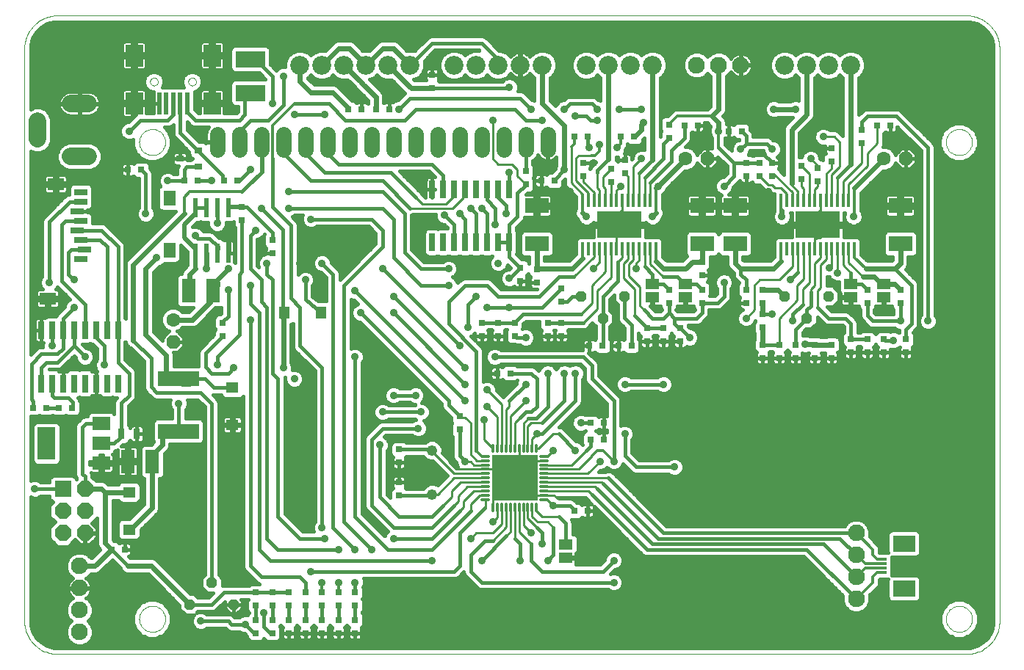
<source format=gtl>
G75*
G70*
%OFA0B0*%
%FSLAX24Y24*%
%IPPOS*%
%LPD*%
%AMOC8*
5,1,8,0,0,1.08239X$1,22.5*
%
%ADD10C,0.0000*%
%ADD11C,0.0118*%
%ADD12R,0.2067X0.2067*%
%ADD13R,0.0630X0.0460*%
%ADD14R,0.0197X0.0984*%
%ADD15R,0.0787X0.0984*%
%ADD16R,0.0354X0.0315*%
%ADD17C,0.0480*%
%ADD18R,0.1339X0.0748*%
%ADD19R,0.0579X0.0500*%
%ADD20R,0.0500X0.0579*%
%ADD21R,0.0740X0.0740*%
%ADD22OC8,0.0740*%
%ADD23R,0.0300X0.0300*%
%ADD24C,0.0760*%
%ADD25R,0.0433X0.0118*%
%ADD26R,0.1024X0.0728*%
%ADD27R,0.0790X0.0590*%
%ADD28R,0.0790X0.1500*%
%ADD29R,0.0260X0.0800*%
%ADD30R,0.0591X0.0276*%
%ADD31R,0.0551X0.0709*%
%ADD32R,0.0748X0.0551*%
%ADD33C,0.0700*%
%ADD34OC8,0.0480*%
%ADD35R,0.0240X0.0870*%
%ADD36OC8,0.0630*%
%ADD37C,0.0630*%
%ADD38R,0.1850X0.0689*%
%ADD39R,0.0630X0.1063*%
%ADD40R,0.0315X0.0472*%
%ADD41R,0.0118X0.0630*%
%ADD42R,0.2039X0.1220*%
%ADD43C,0.0860*%
%ADD44R,0.1063X0.0709*%
%ADD45C,0.0787*%
%ADD46C,0.0160*%
%ADD47C,0.0357*%
%ADD48C,0.0100*%
%ADD49C,0.0110*%
%ADD50C,0.0240*%
%ADD51C,0.0120*%
%ADD52C,0.0080*%
%ADD53C,0.0200*%
%ADD54C,0.0180*%
D10*
X002987Y000680D02*
X044237Y000680D01*
X044313Y000682D01*
X044389Y000688D01*
X044464Y000697D01*
X044539Y000711D01*
X044613Y000728D01*
X044686Y000749D01*
X044758Y000773D01*
X044829Y000802D01*
X044898Y000833D01*
X044965Y000868D01*
X045030Y000907D01*
X045094Y000949D01*
X045155Y000994D01*
X045214Y001042D01*
X045270Y001093D01*
X045324Y001147D01*
X045375Y001203D01*
X045423Y001262D01*
X045468Y001323D01*
X045510Y001387D01*
X045549Y001452D01*
X045584Y001519D01*
X045615Y001588D01*
X045644Y001659D01*
X045668Y001731D01*
X045689Y001804D01*
X045706Y001878D01*
X045720Y001953D01*
X045729Y002028D01*
X045735Y002104D01*
X045737Y002180D01*
X045737Y028180D01*
X045735Y028256D01*
X045729Y028332D01*
X045720Y028407D01*
X045706Y028482D01*
X045689Y028556D01*
X045668Y028629D01*
X045644Y028701D01*
X045615Y028772D01*
X045584Y028841D01*
X045549Y028908D01*
X045510Y028973D01*
X045468Y029037D01*
X045423Y029098D01*
X045375Y029157D01*
X045324Y029213D01*
X045270Y029267D01*
X045214Y029318D01*
X045155Y029366D01*
X045094Y029411D01*
X045030Y029453D01*
X044965Y029492D01*
X044898Y029527D01*
X044829Y029558D01*
X044758Y029587D01*
X044686Y029611D01*
X044613Y029632D01*
X044539Y029649D01*
X044464Y029663D01*
X044389Y029672D01*
X044313Y029678D01*
X044237Y029680D01*
X002987Y029680D01*
X002911Y029678D01*
X002835Y029672D01*
X002760Y029663D01*
X002685Y029649D01*
X002611Y029632D01*
X002538Y029611D01*
X002466Y029587D01*
X002395Y029558D01*
X002326Y029527D01*
X002259Y029492D01*
X002194Y029453D01*
X002130Y029411D01*
X002069Y029366D01*
X002010Y029318D01*
X001954Y029267D01*
X001900Y029213D01*
X001849Y029157D01*
X001801Y029098D01*
X001756Y029037D01*
X001714Y028973D01*
X001675Y028908D01*
X001640Y028841D01*
X001609Y028772D01*
X001580Y028701D01*
X001556Y028629D01*
X001535Y028556D01*
X001518Y028482D01*
X001504Y028407D01*
X001495Y028332D01*
X001489Y028256D01*
X001487Y028180D01*
X001487Y002180D01*
X001489Y002104D01*
X001495Y002028D01*
X001504Y001953D01*
X001518Y001878D01*
X001535Y001804D01*
X001556Y001731D01*
X001580Y001659D01*
X001609Y001588D01*
X001640Y001519D01*
X001675Y001452D01*
X001714Y001387D01*
X001756Y001323D01*
X001801Y001262D01*
X001849Y001203D01*
X001900Y001147D01*
X001954Y001093D01*
X002010Y001042D01*
X002069Y000994D01*
X002130Y000949D01*
X002194Y000907D01*
X002259Y000868D01*
X002326Y000833D01*
X002395Y000802D01*
X002466Y000773D01*
X002538Y000749D01*
X002611Y000728D01*
X002685Y000711D01*
X002760Y000697D01*
X002835Y000688D01*
X002911Y000682D01*
X002987Y000680D01*
X006696Y002275D02*
X006698Y002323D01*
X006704Y002371D01*
X006714Y002418D01*
X006727Y002464D01*
X006745Y002509D01*
X006765Y002553D01*
X006790Y002595D01*
X006818Y002634D01*
X006848Y002671D01*
X006882Y002705D01*
X006919Y002737D01*
X006957Y002766D01*
X006998Y002791D01*
X007041Y002813D01*
X007086Y002831D01*
X007132Y002845D01*
X007179Y002856D01*
X007227Y002863D01*
X007275Y002866D01*
X007323Y002865D01*
X007371Y002860D01*
X007419Y002851D01*
X007465Y002839D01*
X007510Y002822D01*
X007554Y002802D01*
X007596Y002779D01*
X007636Y002752D01*
X007674Y002722D01*
X007709Y002689D01*
X007741Y002653D01*
X007771Y002615D01*
X007797Y002574D01*
X007819Y002531D01*
X007839Y002487D01*
X007854Y002442D01*
X007866Y002395D01*
X007874Y002347D01*
X007878Y002299D01*
X007878Y002251D01*
X007874Y002203D01*
X007866Y002155D01*
X007854Y002108D01*
X007839Y002063D01*
X007819Y002019D01*
X007797Y001976D01*
X007771Y001935D01*
X007741Y001897D01*
X007709Y001861D01*
X007674Y001828D01*
X007636Y001798D01*
X007596Y001771D01*
X007554Y001748D01*
X007510Y001728D01*
X007465Y001711D01*
X007419Y001699D01*
X007371Y001690D01*
X007323Y001685D01*
X007275Y001684D01*
X007227Y001687D01*
X007179Y001694D01*
X007132Y001705D01*
X007086Y001719D01*
X007041Y001737D01*
X006998Y001759D01*
X006957Y001784D01*
X006919Y001813D01*
X006882Y001845D01*
X006848Y001879D01*
X006818Y001916D01*
X006790Y001955D01*
X006765Y001997D01*
X006745Y002041D01*
X006727Y002086D01*
X006714Y002132D01*
X006704Y002179D01*
X006698Y002227D01*
X006696Y002275D01*
X006696Y023930D02*
X006698Y023978D01*
X006704Y024026D01*
X006714Y024073D01*
X006727Y024119D01*
X006745Y024164D01*
X006765Y024208D01*
X006790Y024250D01*
X006818Y024289D01*
X006848Y024326D01*
X006882Y024360D01*
X006919Y024392D01*
X006957Y024421D01*
X006998Y024446D01*
X007041Y024468D01*
X007086Y024486D01*
X007132Y024500D01*
X007179Y024511D01*
X007227Y024518D01*
X007275Y024521D01*
X007323Y024520D01*
X007371Y024515D01*
X007419Y024506D01*
X007465Y024494D01*
X007510Y024477D01*
X007554Y024457D01*
X007596Y024434D01*
X007636Y024407D01*
X007674Y024377D01*
X007709Y024344D01*
X007741Y024308D01*
X007771Y024270D01*
X007797Y024229D01*
X007819Y024186D01*
X007839Y024142D01*
X007854Y024097D01*
X007866Y024050D01*
X007874Y024002D01*
X007878Y023954D01*
X007878Y023906D01*
X007874Y023858D01*
X007866Y023810D01*
X007854Y023763D01*
X007839Y023718D01*
X007819Y023674D01*
X007797Y023631D01*
X007771Y023590D01*
X007741Y023552D01*
X007709Y023516D01*
X007674Y023483D01*
X007636Y023453D01*
X007596Y023426D01*
X007554Y023403D01*
X007510Y023383D01*
X007465Y023366D01*
X007419Y023354D01*
X007371Y023345D01*
X007323Y023340D01*
X007275Y023339D01*
X007227Y023342D01*
X007179Y023349D01*
X007132Y023360D01*
X007086Y023374D01*
X007041Y023392D01*
X006998Y023414D01*
X006957Y023439D01*
X006919Y023468D01*
X006882Y023500D01*
X006848Y023534D01*
X006818Y023571D01*
X006790Y023610D01*
X006765Y023652D01*
X006745Y023696D01*
X006727Y023741D01*
X006714Y023787D01*
X006704Y023834D01*
X006698Y023882D01*
X006696Y023930D01*
X007194Y026680D02*
X007196Y026706D01*
X007202Y026732D01*
X007212Y026757D01*
X007225Y026780D01*
X007241Y026800D01*
X007261Y026818D01*
X007283Y026833D01*
X007306Y026845D01*
X007332Y026853D01*
X007358Y026857D01*
X007384Y026857D01*
X007410Y026853D01*
X007436Y026845D01*
X007460Y026833D01*
X007481Y026818D01*
X007501Y026800D01*
X007517Y026780D01*
X007530Y026757D01*
X007540Y026732D01*
X007546Y026706D01*
X007548Y026680D01*
X007546Y026654D01*
X007540Y026628D01*
X007530Y026603D01*
X007517Y026580D01*
X007501Y026560D01*
X007481Y026542D01*
X007459Y026527D01*
X007436Y026515D01*
X007410Y026507D01*
X007384Y026503D01*
X007358Y026503D01*
X007332Y026507D01*
X007306Y026515D01*
X007282Y026527D01*
X007261Y026542D01*
X007241Y026560D01*
X007225Y026580D01*
X007212Y026603D01*
X007202Y026628D01*
X007196Y026654D01*
X007194Y026680D01*
X008926Y026680D02*
X008928Y026706D01*
X008934Y026732D01*
X008944Y026757D01*
X008957Y026780D01*
X008973Y026800D01*
X008993Y026818D01*
X009015Y026833D01*
X009038Y026845D01*
X009064Y026853D01*
X009090Y026857D01*
X009116Y026857D01*
X009142Y026853D01*
X009168Y026845D01*
X009192Y026833D01*
X009213Y026818D01*
X009233Y026800D01*
X009249Y026780D01*
X009262Y026757D01*
X009272Y026732D01*
X009278Y026706D01*
X009280Y026680D01*
X009278Y026654D01*
X009272Y026628D01*
X009262Y026603D01*
X009249Y026580D01*
X009233Y026560D01*
X009213Y026542D01*
X009191Y026527D01*
X009168Y026515D01*
X009142Y026507D01*
X009116Y026503D01*
X009090Y026503D01*
X009064Y026507D01*
X009038Y026515D01*
X009014Y026527D01*
X008993Y026542D01*
X008973Y026560D01*
X008957Y026580D01*
X008944Y026603D01*
X008934Y026628D01*
X008928Y026654D01*
X008926Y026680D01*
X043306Y023930D02*
X043308Y023978D01*
X043314Y024026D01*
X043324Y024073D01*
X043337Y024119D01*
X043355Y024164D01*
X043375Y024208D01*
X043400Y024250D01*
X043428Y024289D01*
X043458Y024326D01*
X043492Y024360D01*
X043529Y024392D01*
X043567Y024421D01*
X043608Y024446D01*
X043651Y024468D01*
X043696Y024486D01*
X043742Y024500D01*
X043789Y024511D01*
X043837Y024518D01*
X043885Y024521D01*
X043933Y024520D01*
X043981Y024515D01*
X044029Y024506D01*
X044075Y024494D01*
X044120Y024477D01*
X044164Y024457D01*
X044206Y024434D01*
X044246Y024407D01*
X044284Y024377D01*
X044319Y024344D01*
X044351Y024308D01*
X044381Y024270D01*
X044407Y024229D01*
X044429Y024186D01*
X044449Y024142D01*
X044464Y024097D01*
X044476Y024050D01*
X044484Y024002D01*
X044488Y023954D01*
X044488Y023906D01*
X044484Y023858D01*
X044476Y023810D01*
X044464Y023763D01*
X044449Y023718D01*
X044429Y023674D01*
X044407Y023631D01*
X044381Y023590D01*
X044351Y023552D01*
X044319Y023516D01*
X044284Y023483D01*
X044246Y023453D01*
X044206Y023426D01*
X044164Y023403D01*
X044120Y023383D01*
X044075Y023366D01*
X044029Y023354D01*
X043981Y023345D01*
X043933Y023340D01*
X043885Y023339D01*
X043837Y023342D01*
X043789Y023349D01*
X043742Y023360D01*
X043696Y023374D01*
X043651Y023392D01*
X043608Y023414D01*
X043567Y023439D01*
X043529Y023468D01*
X043492Y023500D01*
X043458Y023534D01*
X043428Y023571D01*
X043400Y023610D01*
X043375Y023652D01*
X043355Y023696D01*
X043337Y023741D01*
X043324Y023787D01*
X043314Y023834D01*
X043308Y023882D01*
X043306Y023930D01*
X043311Y002275D02*
X043313Y002323D01*
X043319Y002371D01*
X043329Y002418D01*
X043342Y002464D01*
X043360Y002509D01*
X043380Y002553D01*
X043405Y002595D01*
X043433Y002634D01*
X043463Y002671D01*
X043497Y002705D01*
X043534Y002737D01*
X043572Y002766D01*
X043613Y002791D01*
X043656Y002813D01*
X043701Y002831D01*
X043747Y002845D01*
X043794Y002856D01*
X043842Y002863D01*
X043890Y002866D01*
X043938Y002865D01*
X043986Y002860D01*
X044034Y002851D01*
X044080Y002839D01*
X044125Y002822D01*
X044169Y002802D01*
X044211Y002779D01*
X044251Y002752D01*
X044289Y002722D01*
X044324Y002689D01*
X044356Y002653D01*
X044386Y002615D01*
X044412Y002574D01*
X044434Y002531D01*
X044454Y002487D01*
X044469Y002442D01*
X044481Y002395D01*
X044489Y002347D01*
X044493Y002299D01*
X044493Y002251D01*
X044489Y002203D01*
X044481Y002155D01*
X044469Y002108D01*
X044454Y002063D01*
X044434Y002019D01*
X044412Y001976D01*
X044386Y001935D01*
X044356Y001897D01*
X044324Y001861D01*
X044289Y001828D01*
X044251Y001798D01*
X044211Y001771D01*
X044169Y001748D01*
X044125Y001728D01*
X044080Y001711D01*
X044034Y001699D01*
X043986Y001690D01*
X043938Y001685D01*
X043890Y001684D01*
X043842Y001687D01*
X043794Y001694D01*
X043747Y001705D01*
X043701Y001719D01*
X043656Y001737D01*
X043613Y001759D01*
X043572Y001784D01*
X043534Y001813D01*
X043497Y001845D01*
X043463Y001879D01*
X043433Y001916D01*
X043405Y001955D01*
X043380Y001997D01*
X043360Y002041D01*
X043342Y002086D01*
X043329Y002132D01*
X043319Y002179D01*
X043313Y002227D01*
X043311Y002275D01*
D11*
X025222Y007696D02*
X024928Y007696D01*
X024928Y007893D02*
X025222Y007893D01*
X025222Y008089D02*
X024928Y008089D01*
X024928Y008286D02*
X025222Y008286D01*
X025222Y008483D02*
X024928Y008483D01*
X024928Y008680D02*
X025222Y008680D01*
X025222Y008877D02*
X024928Y008877D01*
X024928Y009074D02*
X025222Y009074D01*
X025222Y009271D02*
X024928Y009271D01*
X024928Y009467D02*
X025222Y009467D01*
X025222Y009664D02*
X024928Y009664D01*
X024721Y009872D02*
X024721Y010166D01*
X024524Y010166D02*
X024524Y009872D01*
X024327Y009872D02*
X024327Y010166D01*
X024131Y010166D02*
X024131Y009872D01*
X023934Y009872D02*
X023934Y010166D01*
X023737Y010166D02*
X023737Y009872D01*
X023540Y009872D02*
X023540Y010166D01*
X023343Y010166D02*
X023343Y009872D01*
X023146Y009872D02*
X023146Y010166D01*
X022949Y010166D02*
X022949Y009872D01*
X022753Y009872D02*
X022753Y010166D01*
X022545Y009664D02*
X022251Y009664D01*
X022251Y009467D02*
X022545Y009467D01*
X022545Y009271D02*
X022251Y009271D01*
X022251Y009074D02*
X022545Y009074D01*
X022545Y008877D02*
X022251Y008877D01*
X022251Y008680D02*
X022545Y008680D01*
X022545Y008483D02*
X022251Y008483D01*
X022251Y008286D02*
X022545Y008286D01*
X022545Y008089D02*
X022251Y008089D01*
X022251Y007893D02*
X022545Y007893D01*
X022545Y007696D02*
X022251Y007696D01*
X022753Y007488D02*
X022753Y007194D01*
X022949Y007194D02*
X022949Y007488D01*
X023146Y007488D02*
X023146Y007194D01*
X023343Y007194D02*
X023343Y007488D01*
X023540Y007488D02*
X023540Y007194D01*
X023737Y007194D02*
X023737Y007488D01*
X023934Y007488D02*
X023934Y007194D01*
X024131Y007194D02*
X024131Y007488D01*
X024327Y007488D02*
X024327Y007194D01*
X024524Y007194D02*
X024524Y007488D01*
X024721Y007488D02*
X024721Y007194D01*
D12*
X023737Y008680D03*
D13*
X026049Y005668D03*
X026049Y005068D03*
X029987Y016880D03*
X029987Y017480D03*
X031487Y017480D03*
X031487Y016880D03*
X038987Y016880D03*
X038987Y017480D03*
X040487Y017480D03*
X040487Y016880D03*
D14*
X008867Y025696D03*
X008552Y025696D03*
X008237Y025696D03*
X007922Y025696D03*
X007607Y025696D03*
D15*
X006465Y025696D03*
X006465Y027861D03*
X010009Y027861D03*
X010009Y025696D03*
D16*
X009381Y023554D03*
X009381Y022806D03*
X008554Y023180D03*
D17*
X019987Y009930D03*
X019987Y007930D03*
D18*
X011737Y026162D03*
X011737Y027698D03*
D19*
X010924Y012776D03*
X010924Y011084D03*
X006237Y008026D03*
X006237Y006334D03*
D20*
X013265Y016180D03*
X014958Y016180D03*
D21*
X003237Y008180D03*
D22*
X004237Y008180D03*
X004237Y007180D03*
X003237Y007180D03*
X003237Y006180D03*
X004237Y006180D03*
D23*
X005437Y005430D03*
X006037Y005430D03*
X011987Y003480D03*
X011987Y002880D03*
X011987Y002230D03*
X011987Y001630D03*
X012737Y001630D03*
X013487Y001630D03*
X013487Y002230D03*
X012737Y002230D03*
X012737Y002880D03*
X013487Y002880D03*
X013487Y003480D03*
X012737Y003480D03*
X014237Y003480D03*
X014237Y002880D03*
X014237Y002230D03*
X014237Y001630D03*
X014987Y001630D03*
X015737Y001630D03*
X015737Y002230D03*
X014987Y002230D03*
X014987Y002880D03*
X015737Y002880D03*
X015737Y003480D03*
X014987Y003480D03*
X016487Y003480D03*
X016487Y002880D03*
X016487Y002230D03*
X016487Y001630D03*
X018487Y007880D03*
X018487Y008480D03*
X018487Y009380D03*
X018487Y009980D03*
X021237Y010880D03*
X021237Y011480D03*
X022937Y013430D03*
X023537Y013430D03*
X023737Y015130D03*
X022987Y015130D03*
X022987Y015730D03*
X023737Y015730D03*
X022237Y015730D03*
X022237Y015130D03*
X025237Y015130D03*
X025862Y015130D03*
X025862Y015730D03*
X025237Y015730D03*
X025862Y016693D03*
X025862Y017293D03*
X024737Y017568D03*
X024737Y018168D03*
X023987Y018230D03*
X023987Y017630D03*
X027124Y014680D03*
X027724Y014680D03*
X028437Y014680D03*
X029037Y014680D03*
X029737Y014880D03*
X029737Y015480D03*
X030487Y015480D03*
X031237Y015480D03*
X031237Y014880D03*
X030487Y014880D03*
X030737Y016630D03*
X030737Y017230D03*
X032237Y017230D03*
X032237Y016630D03*
X032237Y017880D03*
X032237Y018480D03*
X034237Y017230D03*
X034987Y017230D03*
X034987Y016630D03*
X034237Y016630D03*
X034987Y016105D03*
X034987Y015505D03*
X034987Y014730D03*
X034987Y014130D03*
X035737Y014130D03*
X035737Y014730D03*
X036487Y014730D03*
X036487Y014130D03*
X037362Y014130D03*
X038112Y014130D03*
X038112Y014730D03*
X037362Y014730D03*
X038987Y014980D03*
X038987Y014380D03*
X039737Y014380D03*
X040487Y014380D03*
X040487Y014980D03*
X039737Y014980D03*
X041487Y014980D03*
X041487Y014380D03*
X041237Y016630D03*
X041237Y017230D03*
X039737Y017230D03*
X039737Y016630D03*
X037487Y022161D03*
X037487Y022761D03*
X038112Y023068D03*
X038112Y023668D03*
X039487Y023880D03*
X039487Y024480D03*
X040187Y024680D03*
X040787Y024680D03*
X036737Y022855D03*
X036737Y022255D03*
X035424Y022380D03*
X034862Y022380D03*
X034237Y022380D03*
X034237Y022980D03*
X034862Y022980D03*
X035424Y022980D03*
X034037Y024430D03*
X033437Y024430D03*
X032037Y024680D03*
X031437Y024680D03*
X030737Y024730D03*
X030737Y024130D03*
X029162Y024180D03*
X028562Y024180D03*
X028737Y023105D03*
X028112Y022730D03*
X028737Y022505D03*
X028112Y022130D03*
X026862Y022380D03*
X026862Y022980D03*
X025537Y022180D03*
X024937Y022180D03*
X024237Y022005D03*
X024237Y022605D03*
X026437Y024180D03*
X027037Y024180D03*
X019987Y026380D03*
X019987Y026980D03*
X018037Y025430D03*
X017437Y025430D03*
X016787Y025430D03*
X016187Y025430D03*
X011162Y022180D03*
X010562Y022180D03*
X009349Y022180D03*
X008749Y022180D03*
X006787Y022680D03*
X006187Y022680D03*
X011362Y020980D03*
X011362Y020380D03*
X012737Y019480D03*
X012737Y018880D03*
X010487Y015730D03*
X010487Y015130D03*
X003662Y011868D03*
X003062Y011868D03*
X002474Y011868D03*
X001874Y011868D03*
X026437Y007180D03*
X027037Y007180D03*
X027187Y010430D03*
X027787Y010430D03*
X027787Y011180D03*
X027187Y011180D03*
D24*
X039237Y006180D03*
X039237Y005180D03*
X039237Y004180D03*
X039237Y003180D03*
X003987Y002680D03*
X003987Y001680D03*
X003987Y003680D03*
X003987Y004680D03*
X031987Y027430D03*
X032987Y027430D03*
X033987Y027430D03*
D25*
X040404Y004975D03*
X040404Y004778D03*
X040404Y004582D03*
X040404Y004385D03*
D26*
X041408Y003656D03*
X041408Y005704D03*
D27*
X004977Y009353D03*
X004977Y010253D03*
X004977Y011153D03*
D28*
X002497Y010243D03*
D29*
X002737Y012970D03*
X003237Y012970D03*
X003737Y012970D03*
X004237Y012970D03*
X004737Y012970D03*
X005237Y012970D03*
X005737Y012970D03*
X005737Y015390D03*
X005237Y015390D03*
X004737Y015390D03*
X004237Y015390D03*
X003737Y015390D03*
X003237Y015390D03*
X002737Y015390D03*
X002237Y015390D03*
X002237Y012970D03*
X019987Y019376D03*
X020487Y019376D03*
X020987Y019376D03*
X021487Y019376D03*
X021987Y019376D03*
X022487Y019376D03*
X022987Y019376D03*
X023487Y019376D03*
X023487Y021796D03*
X022987Y021796D03*
X022487Y021796D03*
X021987Y021796D03*
X021487Y021796D03*
X020987Y021796D03*
X020487Y021796D03*
X019987Y021796D03*
D30*
X004205Y019070D03*
X004048Y018637D03*
X004048Y019503D03*
X003890Y019936D03*
X004048Y020369D03*
X003890Y020802D03*
X004048Y021235D03*
X004048Y021668D03*
D31*
X008064Y021393D03*
X008064Y019030D03*
D32*
X002906Y022023D03*
X002552Y016826D03*
D33*
X010235Y023583D02*
X010235Y024283D01*
X011235Y024283D02*
X011235Y023583D01*
X012235Y023583D02*
X012235Y024283D01*
X013235Y024283D02*
X013235Y023583D01*
X014235Y023583D02*
X014235Y024283D01*
X015235Y024283D02*
X015235Y023583D01*
X016235Y023583D02*
X016235Y024283D01*
X017235Y024283D02*
X017235Y023583D01*
X018235Y023583D02*
X018235Y024283D01*
X019235Y024283D02*
X019235Y023583D01*
X020235Y023583D02*
X020235Y024283D01*
X021235Y024283D02*
X021235Y023583D01*
X022235Y023583D02*
X022235Y024283D01*
X023235Y024283D02*
X023235Y023583D01*
X024235Y023583D02*
X024235Y024283D01*
X025235Y024283D02*
X025235Y023583D01*
D34*
X026747Y016930D03*
X027737Y015930D03*
X028727Y016930D03*
X035997Y016930D03*
X036987Y015930D03*
X037977Y016930D03*
X010977Y002930D03*
X009987Y003930D03*
X008997Y002930D03*
D35*
X009237Y018900D03*
X009737Y018900D03*
X010237Y018900D03*
X010737Y018900D03*
X010737Y020960D03*
X010237Y020960D03*
X009737Y020960D03*
X009237Y020960D03*
D36*
X008237Y014868D03*
X032487Y023180D03*
X041487Y023180D03*
D37*
X040487Y023180D03*
X031487Y023180D03*
X008237Y015868D03*
D38*
X008487Y013180D03*
X008487Y010798D03*
D39*
X007288Y009430D03*
X006186Y009430D03*
X008936Y017180D03*
X010038Y017180D03*
D40*
X006591Y010680D03*
X005883Y010680D03*
D41*
X026823Y019078D03*
X027079Y019078D03*
X027335Y019078D03*
X027591Y019078D03*
X027847Y019078D03*
X028103Y019078D03*
X028359Y019078D03*
X028615Y019078D03*
X028871Y019078D03*
X029127Y019078D03*
X029383Y019078D03*
X029638Y019078D03*
X029894Y019078D03*
X030150Y019078D03*
X030150Y021282D03*
X029894Y021282D03*
X029638Y021282D03*
X029383Y021282D03*
X029127Y021282D03*
X028871Y021282D03*
X028615Y021282D03*
X028359Y021282D03*
X028103Y021282D03*
X027847Y021282D03*
X027591Y021282D03*
X027335Y021282D03*
X027079Y021282D03*
X026823Y021282D03*
X035823Y021282D03*
X036079Y021282D03*
X036335Y021282D03*
X036591Y021282D03*
X036847Y021282D03*
X037103Y021282D03*
X037359Y021282D03*
X037615Y021282D03*
X037871Y021282D03*
X038127Y021282D03*
X038383Y021282D03*
X038638Y021282D03*
X038894Y021282D03*
X039150Y021282D03*
X039150Y019078D03*
X038894Y019078D03*
X038638Y019078D03*
X038383Y019078D03*
X038127Y019078D03*
X037871Y019078D03*
X037615Y019078D03*
X037359Y019078D03*
X037103Y019078D03*
X036847Y019078D03*
X036591Y019078D03*
X036335Y019078D03*
X036079Y019078D03*
X035823Y019078D03*
D42*
X037487Y020180D03*
X028487Y020180D03*
D43*
X028987Y027430D03*
X029987Y027430D03*
X027987Y027430D03*
X026987Y027430D03*
X024987Y027430D03*
X023987Y027430D03*
X022987Y027430D03*
X021987Y027430D03*
X020987Y027430D03*
X018987Y027430D03*
X017987Y027430D03*
X016987Y027430D03*
X015987Y027430D03*
X014987Y027430D03*
X013987Y027430D03*
X035987Y027430D03*
X036987Y027430D03*
X037987Y027430D03*
X038987Y027430D03*
D44*
X041237Y021046D03*
X041237Y019314D03*
X033737Y019314D03*
X032237Y019314D03*
X032237Y021046D03*
X033737Y021046D03*
X024737Y021046D03*
X024737Y019314D03*
D45*
X004381Y023280D02*
X003593Y023280D01*
X002087Y024086D02*
X002087Y024874D01*
X003593Y025680D02*
X004381Y025680D01*
D46*
X001860Y001713D02*
X002019Y001437D01*
X002244Y001212D01*
X002520Y001053D01*
X002828Y000970D01*
X002828Y000970D01*
X002987Y000960D01*
X044237Y000960D01*
X044396Y000970D01*
X044704Y001053D01*
X044980Y001212D01*
X045205Y001437D01*
X045364Y001713D01*
X045446Y002021D01*
X045457Y002180D01*
X045457Y028180D01*
X045446Y028339D01*
X045364Y028647D01*
X045205Y028923D01*
X044980Y029148D01*
X044704Y029307D01*
X044396Y029390D01*
X044237Y029400D01*
X002987Y029400D01*
X002828Y029390D01*
X002520Y029307D01*
X002244Y029148D01*
X002019Y028923D01*
X001860Y028647D01*
X001777Y028339D01*
X001767Y028180D01*
X001767Y025427D01*
X001961Y025507D01*
X002213Y025507D01*
X002446Y025411D01*
X002624Y025233D01*
X002721Y025000D01*
X002721Y023960D01*
X002624Y023727D01*
X002446Y023549D01*
X002213Y023453D01*
X001961Y023453D01*
X001767Y023533D01*
X001767Y014288D01*
X001966Y014486D01*
X001966Y014486D01*
X002056Y014576D01*
X002173Y014625D01*
X002318Y014625D01*
X002318Y014763D01*
X002346Y014830D01*
X002237Y014830D01*
X002237Y015390D01*
X002237Y015390D01*
X002237Y015390D01*
X002237Y015950D01*
X002388Y015950D01*
X002419Y015942D01*
X002471Y015993D01*
X002559Y016030D01*
X002915Y016030D01*
X002929Y016024D01*
X002966Y016111D01*
X003056Y016201D01*
X003056Y016201D01*
X003318Y016464D01*
X003318Y016513D01*
X003382Y016667D01*
X003500Y016785D01*
X003538Y016801D01*
X002983Y017356D01*
X002967Y017318D01*
X002910Y017261D01*
X002947Y017261D01*
X002988Y017250D01*
X003024Y017229D01*
X003054Y017200D01*
X003075Y017163D01*
X003086Y017122D01*
X003086Y016883D01*
X002610Y016883D01*
X002610Y016768D01*
X003086Y016768D01*
X003086Y016529D01*
X003075Y016488D01*
X003054Y016452D01*
X003024Y016422D01*
X002988Y016401D01*
X002947Y016390D01*
X002610Y016390D01*
X002610Y016768D01*
X002494Y016768D01*
X002018Y016768D01*
X002018Y016529D01*
X002029Y016488D01*
X002050Y016452D01*
X002080Y016422D01*
X002116Y016401D01*
X002157Y016390D01*
X002494Y016390D01*
X002494Y016768D01*
X002494Y016883D01*
X002018Y016883D01*
X002018Y017122D01*
X002029Y017163D01*
X002050Y017200D01*
X002080Y017229D01*
X002116Y017250D01*
X002157Y017261D01*
X002313Y017261D01*
X002257Y017318D01*
X002193Y017472D01*
X002193Y017638D01*
X002257Y017792D01*
X002292Y017827D01*
X002292Y020369D01*
X002341Y020486D01*
X003361Y021506D01*
X003478Y021555D01*
X003513Y021555D01*
X003513Y021854D01*
X003549Y021942D01*
X003617Y022009D01*
X003705Y022046D01*
X004391Y022046D01*
X004479Y022009D01*
X004547Y021942D01*
X004583Y021854D01*
X004583Y021483D01*
X004570Y021452D01*
X004583Y021421D01*
X004583Y021050D01*
X004547Y020961D01*
X004479Y020894D01*
X004391Y020857D01*
X004346Y020857D01*
X004346Y020802D01*
X003890Y020802D01*
X003890Y020802D01*
X004346Y020802D01*
X004346Y020747D01*
X004391Y020747D01*
X004479Y020710D01*
X004547Y020643D01*
X004583Y020555D01*
X004583Y020256D01*
X005045Y020256D01*
X005162Y020207D01*
X005918Y019451D01*
X006008Y019361D01*
X006057Y019244D01*
X006057Y015939D01*
X006064Y015932D01*
X006064Y018439D01*
X006119Y018571D01*
X008346Y020798D01*
X007740Y020798D01*
X007652Y020835D01*
X007585Y020902D01*
X007548Y020991D01*
X007548Y021795D01*
X007585Y021883D01*
X007638Y021936D01*
X007632Y021943D01*
X007568Y022097D01*
X007568Y022263D01*
X007632Y022417D01*
X007750Y022535D01*
X007904Y022599D01*
X008070Y022599D01*
X008224Y022535D01*
X008259Y022500D01*
X008417Y022500D01*
X008417Y022744D01*
X008466Y022861D01*
X008467Y022863D01*
X008356Y022863D01*
X008315Y022873D01*
X008278Y022894D01*
X008249Y022924D01*
X008228Y022961D01*
X008217Y023001D01*
X008217Y023180D01*
X008554Y023180D01*
X008891Y023180D01*
X008891Y023359D01*
X008880Y023399D01*
X008859Y023436D01*
X008829Y023466D01*
X008793Y023487D01*
X008752Y023497D01*
X008554Y023497D01*
X008554Y023180D01*
X008554Y023180D01*
X008891Y023180D01*
X008891Y023126D01*
X009027Y023126D01*
X009067Y023167D01*
X009099Y023180D01*
X009067Y023193D01*
X009000Y023261D01*
X008963Y023349D01*
X008963Y023501D01*
X008281Y024184D01*
X008232Y024301D01*
X008232Y024722D01*
X008168Y024659D01*
X008051Y024610D01*
X007838Y024610D01*
X008025Y024423D01*
X008157Y024103D01*
X008157Y023757D01*
X008025Y023437D01*
X007780Y023192D01*
X007460Y023059D01*
X007114Y023059D01*
X006794Y023192D01*
X006549Y023437D01*
X006416Y023757D01*
X006416Y024051D01*
X006320Y024011D01*
X006154Y024011D01*
X006000Y024075D01*
X005882Y024193D01*
X005818Y024347D01*
X005818Y024513D01*
X005882Y024667D01*
X006000Y024785D01*
X006154Y024849D01*
X006203Y024849D01*
X006545Y025191D01*
X006545Y025616D01*
X006385Y025616D01*
X005912Y025616D01*
X005912Y025183D01*
X005922Y025142D01*
X005943Y025105D01*
X005973Y025076D01*
X006010Y025055D01*
X006050Y025044D01*
X006385Y025044D01*
X006385Y025616D01*
X006385Y025776D01*
X006385Y026348D01*
X006050Y026348D01*
X006010Y026337D01*
X005973Y026316D01*
X005943Y026286D01*
X005922Y026250D01*
X005912Y026209D01*
X005912Y025776D01*
X006385Y025776D01*
X006545Y025776D01*
X006545Y026348D01*
X006880Y026348D01*
X006921Y026337D01*
X006957Y026316D01*
X006987Y026286D01*
X007008Y026250D01*
X007019Y026209D01*
X007019Y025776D01*
X006545Y025776D01*
X006545Y025616D01*
X007019Y025616D01*
X007019Y025250D01*
X007349Y025250D01*
X007349Y025696D01*
X007583Y025696D01*
X007583Y025696D01*
X007349Y025696D01*
X007349Y026209D01*
X007352Y026223D01*
X007280Y026223D01*
X007112Y026292D01*
X006983Y026421D01*
X006914Y026589D01*
X006914Y026771D01*
X006983Y026939D01*
X007112Y027068D01*
X007280Y027137D01*
X007462Y027137D01*
X007630Y027068D01*
X007758Y026939D01*
X007828Y026771D01*
X007828Y026589D01*
X007758Y026421D01*
X007758Y026420D01*
X007776Y026428D01*
X008068Y026428D01*
X008079Y026423D01*
X008091Y026428D01*
X008383Y026428D01*
X008394Y026423D01*
X008406Y026428D01*
X008698Y026428D01*
X008709Y026423D01*
X008714Y026425D01*
X008646Y026589D01*
X008646Y026771D01*
X008715Y026939D01*
X008844Y027068D01*
X009012Y027137D01*
X009194Y027137D01*
X009362Y027068D01*
X009491Y026939D01*
X009560Y026771D01*
X009560Y026589D01*
X009491Y026421D01*
X009362Y026292D01*
X009205Y026228D01*
X009205Y025414D01*
X009369Y025250D01*
X009455Y025250D01*
X009455Y025616D01*
X009929Y025616D01*
X009929Y025776D01*
X009929Y026348D01*
X009594Y026348D01*
X009553Y026337D01*
X009517Y026316D01*
X009487Y026286D01*
X009466Y026250D01*
X009455Y026209D01*
X009455Y025776D01*
X009929Y025776D01*
X010089Y025776D01*
X010562Y025776D01*
X010562Y026209D01*
X010551Y026250D01*
X010530Y026286D01*
X010500Y026316D01*
X010464Y026337D01*
X010423Y026348D01*
X010089Y026348D01*
X010089Y025776D01*
X010089Y025616D01*
X010562Y025616D01*
X010562Y025250D01*
X011104Y025250D01*
X011167Y025313D01*
X011167Y025548D01*
X011020Y025548D01*
X010932Y025585D01*
X010864Y025652D01*
X010828Y025741D01*
X010828Y026584D01*
X010864Y026672D01*
X010932Y026740D01*
X011020Y026776D01*
X012417Y026776D01*
X012417Y026797D01*
X012131Y027084D01*
X011020Y027084D01*
X010932Y027120D01*
X010864Y027188D01*
X010828Y027276D01*
X010828Y028119D01*
X010864Y028208D01*
X010932Y028275D01*
X011020Y028312D01*
X012454Y028312D01*
X012542Y028275D01*
X012610Y028208D01*
X012646Y028119D01*
X012646Y027473D01*
X012917Y027202D01*
X013000Y027285D01*
X013154Y027349D01*
X013317Y027349D01*
X013317Y027563D01*
X013419Y027810D01*
X013607Y027998D01*
X013854Y028100D01*
X014120Y028100D01*
X014366Y027998D01*
X014487Y027878D01*
X014607Y027998D01*
X014854Y028100D01*
X015120Y028100D01*
X015140Y028092D01*
X015432Y028384D01*
X015533Y028485D01*
X015665Y028540D01*
X016308Y028540D01*
X016441Y028485D01*
X016834Y028092D01*
X016854Y028100D01*
X017120Y028100D01*
X017140Y028092D01*
X017533Y028485D01*
X017665Y028540D01*
X018308Y028540D01*
X018441Y028485D01*
X018542Y028384D01*
X018834Y028092D01*
X018854Y028100D01*
X019120Y028100D01*
X019180Y028075D01*
X019806Y028701D01*
X019923Y028750D01*
X022301Y028750D01*
X022418Y028701D01*
X022508Y028611D01*
X023019Y028100D01*
X023120Y028100D01*
X023366Y027998D01*
X023543Y027821D01*
X023603Y027880D01*
X023678Y027935D01*
X023760Y027977D01*
X023849Y028005D01*
X023940Y028020D01*
X023959Y028020D01*
X023959Y027458D01*
X024015Y027458D01*
X024015Y028020D01*
X024033Y028020D01*
X024125Y028005D01*
X024213Y027977D01*
X024296Y027935D01*
X024371Y027880D01*
X024430Y027821D01*
X024607Y027998D01*
X024854Y028100D01*
X025120Y028100D01*
X025366Y027998D01*
X025555Y027810D01*
X025657Y027563D01*
X025657Y027297D01*
X025555Y027050D01*
X025366Y026862D01*
X025347Y026854D01*
X025347Y025829D01*
X025596Y025580D01*
X025632Y025667D01*
X025750Y025785D01*
X025904Y025849D01*
X025953Y025849D01*
X025966Y025861D01*
X026056Y025951D01*
X026173Y026000D01*
X027301Y026000D01*
X027418Y025951D01*
X027521Y025849D01*
X027570Y025849D01*
X027627Y025825D01*
X027627Y026854D01*
X027607Y026862D01*
X027487Y026982D01*
X027366Y026862D01*
X027120Y026760D01*
X026854Y026760D01*
X026607Y026862D01*
X026419Y027050D01*
X026317Y027297D01*
X026317Y027563D01*
X026419Y027810D01*
X026607Y027998D01*
X026854Y028100D01*
X027120Y028100D01*
X027366Y027998D01*
X027487Y027878D01*
X027607Y027998D01*
X027854Y028100D01*
X028120Y028100D01*
X028366Y027998D01*
X028487Y027878D01*
X028607Y027998D01*
X028854Y028100D01*
X029120Y028100D01*
X029366Y027998D01*
X029487Y027878D01*
X029607Y027998D01*
X029854Y028100D01*
X030120Y028100D01*
X030366Y027998D01*
X030555Y027810D01*
X030657Y027563D01*
X030657Y027297D01*
X030555Y027050D01*
X030366Y026862D01*
X030347Y026854D01*
X030347Y024180D01*
X030347Y024180D01*
X030347Y024328D01*
X030383Y024416D01*
X030397Y024430D01*
X030383Y024444D01*
X030347Y024532D01*
X030347Y024928D01*
X030383Y025016D01*
X030451Y025083D01*
X030539Y025120D01*
X030690Y025120D01*
X030858Y025287D01*
X030942Y025372D01*
X031052Y025417D01*
X032465Y025417D01*
X032470Y025423D01*
X032627Y025579D01*
X032627Y026913D01*
X032487Y027053D01*
X032338Y026904D01*
X032110Y026810D01*
X031864Y026810D01*
X031636Y026904D01*
X031461Y027079D01*
X031367Y027307D01*
X031367Y027553D01*
X031461Y027781D01*
X031636Y027956D01*
X031864Y028050D01*
X032110Y028050D01*
X032338Y027956D01*
X032487Y027807D01*
X032636Y027956D01*
X032864Y028050D01*
X033110Y028050D01*
X033338Y027956D01*
X033512Y027781D01*
X033535Y027727D01*
X033575Y027782D01*
X033635Y027842D01*
X033704Y027892D01*
X033780Y027930D01*
X033860Y027957D01*
X033944Y027970D01*
X033968Y027970D01*
X033968Y027448D01*
X034005Y027448D01*
X034527Y027448D01*
X034527Y027472D01*
X034514Y027556D01*
X034487Y027637D01*
X034449Y027713D01*
X034399Y027782D01*
X034339Y027842D01*
X034270Y027892D01*
X034194Y027930D01*
X034113Y027957D01*
X034029Y027970D01*
X034005Y027970D01*
X034005Y027448D01*
X034005Y027412D01*
X034527Y027412D01*
X034527Y027388D01*
X034514Y027304D01*
X034487Y027223D01*
X034449Y027147D01*
X034399Y027078D01*
X034339Y027018D01*
X034270Y026968D01*
X034194Y026930D01*
X034113Y026903D01*
X034029Y026890D01*
X034005Y026890D01*
X034005Y027412D01*
X033968Y027412D01*
X033968Y026890D01*
X033944Y026890D01*
X033860Y026903D01*
X033780Y026930D01*
X033704Y026968D01*
X033635Y027018D01*
X033575Y027078D01*
X033535Y027133D01*
X033512Y027079D01*
X033347Y026913D01*
X033347Y025358D01*
X033292Y025226D01*
X033183Y025118D01*
X033292Y025009D01*
X033347Y024877D01*
X033347Y024740D01*
X033437Y024740D01*
X033437Y024430D01*
X033437Y024120D01*
X033608Y024120D01*
X033649Y024131D01*
X033681Y024150D01*
X033683Y024144D01*
X033751Y024077D01*
X033839Y024040D01*
X033917Y024040D01*
X033917Y024036D01*
X033904Y024036D01*
X033750Y023972D01*
X033632Y023855D01*
X033568Y023701D01*
X033568Y023551D01*
X033287Y023833D01*
X033287Y024120D01*
X033437Y024120D01*
X033437Y024430D01*
X033437Y024430D01*
X033437Y024430D01*
X033437Y024740D01*
X033608Y024740D01*
X033649Y024729D01*
X033681Y024710D01*
X033683Y024716D01*
X033751Y024783D01*
X033839Y024820D01*
X034235Y024820D01*
X034323Y024783D01*
X034390Y024716D01*
X034427Y024628D01*
X034427Y024493D01*
X034508Y024411D01*
X034557Y024294D01*
X034557Y024187D01*
X035238Y024187D01*
X035356Y024139D01*
X035446Y024049D01*
X035446Y024049D01*
X035458Y024036D01*
X035508Y024036D01*
X035662Y023972D01*
X035779Y023855D01*
X035843Y023701D01*
X035843Y023534D01*
X035779Y023380D01*
X035663Y023264D01*
X035673Y023258D01*
X035702Y023228D01*
X035723Y023192D01*
X035734Y023151D01*
X035734Y022980D01*
X035424Y022980D01*
X035424Y022980D01*
X035734Y022980D01*
X035734Y022809D01*
X035723Y022768D01*
X035705Y022736D01*
X035710Y022733D01*
X035778Y022666D01*
X035814Y022578D01*
X035814Y022575D01*
X035939Y022450D01*
X035939Y024564D01*
X035994Y024696D01*
X036095Y024798D01*
X036337Y025039D01*
X036262Y025070D01*
X035712Y025070D01*
X035570Y025011D01*
X035404Y025011D01*
X035250Y025075D01*
X035132Y025193D01*
X035068Y025347D01*
X035068Y025513D01*
X035132Y025667D01*
X035250Y025785D01*
X035404Y025849D01*
X035570Y025849D01*
X035712Y025790D01*
X036262Y025790D01*
X036404Y025849D01*
X036570Y025849D01*
X036627Y025825D01*
X036627Y026854D01*
X036607Y026862D01*
X036487Y026982D01*
X036366Y026862D01*
X036120Y026760D01*
X035854Y026760D01*
X035607Y026862D01*
X035419Y027050D01*
X035317Y027297D01*
X035317Y027563D01*
X035419Y027810D01*
X035607Y027998D01*
X035854Y028100D01*
X036120Y028100D01*
X036366Y027998D01*
X036487Y027878D01*
X036607Y027998D01*
X036854Y028100D01*
X037120Y028100D01*
X037366Y027998D01*
X037487Y027878D01*
X037607Y027998D01*
X037854Y028100D01*
X038120Y028100D01*
X038366Y027998D01*
X038487Y027878D01*
X038607Y027998D01*
X038854Y028100D01*
X039120Y028100D01*
X039366Y027998D01*
X039555Y027810D01*
X039657Y027563D01*
X039657Y027297D01*
X039555Y027050D01*
X039366Y026862D01*
X039347Y026854D01*
X039347Y025180D01*
X039466Y025299D01*
X039556Y025389D01*
X039673Y025437D01*
X041113Y025437D01*
X041231Y025389D01*
X041321Y025299D01*
X041321Y025299D01*
X042668Y023951D01*
X042758Y023861D01*
X042807Y023744D01*
X042807Y016077D01*
X042842Y016042D01*
X042906Y015888D01*
X042906Y015722D01*
X042842Y015568D01*
X042724Y015450D01*
X042570Y015386D01*
X042404Y015386D01*
X042250Y015450D01*
X042132Y015568D01*
X042068Y015722D01*
X042068Y015888D01*
X042132Y016042D01*
X042167Y016077D01*
X042167Y023547D01*
X041097Y024617D01*
X041097Y024509D01*
X041086Y024468D01*
X041065Y024432D01*
X041035Y024402D01*
X040999Y024381D01*
X040958Y024370D01*
X040787Y024370D01*
X040787Y024680D01*
X040787Y024680D01*
X040787Y024370D01*
X040616Y024370D01*
X040575Y024381D01*
X040543Y024400D01*
X040540Y024394D01*
X040482Y024336D01*
X040482Y023821D01*
X041893Y023821D01*
X041735Y023980D02*
X040482Y023980D01*
X040482Y024138D02*
X041576Y024138D01*
X041418Y024297D02*
X040482Y024297D01*
X040787Y024455D02*
X040787Y024455D01*
X040787Y024614D02*
X040787Y024614D01*
X041097Y024614D02*
X041101Y024614D01*
X041078Y024455D02*
X041259Y024455D01*
X041847Y024772D02*
X043655Y024772D01*
X043724Y024801D02*
X043404Y024668D01*
X043159Y024423D01*
X043026Y024103D01*
X043026Y023757D01*
X043159Y023437D01*
X043404Y023192D01*
X043724Y023059D01*
X044070Y023059D01*
X044390Y023192D01*
X044635Y023437D01*
X044767Y023757D01*
X044767Y024103D01*
X044635Y024423D01*
X044390Y024668D01*
X044070Y024801D01*
X043724Y024801D01*
X044139Y024772D02*
X045457Y024772D01*
X045457Y024614D02*
X044444Y024614D01*
X044603Y024455D02*
X045457Y024455D01*
X045457Y024297D02*
X044687Y024297D01*
X044753Y024138D02*
X045457Y024138D01*
X045457Y023980D02*
X044767Y023980D01*
X044767Y023821D02*
X045457Y023821D01*
X045457Y023663D02*
X044728Y023663D01*
X044663Y023504D02*
X045457Y023504D01*
X045457Y023346D02*
X044544Y023346D01*
X044378Y023187D02*
X045457Y023187D01*
X045457Y023029D02*
X042807Y023029D01*
X042807Y023187D02*
X043416Y023187D01*
X043250Y023346D02*
X042807Y023346D01*
X042807Y023504D02*
X043131Y023504D01*
X043065Y023663D02*
X042807Y023663D01*
X042775Y023821D02*
X043026Y023821D01*
X043026Y023980D02*
X042640Y023980D01*
X042481Y024138D02*
X043041Y024138D01*
X043106Y024297D02*
X042323Y024297D01*
X042164Y024455D02*
X043191Y024455D01*
X043349Y024614D02*
X042006Y024614D01*
X041689Y024931D02*
X045457Y024931D01*
X045457Y025089D02*
X041530Y025089D01*
X041372Y025248D02*
X045457Y025248D01*
X045457Y025406D02*
X041189Y025406D01*
X041049Y025118D02*
X039737Y025118D01*
X039487Y024868D01*
X039487Y024480D01*
X038627Y024455D02*
X038344Y024455D01*
X038296Y024475D02*
X038034Y024475D01*
X037974Y024535D01*
X037820Y024599D01*
X037654Y024599D01*
X037500Y024535D01*
X037382Y024417D01*
X037318Y024263D01*
X037318Y024097D01*
X037382Y023943D01*
X037500Y023825D01*
X037654Y023761D01*
X037802Y023761D01*
X037802Y023668D01*
X038112Y023668D01*
X038112Y023667D01*
X037802Y023667D01*
X037802Y023496D01*
X037813Y023456D01*
X037832Y023423D01*
X037826Y023421D01*
X037758Y023353D01*
X037722Y023265D01*
X037722Y023136D01*
X037685Y023151D01*
X037620Y023151D01*
X037593Y023178D01*
X037593Y023263D01*
X037529Y023417D01*
X037412Y023535D01*
X037258Y023599D01*
X037091Y023599D01*
X036937Y023535D01*
X036819Y023417D01*
X036756Y023263D01*
X036756Y023245D01*
X036659Y023245D01*
X036659Y024343D01*
X037292Y024976D01*
X037347Y025108D01*
X037347Y026854D01*
X037366Y026862D01*
X037487Y026982D01*
X037607Y026862D01*
X037854Y026760D01*
X038120Y026760D01*
X038366Y026862D01*
X038487Y026982D01*
X038607Y026862D01*
X038627Y026854D01*
X038627Y024207D01*
X038404Y024430D01*
X038296Y024475D01*
X038538Y024297D02*
X038627Y024297D01*
X038627Y024614D02*
X036930Y024614D01*
X037088Y024772D02*
X038627Y024772D01*
X038627Y024931D02*
X037247Y024931D01*
X037339Y025089D02*
X038627Y025089D01*
X038627Y025248D02*
X037347Y025248D01*
X037347Y025406D02*
X038627Y025406D01*
X038627Y025565D02*
X037347Y025565D01*
X037347Y025723D02*
X038627Y025723D01*
X038627Y025882D02*
X037347Y025882D01*
X037347Y026040D02*
X038627Y026040D01*
X038627Y026199D02*
X037347Y026199D01*
X037347Y026357D02*
X038627Y026357D01*
X038627Y026516D02*
X037347Y026516D01*
X037347Y026674D02*
X038627Y026674D01*
X038627Y026833D02*
X038295Y026833D01*
X037678Y026833D02*
X037347Y026833D01*
X036627Y026833D02*
X036295Y026833D01*
X036627Y026674D02*
X033347Y026674D01*
X033347Y026516D02*
X036627Y026516D01*
X036627Y026357D02*
X033347Y026357D01*
X033347Y026199D02*
X036627Y026199D01*
X036627Y026040D02*
X033347Y026040D01*
X033347Y025882D02*
X036627Y025882D01*
X036228Y024931D02*
X033325Y024931D01*
X033347Y024772D02*
X033740Y024772D01*
X033437Y024614D02*
X033437Y024614D01*
X033437Y024455D02*
X033437Y024455D01*
X033437Y024297D02*
X033437Y024297D01*
X033437Y024138D02*
X033437Y024138D01*
X033287Y023980D02*
X033767Y023980D01*
X033689Y024138D02*
X033661Y024138D01*
X033618Y023821D02*
X033298Y023821D01*
X033457Y023663D02*
X033568Y023663D01*
X033987Y023618D02*
X034237Y023868D01*
X034237Y024230D01*
X034037Y024430D01*
X034464Y024455D02*
X035939Y024455D01*
X035939Y024297D02*
X034556Y024297D01*
X034427Y024614D02*
X035960Y024614D01*
X036070Y024772D02*
X034334Y024772D01*
X035109Y025248D02*
X033301Y025248D01*
X033347Y025406D02*
X035068Y025406D01*
X035089Y025565D02*
X033347Y025565D01*
X033347Y025723D02*
X035188Y025723D01*
X035236Y025089D02*
X033212Y025089D01*
X032627Y024656D02*
X032627Y024655D01*
X032568Y024513D01*
X032568Y024347D01*
X032632Y024193D01*
X032687Y024138D01*
X032687Y023792D01*
X032667Y023744D01*
X032667Y023655D01*
X032487Y023655D01*
X032487Y023180D01*
X032962Y023180D01*
X032962Y023252D01*
X033367Y022847D01*
X033367Y022513D01*
X033203Y022349D01*
X033154Y022349D01*
X033000Y022285D01*
X032882Y022167D01*
X032818Y022013D01*
X032818Y021847D01*
X032882Y021693D01*
X033000Y021575D01*
X033109Y021530D01*
X033107Y021529D01*
X033077Y021499D01*
X033056Y021462D01*
X033045Y021422D01*
X033045Y021126D01*
X033657Y021126D01*
X033657Y020966D01*
X033817Y020966D01*
X033817Y021126D01*
X034428Y021126D01*
X034428Y021422D01*
X034417Y021462D01*
X034396Y021499D01*
X034367Y021529D01*
X034330Y021550D01*
X034289Y021560D01*
X033817Y021560D01*
X033817Y021126D01*
X033657Y021126D01*
X033657Y021560D01*
X033439Y021560D01*
X033474Y021575D01*
X033592Y021693D01*
X033656Y021847D01*
X033656Y021896D01*
X033936Y022176D01*
X033938Y022168D01*
X033959Y022132D01*
X033989Y022102D01*
X034025Y022081D01*
X034066Y022070D01*
X034237Y022070D01*
X034408Y022070D01*
X034449Y022081D01*
X034485Y022102D01*
X034499Y022116D01*
X034508Y022094D01*
X034576Y022027D01*
X034664Y021990D01*
X034842Y021990D01*
X035085Y021747D01*
X035192Y021703D01*
X035304Y021703D01*
X035385Y021622D01*
X035492Y021578D01*
X035524Y021578D01*
X035524Y021344D01*
X035523Y021342D01*
X035523Y020929D01*
X035502Y020877D01*
X035502Y020780D01*
X035443Y020638D01*
X035443Y020472D01*
X035507Y020318D01*
X035625Y020200D01*
X035779Y020136D01*
X035945Y020136D01*
X036099Y020200D01*
X036217Y020318D01*
X036281Y020472D01*
X036281Y020638D01*
X036244Y020727D01*
X036307Y020727D01*
X036307Y020260D01*
X037407Y020260D01*
X037407Y020727D01*
X037466Y020727D01*
X037554Y020764D01*
X037567Y020777D01*
X037567Y020260D01*
X038667Y020260D01*
X038667Y020727D01*
X038730Y020727D01*
X038693Y020638D01*
X038693Y020472D01*
X038757Y020318D01*
X038875Y020200D01*
X039029Y020136D01*
X039195Y020136D01*
X039349Y020200D01*
X039467Y020318D01*
X039531Y020472D01*
X039531Y020638D01*
X039467Y020792D01*
X039450Y020809D01*
X039450Y021634D01*
X040441Y022625D01*
X040597Y022625D01*
X040801Y022709D01*
X040957Y022866D01*
X041012Y022997D01*
X041012Y022983D01*
X041290Y022705D01*
X041487Y022705D01*
X041684Y022705D01*
X041962Y022983D01*
X041962Y023180D01*
X041962Y023377D01*
X041684Y023655D01*
X041487Y023655D01*
X041487Y023180D01*
X041962Y023180D01*
X041487Y023180D01*
X041487Y023180D01*
X041487Y023180D01*
X041487Y022705D01*
X041487Y023180D01*
X041487Y023180D01*
X041487Y023655D01*
X041290Y023655D01*
X041012Y023377D01*
X041012Y023363D01*
X040957Y023494D01*
X040801Y023651D01*
X040597Y023735D01*
X040446Y023735D01*
X040482Y023821D01*
X040772Y023663D02*
X042052Y023663D01*
X042167Y023504D02*
X041835Y023504D01*
X041962Y023346D02*
X042167Y023346D01*
X042167Y023187D02*
X041962Y023187D01*
X041962Y023029D02*
X042167Y023029D01*
X042167Y022870D02*
X041849Y022870D01*
X041690Y022712D02*
X042167Y022712D01*
X042167Y022553D02*
X040369Y022553D01*
X040211Y022395D02*
X042167Y022395D01*
X042167Y022236D02*
X040052Y022236D01*
X039894Y022078D02*
X042167Y022078D01*
X042167Y021919D02*
X039735Y021919D01*
X039577Y021761D02*
X042167Y021761D01*
X042167Y021602D02*
X039450Y021602D01*
X039450Y021444D02*
X040551Y021444D01*
X040556Y021462D02*
X040545Y021422D01*
X040545Y021126D01*
X041157Y021126D01*
X041157Y020966D01*
X041317Y020966D01*
X041317Y020532D01*
X041789Y020532D01*
X041830Y020543D01*
X041867Y020564D01*
X041896Y020594D01*
X041917Y020630D01*
X041928Y020671D01*
X041928Y020966D01*
X041317Y020966D01*
X041317Y021126D01*
X041928Y021126D01*
X041928Y021422D01*
X041917Y021462D01*
X041896Y021499D01*
X041867Y021529D01*
X041830Y021550D01*
X041789Y021560D01*
X041317Y021560D01*
X041317Y021126D01*
X041157Y021126D01*
X041157Y021560D01*
X040684Y021560D01*
X040644Y021550D01*
X040607Y021529D01*
X040577Y021499D01*
X040556Y021462D01*
X040545Y021285D02*
X039450Y021285D01*
X039450Y021127D02*
X040545Y021127D01*
X040545Y020966D02*
X040545Y020671D01*
X040556Y020630D01*
X040577Y020594D01*
X040607Y020564D01*
X040644Y020543D01*
X040684Y020532D01*
X041157Y020532D01*
X041157Y020966D01*
X040545Y020966D01*
X040545Y020810D02*
X039450Y020810D01*
X039450Y020968D02*
X041157Y020968D01*
X041157Y020810D02*
X041317Y020810D01*
X041317Y020968D02*
X042167Y020968D01*
X042167Y020810D02*
X041928Y020810D01*
X041923Y020651D02*
X042167Y020651D01*
X042167Y020493D02*
X039531Y020493D01*
X039525Y020651D02*
X040551Y020651D01*
X041157Y020651D02*
X041317Y020651D01*
X041317Y021127D02*
X041157Y021127D01*
X041157Y021285D02*
X041317Y021285D01*
X041317Y021444D02*
X041157Y021444D01*
X041922Y021444D02*
X042167Y021444D01*
X042167Y021285D02*
X041928Y021285D01*
X041928Y021127D02*
X042167Y021127D01*
X042807Y021127D02*
X045457Y021127D01*
X045457Y021285D02*
X042807Y021285D01*
X042807Y021444D02*
X045457Y021444D01*
X045457Y021602D02*
X042807Y021602D01*
X042807Y021761D02*
X045457Y021761D01*
X045457Y021919D02*
X042807Y021919D01*
X042807Y022078D02*
X045457Y022078D01*
X045457Y022236D02*
X042807Y022236D01*
X042807Y022395D02*
X045457Y022395D01*
X045457Y022553D02*
X042807Y022553D01*
X042807Y022712D02*
X045457Y022712D01*
X045457Y022870D02*
X042807Y022870D01*
X042487Y023680D02*
X042487Y015805D01*
X042653Y015421D02*
X045457Y015421D01*
X045457Y015579D02*
X042847Y015579D01*
X042906Y015738D02*
X045457Y015738D01*
X045457Y015896D02*
X042902Y015896D01*
X042830Y016055D02*
X045457Y016055D01*
X045457Y016213D02*
X042807Y016213D01*
X042807Y016372D02*
X045457Y016372D01*
X045457Y016530D02*
X042807Y016530D01*
X042807Y016689D02*
X045457Y016689D01*
X045457Y016847D02*
X042807Y016847D01*
X042807Y017006D02*
X045457Y017006D01*
X045457Y017164D02*
X042807Y017164D01*
X042807Y017323D02*
X045457Y017323D01*
X045457Y017481D02*
X042807Y017481D01*
X042807Y017640D02*
X045457Y017640D01*
X045457Y017798D02*
X042807Y017798D01*
X042807Y017957D02*
X045457Y017957D01*
X045457Y018115D02*
X042807Y018115D01*
X042807Y018274D02*
X045457Y018274D01*
X045457Y018432D02*
X042807Y018432D01*
X042807Y018591D02*
X045457Y018591D01*
X045457Y018749D02*
X042807Y018749D01*
X042807Y018908D02*
X045457Y018908D01*
X045457Y019066D02*
X042807Y019066D01*
X042807Y019225D02*
X045457Y019225D01*
X045457Y019383D02*
X042807Y019383D01*
X042807Y019542D02*
X045457Y019542D01*
X045457Y019700D02*
X042807Y019700D01*
X042807Y019859D02*
X045457Y019859D01*
X045457Y020017D02*
X042807Y020017D01*
X042807Y020176D02*
X045457Y020176D01*
X045457Y020334D02*
X042807Y020334D01*
X042807Y020493D02*
X045457Y020493D01*
X045457Y020651D02*
X042807Y020651D01*
X042807Y020810D02*
X045457Y020810D01*
X045457Y020968D02*
X042807Y020968D01*
X042167Y020334D02*
X039474Y020334D01*
X039290Y020176D02*
X042167Y020176D01*
X042167Y020017D02*
X038667Y020017D01*
X038667Y020100D02*
X037567Y020100D01*
X037567Y020260D01*
X037407Y020260D01*
X037407Y020100D01*
X037567Y020100D01*
X037567Y019633D01*
X037508Y019633D01*
X037420Y019596D01*
X037407Y019583D01*
X037407Y020100D01*
X036307Y020100D01*
X036307Y019633D01*
X036229Y019633D01*
X036207Y019624D01*
X036186Y019633D01*
X035973Y019633D01*
X035951Y019624D01*
X035930Y019633D01*
X035717Y019633D01*
X035628Y019596D01*
X035561Y019529D01*
X035524Y019440D01*
X035524Y019140D01*
X035523Y019137D01*
X035523Y018726D01*
X035338Y018540D01*
X034136Y018540D01*
X034097Y018579D01*
X034097Y018720D01*
X034316Y018720D01*
X034404Y018756D01*
X034472Y018824D01*
X034508Y018912D01*
X034508Y019716D01*
X034472Y019804D01*
X034404Y019872D01*
X034316Y019908D01*
X033158Y019908D01*
X033069Y019872D01*
X033002Y019804D01*
X032987Y019768D01*
X032972Y019804D01*
X032904Y019872D01*
X032816Y019908D01*
X031658Y019908D01*
X031569Y019872D01*
X031502Y019804D01*
X031465Y019716D01*
X031465Y018912D01*
X031502Y018824D01*
X031562Y018764D01*
X031494Y018696D01*
X031338Y018540D01*
X030636Y018540D01*
X030450Y018726D01*
X030450Y019137D01*
X030449Y019140D01*
X030449Y019440D01*
X030413Y019529D01*
X030345Y019596D01*
X030257Y019633D01*
X030043Y019633D01*
X030022Y019624D01*
X030001Y019633D01*
X029788Y019633D01*
X029766Y019624D01*
X029745Y019633D01*
X029667Y019633D01*
X029667Y020100D01*
X028567Y020100D01*
X028567Y020260D01*
X029667Y020260D01*
X029667Y020283D01*
X029750Y020200D01*
X029904Y020136D01*
X030070Y020136D01*
X030224Y020200D01*
X030342Y020318D01*
X030401Y020460D01*
X030455Y020514D01*
X030510Y020647D01*
X030510Y020790D01*
X030455Y020922D01*
X030450Y020928D01*
X030450Y021565D01*
X030474Y021575D01*
X030592Y021693D01*
X030651Y021835D01*
X031441Y022625D01*
X031597Y022625D01*
X031801Y022709D01*
X031957Y022866D01*
X032012Y022997D01*
X032012Y022983D01*
X032290Y022705D01*
X032487Y022705D01*
X032684Y022705D01*
X032962Y022983D01*
X032962Y023180D01*
X032487Y023180D01*
X032487Y023180D01*
X032487Y022705D01*
X032487Y023180D01*
X032487Y023180D01*
X032487Y023180D01*
X032487Y023655D01*
X032290Y023655D01*
X032012Y023377D01*
X032012Y023363D01*
X031957Y023494D01*
X031801Y023651D01*
X031597Y023735D01*
X031494Y023735D01*
X031618Y023859D01*
X031708Y023949D01*
X031757Y024066D01*
X031757Y024361D01*
X031790Y024394D01*
X031793Y024400D01*
X031825Y024381D01*
X031866Y024370D01*
X032037Y024370D01*
X032208Y024370D01*
X032249Y024381D01*
X032285Y024402D01*
X032315Y024432D01*
X032336Y024468D01*
X032347Y024509D01*
X032347Y024680D01*
X032347Y024818D01*
X032465Y024818D01*
X032627Y024656D01*
X032610Y024614D02*
X032347Y024614D01*
X032347Y024680D02*
X032037Y024680D01*
X032347Y024680D01*
X032347Y024772D02*
X032511Y024772D01*
X032568Y024455D02*
X032328Y024455D01*
X032037Y024455D02*
X032037Y024455D01*
X032037Y024370D02*
X032037Y024680D01*
X032037Y024680D01*
X032037Y024680D01*
X032037Y024370D01*
X032037Y024614D02*
X032037Y024614D01*
X031757Y024297D02*
X032589Y024297D01*
X032687Y024138D02*
X031757Y024138D01*
X031721Y023980D02*
X032687Y023980D01*
X032687Y023821D02*
X031580Y023821D01*
X031772Y023663D02*
X032667Y023663D01*
X032487Y023504D02*
X032487Y023504D01*
X032487Y023346D02*
X032487Y023346D01*
X032487Y023187D02*
X032487Y023187D01*
X032487Y023029D02*
X032487Y023029D01*
X032487Y022870D02*
X032487Y022870D01*
X032487Y022712D02*
X032487Y022712D01*
X032690Y022712D02*
X033367Y022712D01*
X033367Y022553D02*
X031369Y022553D01*
X031211Y022395D02*
X033249Y022395D01*
X032951Y022236D02*
X031052Y022236D01*
X030894Y022078D02*
X032845Y022078D01*
X032818Y021919D02*
X030735Y021919D01*
X030620Y021761D02*
X032854Y021761D01*
X032973Y021602D02*
X030501Y021602D01*
X030450Y021444D02*
X031551Y021444D01*
X031556Y021462D02*
X031545Y021422D01*
X031545Y021126D01*
X032157Y021126D01*
X032157Y020966D01*
X032317Y020966D01*
X032317Y020532D01*
X032789Y020532D01*
X032830Y020543D01*
X032867Y020564D01*
X032896Y020594D01*
X032917Y020630D01*
X032928Y020671D01*
X032928Y020966D01*
X032317Y020966D01*
X032317Y021126D01*
X032928Y021126D01*
X032928Y021422D01*
X032917Y021462D01*
X032896Y021499D01*
X032867Y021529D01*
X032830Y021550D01*
X032789Y021560D01*
X032317Y021560D01*
X032317Y021126D01*
X032157Y021126D01*
X032157Y021560D01*
X031684Y021560D01*
X031644Y021550D01*
X031607Y021529D01*
X031577Y021499D01*
X031556Y021462D01*
X031545Y021285D02*
X030450Y021285D01*
X030450Y021127D02*
X031545Y021127D01*
X031545Y020966D02*
X031545Y020671D01*
X031556Y020630D01*
X031577Y020594D01*
X031607Y020564D01*
X031644Y020543D01*
X031684Y020532D01*
X032157Y020532D01*
X032157Y020966D01*
X031545Y020966D01*
X031545Y020810D02*
X030502Y020810D01*
X030510Y020651D02*
X031551Y020651D01*
X032157Y020651D02*
X032317Y020651D01*
X032317Y020810D02*
X032157Y020810D01*
X032157Y020968D02*
X030450Y020968D01*
X030434Y020493D02*
X035443Y020493D01*
X035448Y020651D02*
X034423Y020651D01*
X034428Y020671D02*
X034428Y020966D01*
X033817Y020966D01*
X033817Y020532D01*
X034289Y020532D01*
X034330Y020543D01*
X034367Y020564D01*
X034396Y020594D01*
X034417Y020630D01*
X034428Y020671D01*
X034428Y020810D02*
X035502Y020810D01*
X035523Y020968D02*
X033817Y020968D01*
X033817Y020810D02*
X033657Y020810D01*
X033657Y020966D02*
X033657Y020532D01*
X033184Y020532D01*
X033144Y020543D01*
X033107Y020564D01*
X033077Y020594D01*
X033056Y020630D01*
X033045Y020671D01*
X033045Y020966D01*
X033657Y020966D01*
X033657Y020968D02*
X032317Y020968D01*
X032317Y021127D02*
X032157Y021127D01*
X032157Y021285D02*
X032317Y021285D01*
X032317Y021444D02*
X032157Y021444D01*
X032922Y021444D02*
X033051Y021444D01*
X033045Y021285D02*
X032928Y021285D01*
X032928Y021127D02*
X033045Y021127D01*
X033045Y020810D02*
X032928Y020810D01*
X032923Y020651D02*
X033051Y020651D01*
X033657Y020651D02*
X033817Y020651D01*
X033817Y021127D02*
X033657Y021127D01*
X033657Y021285D02*
X033817Y021285D01*
X033817Y021444D02*
X033657Y021444D01*
X033501Y021602D02*
X035432Y021602D01*
X035524Y021444D02*
X034422Y021444D01*
X034428Y021285D02*
X035523Y021285D01*
X035523Y021127D02*
X034428Y021127D01*
X035071Y021761D02*
X033620Y021761D01*
X033678Y021919D02*
X034913Y021919D01*
X034525Y022078D02*
X034436Y022078D01*
X034237Y022078D02*
X034237Y022078D01*
X034237Y022070D02*
X034237Y022380D01*
X034237Y022380D01*
X034237Y022070D01*
X034237Y022236D02*
X034237Y022236D01*
X034038Y022078D02*
X033837Y022078D01*
X033687Y022380D02*
X033237Y021930D01*
X033687Y022380D02*
X033687Y022930D01*
X033737Y022980D01*
X034237Y022980D01*
X034862Y022980D01*
X034987Y023430D02*
X035437Y022980D01*
X035734Y023029D02*
X035939Y023029D01*
X035939Y023187D02*
X035725Y023187D01*
X035745Y023346D02*
X035939Y023346D01*
X035939Y023504D02*
X035831Y023504D01*
X035843Y023663D02*
X035939Y023663D01*
X035939Y023821D02*
X035793Y023821D01*
X035939Y023980D02*
X035645Y023980D01*
X035356Y024138D02*
X035939Y024138D01*
X036659Y024138D02*
X037318Y024138D01*
X037332Y024297D02*
X036659Y024297D01*
X036771Y024455D02*
X037420Y024455D01*
X037367Y023980D02*
X036659Y023980D01*
X036659Y023821D02*
X037509Y023821D01*
X037443Y023504D02*
X037802Y023504D01*
X037802Y023663D02*
X036659Y023663D01*
X036659Y023504D02*
X036906Y023504D01*
X036790Y023346D02*
X036659Y023346D01*
X035939Y022870D02*
X035734Y022870D01*
X035732Y022712D02*
X035939Y022712D01*
X035939Y022553D02*
X035836Y022553D01*
X035094Y023356D02*
X035060Y023370D01*
X034664Y023370D01*
X034576Y023333D01*
X034549Y023307D01*
X034523Y023333D01*
X034435Y023370D01*
X034332Y023370D01*
X034342Y023380D01*
X034406Y023534D01*
X034406Y023548D01*
X035006Y023548D01*
X035006Y023534D01*
X035069Y023380D01*
X035094Y023356D01*
X035018Y023504D02*
X034393Y023504D01*
X034494Y023346D02*
X034605Y023346D01*
X034237Y023868D02*
X035174Y023868D01*
X035424Y023618D01*
X033687Y022980D02*
X033687Y022930D01*
X033687Y022980D02*
X032987Y023680D01*
X032962Y023187D02*
X033027Y023187D01*
X032962Y023029D02*
X033186Y023029D01*
X033344Y022870D02*
X032849Y022870D01*
X032284Y022712D02*
X031803Y022712D01*
X031959Y022870D02*
X032125Y022870D01*
X032139Y023504D02*
X031948Y023504D01*
X031437Y024130D02*
X031437Y024680D01*
X031437Y024130D02*
X030862Y023555D01*
X030862Y023055D01*
X029894Y022087D01*
X029638Y022332D02*
X030487Y023180D01*
X030487Y023868D01*
X030737Y024118D01*
X030737Y024130D01*
X030347Y024297D02*
X030347Y024297D01*
X030347Y024455D02*
X030379Y024455D01*
X030347Y024614D02*
X030347Y024614D01*
X030347Y024772D02*
X030347Y024772D01*
X030347Y024931D02*
X030348Y024931D01*
X030347Y025089D02*
X030464Y025089D01*
X030347Y025248D02*
X030818Y025248D01*
X031025Y025406D02*
X030347Y025406D01*
X030347Y025565D02*
X032612Y025565D01*
X032627Y025723D02*
X030347Y025723D01*
X030347Y025882D02*
X032627Y025882D01*
X032627Y026040D02*
X030347Y026040D01*
X030347Y026199D02*
X032627Y026199D01*
X032627Y026357D02*
X030347Y026357D01*
X030347Y026516D02*
X032627Y026516D01*
X032627Y026674D02*
X030347Y026674D01*
X030347Y026833D02*
X031809Y026833D01*
X031549Y026991D02*
X030495Y026991D01*
X030596Y027150D02*
X031432Y027150D01*
X031367Y027308D02*
X030657Y027308D01*
X030657Y027467D02*
X031367Y027467D01*
X031397Y027625D02*
X030631Y027625D01*
X030566Y027784D02*
X031464Y027784D01*
X031622Y027942D02*
X030422Y027942D01*
X029551Y027942D02*
X029422Y027942D01*
X028551Y027942D02*
X028422Y027942D01*
X027551Y027942D02*
X027422Y027942D01*
X026551Y027942D02*
X025422Y027942D01*
X025566Y027784D02*
X026408Y027784D01*
X026342Y027625D02*
X025631Y027625D01*
X025657Y027467D02*
X026317Y027467D01*
X026317Y027308D02*
X025657Y027308D01*
X025596Y027150D02*
X026378Y027150D01*
X026478Y026991D02*
X025495Y026991D01*
X025347Y026833D02*
X026678Y026833D01*
X027295Y026833D02*
X027627Y026833D01*
X027627Y026674D02*
X025347Y026674D01*
X025347Y026516D02*
X027627Y026516D01*
X027627Y026357D02*
X025347Y026357D01*
X025347Y026199D02*
X027627Y026199D01*
X027627Y026040D02*
X025347Y026040D01*
X025347Y025882D02*
X025986Y025882D01*
X026237Y025680D02*
X025987Y025430D01*
X026237Y025680D02*
X027237Y025680D01*
X027487Y025430D01*
X027488Y025882D02*
X027627Y025882D01*
X028487Y025430D02*
X029487Y025430D01*
X029627Y024123D02*
X029627Y023575D01*
X029570Y023599D01*
X029404Y023599D01*
X029250Y023535D01*
X029132Y023417D01*
X029068Y023263D01*
X029068Y023178D01*
X029047Y023157D01*
X029047Y023276D01*
X029036Y023317D01*
X029015Y023353D01*
X028985Y023383D01*
X028949Y023404D01*
X028908Y023415D01*
X028737Y023415D01*
X028737Y023105D01*
X028737Y023105D01*
X028737Y023415D01*
X028720Y023415D01*
X028748Y023443D01*
X028812Y023597D01*
X028812Y023674D01*
X028816Y023679D01*
X028862Y023789D01*
X028862Y023841D01*
X028862Y023841D01*
X028876Y023827D01*
X028964Y023790D01*
X029360Y023790D01*
X029448Y023827D01*
X029515Y023894D01*
X029552Y023982D01*
X029552Y024048D01*
X029627Y024123D01*
X029627Y023980D02*
X029551Y023980D01*
X029627Y023821D02*
X029435Y023821D01*
X029627Y023663D02*
X028812Y023663D01*
X028773Y023504D02*
X029219Y023504D01*
X029102Y023346D02*
X029019Y023346D01*
X029047Y023187D02*
X029068Y023187D01*
X028737Y023187D02*
X028737Y023187D01*
X028737Y023105D02*
X028737Y023105D01*
X028427Y023105D01*
X028427Y023261D01*
X028347Y023261D01*
X028347Y023105D01*
X028398Y023083D01*
X028427Y023054D01*
X028427Y023105D01*
X028737Y023105D01*
X028737Y023346D02*
X028737Y023346D01*
X028427Y023187D02*
X028347Y023187D01*
X028862Y023821D02*
X028889Y023821D01*
X029987Y023118D02*
X029383Y022513D01*
X027408Y023036D02*
X027207Y022836D01*
X027160Y022721D01*
X027148Y022733D01*
X027142Y022736D01*
X027161Y022768D01*
X027172Y022809D01*
X027172Y022980D01*
X027172Y023036D01*
X027408Y023036D01*
X027400Y023029D02*
X027172Y023029D01*
X027172Y022980D02*
X026862Y022980D01*
X026862Y022980D01*
X027172Y022980D01*
X027256Y022980D02*
X027299Y022993D01*
X027256Y022980D02*
X026862Y022980D01*
X027172Y022870D02*
X027241Y022870D01*
X027112Y023680D02*
X027037Y023755D01*
X027037Y024180D01*
X027174Y024930D02*
X026987Y025118D01*
X026487Y025118D01*
X027174Y024930D02*
X027487Y024930D01*
X025688Y025723D02*
X025453Y025723D01*
X024627Y025825D02*
X024570Y025849D01*
X024521Y025849D01*
X024168Y026201D01*
X024051Y026250D01*
X023866Y026250D01*
X023906Y026347D01*
X023906Y026513D01*
X023842Y026667D01*
X023724Y026785D01*
X023570Y026849D01*
X023404Y026849D01*
X023250Y026785D01*
X023165Y026700D01*
X020306Y026700D01*
X020273Y026733D01*
X020267Y026736D01*
X020286Y026768D01*
X020297Y026809D01*
X020297Y026980D01*
X020297Y027151D01*
X020286Y027192D01*
X020265Y027228D01*
X020235Y027258D01*
X020199Y027279D01*
X020158Y027290D01*
X019987Y027290D01*
X019987Y026980D01*
X020297Y026980D01*
X019987Y026980D01*
X019987Y026980D01*
X019987Y026980D01*
X019987Y027290D01*
X019816Y027290D01*
X019775Y027279D01*
X019739Y027258D01*
X019709Y027228D01*
X019688Y027192D01*
X019677Y027151D01*
X019677Y026980D01*
X019677Y026809D01*
X019688Y026768D01*
X019704Y026740D01*
X019186Y026740D01*
X019153Y026773D01*
X019366Y026862D01*
X019555Y027050D01*
X019657Y027297D01*
X019657Y027563D01*
X019632Y027623D01*
X020119Y028110D01*
X022104Y028110D01*
X022114Y028100D01*
X021854Y028100D01*
X021607Y027998D01*
X021487Y027878D01*
X021366Y027998D01*
X021120Y028100D01*
X020854Y028100D01*
X020607Y027998D01*
X020419Y027810D01*
X020317Y027563D01*
X020317Y027297D01*
X020419Y027050D01*
X020607Y026862D01*
X020854Y026760D01*
X021120Y026760D01*
X021366Y026862D01*
X021487Y026982D01*
X021607Y026862D01*
X021854Y026760D01*
X022120Y026760D01*
X022366Y026862D01*
X022487Y026982D01*
X022607Y026862D01*
X022854Y026760D01*
X023120Y026760D01*
X023366Y026862D01*
X023543Y027039D01*
X023603Y026980D01*
X023678Y026925D01*
X023760Y026883D01*
X023849Y026855D01*
X023940Y026840D01*
X023959Y026840D01*
X023959Y027402D01*
X024015Y027402D01*
X024015Y026840D01*
X024033Y026840D01*
X024125Y026855D01*
X024213Y026883D01*
X024296Y026925D01*
X024371Y026980D01*
X024430Y027039D01*
X024607Y026862D01*
X024627Y026854D01*
X024627Y025825D01*
X024627Y025882D02*
X024488Y025882D01*
X024627Y026040D02*
X024329Y026040D01*
X024171Y026199D02*
X024627Y026199D01*
X024627Y026357D02*
X023906Y026357D01*
X023905Y026516D02*
X024627Y026516D01*
X024627Y026674D02*
X023835Y026674D01*
X023609Y026833D02*
X024627Y026833D01*
X024478Y026991D02*
X024382Y026991D01*
X024015Y026991D02*
X023959Y026991D01*
X023959Y027150D02*
X024015Y027150D01*
X024015Y027308D02*
X023959Y027308D01*
X023959Y027467D02*
X024015Y027467D01*
X024015Y027625D02*
X023959Y027625D01*
X023959Y027784D02*
X024015Y027784D01*
X024015Y027942D02*
X023959Y027942D01*
X023692Y027942D02*
X023422Y027942D01*
X023019Y028101D02*
X045457Y028101D01*
X045452Y028259D02*
X022860Y028259D01*
X022702Y028418D02*
X045425Y028418D01*
X045383Y028576D02*
X022543Y028576D01*
X022338Y028735D02*
X045313Y028735D01*
X045222Y028893D02*
X002002Y028893D01*
X001910Y028735D02*
X019886Y028735D01*
X019680Y028576D02*
X001841Y028576D01*
X001798Y028418D02*
X005924Y028418D01*
X005922Y028415D02*
X005912Y028374D01*
X005912Y027941D01*
X006385Y027941D01*
X006385Y027781D01*
X005912Y027781D01*
X005912Y027348D01*
X005922Y027307D01*
X005943Y027271D01*
X005973Y027241D01*
X006010Y027220D01*
X006050Y027209D01*
X006385Y027209D01*
X006385Y027781D01*
X006545Y027781D01*
X006545Y027209D01*
X006880Y027209D01*
X006921Y027220D01*
X006957Y027241D01*
X006987Y027271D01*
X007008Y027307D01*
X007019Y027348D01*
X007019Y027781D01*
X006545Y027781D01*
X006545Y027941D01*
X006385Y027941D01*
X006385Y028513D01*
X006050Y028513D01*
X006010Y028502D01*
X005973Y028481D01*
X005943Y028451D01*
X005922Y028415D01*
X005912Y028259D02*
X001772Y028259D01*
X001767Y028101D02*
X005912Y028101D01*
X005912Y027942D02*
X001767Y027942D01*
X001767Y027784D02*
X006385Y027784D01*
X006385Y027942D02*
X006545Y027942D01*
X006545Y027941D02*
X006545Y028513D01*
X006880Y028513D01*
X006921Y028502D01*
X006957Y028481D01*
X006987Y028451D01*
X007008Y028415D01*
X007019Y028374D01*
X007019Y027941D01*
X006545Y027941D01*
X006545Y027784D02*
X009929Y027784D01*
X009929Y027781D02*
X009455Y027781D01*
X009455Y027348D01*
X009466Y027307D01*
X009487Y027271D01*
X009517Y027241D01*
X009553Y027220D01*
X009594Y027209D01*
X009929Y027209D01*
X009929Y027781D01*
X010089Y027781D01*
X010089Y027941D01*
X010562Y027941D01*
X010562Y028374D01*
X010551Y028415D01*
X010530Y028451D01*
X010500Y028481D01*
X010464Y028502D01*
X010423Y028513D01*
X010089Y028513D01*
X010089Y027941D01*
X009929Y027941D01*
X009929Y028513D01*
X009594Y028513D01*
X009553Y028502D01*
X009517Y028481D01*
X009487Y028451D01*
X009466Y028415D01*
X009455Y028374D01*
X009455Y027941D01*
X009929Y027941D01*
X009929Y027781D01*
X009929Y027625D02*
X010089Y027625D01*
X010089Y027781D02*
X010089Y027209D01*
X010423Y027209D01*
X010464Y027220D01*
X010500Y027241D01*
X010530Y027271D01*
X010551Y027307D01*
X010562Y027348D01*
X010562Y027781D01*
X010089Y027781D01*
X010089Y027784D02*
X010828Y027784D01*
X010828Y027942D02*
X010562Y027942D01*
X010562Y028101D02*
X010828Y028101D01*
X010915Y028259D02*
X010562Y028259D01*
X010550Y028418D02*
X015465Y028418D01*
X015307Y028259D02*
X012558Y028259D01*
X012646Y028101D02*
X015148Y028101D01*
X014551Y027942D02*
X014422Y027942D01*
X013551Y027942D02*
X012646Y027942D01*
X012646Y027784D02*
X013408Y027784D01*
X013342Y027625D02*
X012646Y027625D01*
X012653Y027467D02*
X013317Y027467D01*
X013055Y027308D02*
X012811Y027308D01*
X012737Y026930D02*
X012737Y025680D01*
X013237Y025618D02*
X012549Y024930D01*
X011737Y024930D01*
X011235Y024428D01*
X011235Y023933D01*
X012268Y023930D02*
X012268Y022586D01*
X011362Y021680D01*
X011237Y022180D02*
X011737Y022680D01*
X012737Y023180D02*
X012737Y020993D01*
X013581Y020149D01*
X013581Y016868D01*
X013987Y016430D01*
X013987Y014680D01*
X014987Y013680D01*
X014987Y006430D01*
X014608Y006250D02*
X014119Y006250D01*
X013307Y007063D01*
X013307Y013244D01*
X013300Y013261D01*
X013318Y013261D01*
X013318Y013097D01*
X013382Y012943D01*
X013500Y012825D01*
X013654Y012761D01*
X013820Y012761D01*
X013974Y012825D01*
X014092Y012943D01*
X014156Y013097D01*
X014156Y013263D01*
X014092Y013417D01*
X013974Y013535D01*
X013820Y013599D01*
X013656Y013599D01*
X013656Y013763D01*
X013597Y013905D01*
X013597Y015665D01*
X013651Y015687D01*
X013667Y015703D01*
X013667Y014616D01*
X013716Y014499D01*
X014667Y013547D01*
X014667Y006702D01*
X014632Y006667D01*
X014568Y006513D01*
X014568Y006347D01*
X014608Y006250D01*
X014568Y006386D02*
X013983Y006386D01*
X013825Y006545D02*
X014581Y006545D01*
X014667Y006703D02*
X013666Y006703D01*
X013508Y006862D02*
X014667Y006862D01*
X014667Y007020D02*
X013349Y007020D01*
X013307Y007179D02*
X014667Y007179D01*
X014667Y007337D02*
X013307Y007337D01*
X013307Y007496D02*
X014667Y007496D01*
X014667Y007654D02*
X013307Y007654D01*
X013307Y007813D02*
X014667Y007813D01*
X014667Y007971D02*
X013307Y007971D01*
X013307Y008130D02*
X014667Y008130D01*
X014667Y008288D02*
X013307Y008288D01*
X013307Y008447D02*
X014667Y008447D01*
X014667Y008605D02*
X013307Y008605D01*
X013307Y008764D02*
X014667Y008764D01*
X014667Y008922D02*
X013307Y008922D01*
X013307Y009081D02*
X014667Y009081D01*
X014667Y009239D02*
X013307Y009239D01*
X013307Y009398D02*
X014667Y009398D01*
X014667Y009556D02*
X013307Y009556D01*
X013307Y009715D02*
X014667Y009715D01*
X014667Y009873D02*
X013307Y009873D01*
X013307Y010032D02*
X014667Y010032D01*
X014667Y010190D02*
X013307Y010190D01*
X013307Y010349D02*
X014667Y010349D01*
X014667Y010507D02*
X013307Y010507D01*
X013307Y010666D02*
X014667Y010666D01*
X014667Y010824D02*
X013307Y010824D01*
X013307Y010983D02*
X014667Y010983D01*
X014667Y011141D02*
X013307Y011141D01*
X013307Y011300D02*
X014667Y011300D01*
X014667Y011458D02*
X013307Y011458D01*
X013307Y011617D02*
X014667Y011617D01*
X014667Y011775D02*
X013307Y011775D01*
X013307Y011934D02*
X014667Y011934D01*
X014667Y012092D02*
X013307Y012092D01*
X013307Y012251D02*
X014667Y012251D01*
X014667Y012409D02*
X013307Y012409D01*
X013307Y012568D02*
X014667Y012568D01*
X014667Y012726D02*
X013307Y012726D01*
X013307Y012885D02*
X013440Y012885D01*
X013340Y013043D02*
X013307Y013043D01*
X013307Y013202D02*
X013318Y013202D01*
X012987Y013180D02*
X012987Y006930D01*
X013987Y005930D01*
X015112Y005930D01*
X015737Y005430D02*
X012987Y005430D01*
X012487Y005930D01*
X012487Y016430D01*
X012237Y016680D01*
X012237Y017680D01*
X011737Y018180D01*
X011737Y019680D01*
X011987Y019930D01*
X012143Y019542D02*
X012347Y019542D01*
X012224Y019575D02*
X012342Y019693D01*
X012367Y019754D01*
X012375Y019746D01*
X012347Y019678D01*
X012347Y019282D01*
X012383Y019194D01*
X012451Y019127D01*
X012457Y019124D01*
X012438Y019092D01*
X012427Y019051D01*
X012427Y018880D01*
X012427Y018849D01*
X012404Y018849D01*
X012250Y018785D01*
X012132Y018667D01*
X012068Y018513D01*
X012068Y018347D01*
X012100Y018269D01*
X012057Y018313D01*
X012057Y019511D01*
X012070Y019511D01*
X012224Y019575D01*
X012345Y019700D02*
X012356Y019700D01*
X012347Y019383D02*
X012057Y019383D01*
X012057Y019225D02*
X012371Y019225D01*
X012431Y019066D02*
X012057Y019066D01*
X012057Y018908D02*
X012427Y018908D01*
X012427Y018880D02*
X012737Y018880D01*
X012427Y018880D01*
X012214Y018749D02*
X012057Y018749D01*
X012057Y018591D02*
X012100Y018591D01*
X012068Y018432D02*
X012057Y018432D01*
X012096Y018274D02*
X012098Y018274D01*
X012487Y018430D02*
X012487Y017930D01*
X012737Y017680D01*
X012737Y013430D01*
X012987Y013180D01*
X013656Y013677D02*
X014537Y013677D01*
X014667Y013519D02*
X013991Y013519D01*
X014116Y013360D02*
X014667Y013360D01*
X014667Y013202D02*
X014156Y013202D01*
X014133Y013043D02*
X014667Y013043D01*
X014667Y012885D02*
X014034Y012885D01*
X014379Y013836D02*
X013626Y013836D01*
X013597Y013994D02*
X014220Y013994D01*
X014062Y014153D02*
X013597Y014153D01*
X013597Y014311D02*
X013903Y014311D01*
X013745Y014470D02*
X013597Y014470D01*
X013597Y014628D02*
X013667Y014628D01*
X013667Y014787D02*
X013597Y014787D01*
X013597Y014945D02*
X013667Y014945D01*
X013667Y015104D02*
X013597Y015104D01*
X013597Y015262D02*
X013667Y015262D01*
X013667Y015421D02*
X013597Y015421D01*
X013597Y015579D02*
X013667Y015579D01*
X013174Y016180D02*
X013237Y016243D01*
X013206Y016276D01*
X013206Y019961D01*
X012237Y020930D01*
X011593Y020980D02*
X011362Y020980D01*
X011593Y020980D02*
X012737Y019836D01*
X012737Y019480D01*
X012737Y018880D02*
X012737Y018880D01*
X013901Y018908D02*
X017012Y018908D01*
X017170Y019066D02*
X013901Y019066D01*
X013901Y019225D02*
X017329Y019225D01*
X017417Y019313D02*
X015807Y017703D01*
X015807Y017994D01*
X015758Y018111D01*
X015406Y018464D01*
X015406Y018513D01*
X015342Y018667D01*
X015224Y018785D01*
X015070Y018849D01*
X014904Y018849D01*
X014750Y018785D01*
X014632Y018667D01*
X014568Y018513D01*
X014568Y018347D01*
X014632Y018193D01*
X014750Y018075D01*
X014904Y018011D01*
X014953Y018011D01*
X015167Y017797D01*
X015167Y016709D01*
X014820Y016709D01*
X014557Y016927D01*
X014557Y017408D01*
X014592Y017443D01*
X014656Y017597D01*
X014656Y017763D01*
X014592Y017917D01*
X014474Y018035D01*
X014320Y018099D01*
X014154Y018099D01*
X014000Y018035D01*
X013901Y017936D01*
X013901Y020212D01*
X013852Y020330D01*
X013762Y020420D01*
X013641Y020541D01*
X013724Y020575D01*
X013759Y020610D01*
X014108Y020610D01*
X014068Y020513D01*
X014068Y020347D01*
X014132Y020193D01*
X014250Y020075D01*
X014404Y020011D01*
X014570Y020011D01*
X014724Y020075D01*
X014759Y020110D01*
X017104Y020110D01*
X017417Y019797D01*
X017417Y019313D01*
X017417Y019383D02*
X013901Y019383D01*
X013901Y019542D02*
X017417Y019542D01*
X017417Y019700D02*
X013901Y019700D01*
X013901Y019859D02*
X017356Y019859D01*
X017197Y020017D02*
X014584Y020017D01*
X014390Y020017D02*
X013901Y020017D01*
X013901Y020176D02*
X014149Y020176D01*
X014073Y020334D02*
X013848Y020334D01*
X013689Y020493D02*
X014068Y020493D01*
X014487Y020430D02*
X017237Y020430D01*
X017737Y019930D01*
X017737Y019180D01*
X015987Y017430D01*
X015987Y006680D01*
X017237Y005430D01*
X016487Y005430D02*
X015487Y006430D01*
X015487Y017930D01*
X014987Y018430D01*
X015374Y018591D02*
X016695Y018591D01*
X016853Y018749D02*
X015260Y018749D01*
X015437Y018432D02*
X016536Y018432D01*
X016378Y018274D02*
X015596Y018274D01*
X015754Y018115D02*
X016219Y018115D01*
X016061Y017957D02*
X015807Y017957D01*
X015807Y017798D02*
X015902Y017798D01*
X015166Y017798D02*
X014641Y017798D01*
X014656Y017640D02*
X015167Y017640D01*
X015167Y017481D02*
X014608Y017481D01*
X014557Y017323D02*
X015167Y017323D01*
X015167Y017164D02*
X014557Y017164D01*
X014557Y017006D02*
X015167Y017006D01*
X015167Y016847D02*
X014654Y016847D01*
X014237Y016776D02*
X014958Y016180D01*
X014237Y016776D02*
X014237Y017680D01*
X014553Y017957D02*
X015008Y017957D01*
X014710Y018115D02*
X013901Y018115D01*
X013901Y017957D02*
X013921Y017957D01*
X013901Y018274D02*
X014598Y018274D01*
X014568Y018432D02*
X013901Y018432D01*
X013901Y018591D02*
X014600Y018591D01*
X014714Y018749D02*
X013901Y018749D01*
X011737Y017430D02*
X011737Y016586D01*
X012143Y016180D01*
X012143Y005430D01*
X012643Y004930D01*
X019987Y004930D01*
X019987Y005430D02*
X017987Y005430D01*
X016487Y006930D01*
X016487Y014180D01*
X016790Y014470D02*
X017995Y014470D01*
X017836Y014628D02*
X016307Y014628D01*
X016307Y014559D02*
X016307Y016801D01*
X016404Y016761D01*
X016453Y016761D01*
X016627Y016588D01*
X016500Y016535D01*
X016382Y016417D01*
X016318Y016263D01*
X016318Y016097D01*
X016382Y015943D01*
X016500Y015825D01*
X016654Y015761D01*
X016703Y015761D01*
X020417Y012047D01*
X020417Y011916D01*
X020466Y011799D01*
X020847Y011417D01*
X020847Y011282D01*
X020883Y011194D01*
X020897Y011180D01*
X020883Y011166D01*
X020847Y011078D01*
X020847Y010682D01*
X020883Y010594D01*
X020917Y010561D01*
X020917Y009616D01*
X020966Y009499D01*
X021056Y009409D01*
X021068Y009396D01*
X021068Y009347D01*
X021132Y009193D01*
X021158Y009167D01*
X021107Y009167D01*
X020459Y009815D01*
X020467Y009835D01*
X020467Y010025D01*
X020394Y010202D01*
X020259Y010337D01*
X020082Y010410D01*
X019891Y010410D01*
X019715Y010337D01*
X019678Y010300D01*
X018806Y010300D01*
X018773Y010333D01*
X018685Y010370D01*
X018289Y010370D01*
X018201Y010333D01*
X018133Y010266D01*
X018097Y010178D01*
X018097Y009782D01*
X018133Y009694D01*
X018201Y009627D01*
X018207Y009624D01*
X018188Y009592D01*
X018177Y009551D01*
X018177Y009380D01*
X018177Y009209D01*
X018188Y009168D01*
X018209Y009132D01*
X018239Y009102D01*
X018275Y009081D01*
X018316Y009070D01*
X018487Y009070D01*
X018658Y009070D01*
X018699Y009081D01*
X018735Y009102D01*
X018765Y009132D01*
X018786Y009168D01*
X018797Y009209D01*
X018797Y009380D01*
X018797Y009551D01*
X018786Y009592D01*
X018767Y009624D01*
X018773Y009627D01*
X018806Y009660D01*
X019579Y009660D01*
X019580Y009658D01*
X019715Y009523D01*
X019891Y009450D01*
X020004Y009450D01*
X020675Y008778D01*
X020241Y008344D01*
X020082Y008410D01*
X019891Y008410D01*
X019715Y008337D01*
X019580Y008202D01*
X019579Y008200D01*
X018806Y008200D01*
X018773Y008233D01*
X018767Y008236D01*
X018786Y008268D01*
X018797Y008309D01*
X018797Y008480D01*
X018797Y008651D01*
X018786Y008692D01*
X018765Y008728D01*
X018735Y008758D01*
X018699Y008779D01*
X018658Y008790D01*
X018487Y008790D01*
X018487Y008480D01*
X018797Y008480D01*
X018487Y008480D01*
X018487Y008480D01*
X018487Y008480D01*
X018487Y008790D01*
X018316Y008790D01*
X018275Y008779D01*
X018239Y008758D01*
X018209Y008728D01*
X018188Y008692D01*
X018177Y008651D01*
X018177Y008480D01*
X018177Y008309D01*
X018188Y008268D01*
X018207Y008236D01*
X018201Y008233D01*
X018133Y008166D01*
X018097Y008078D01*
X018097Y007773D01*
X017932Y007938D01*
X017932Y009908D01*
X017967Y009943D01*
X018031Y010097D01*
X018031Y010263D01*
X017967Y010417D01*
X017849Y010535D01*
X017810Y010551D01*
X017869Y010610D01*
X019090Y010610D01*
X019125Y010575D01*
X019279Y010511D01*
X019445Y010511D01*
X019599Y010575D01*
X019717Y010693D01*
X019781Y010847D01*
X019781Y011013D01*
X019717Y011167D01*
X019607Y011277D01*
X019724Y011325D01*
X019842Y011443D01*
X019906Y011597D01*
X019906Y011763D01*
X019842Y011917D01*
X019724Y012035D01*
X019570Y012099D01*
X019498Y012099D01*
X019592Y012193D01*
X019656Y012347D01*
X019656Y012513D01*
X019592Y012667D01*
X019474Y012785D01*
X019320Y012849D01*
X019154Y012849D01*
X019000Y012785D01*
X018965Y012750D01*
X018509Y012750D01*
X018474Y012785D01*
X018320Y012849D01*
X018154Y012849D01*
X018000Y012785D01*
X017882Y012667D01*
X017818Y012513D01*
X017818Y012347D01*
X017882Y012193D01*
X018000Y012075D01*
X018154Y012011D01*
X018320Y012011D01*
X018474Y012075D01*
X018509Y012110D01*
X018965Y012110D01*
X019000Y012075D01*
X019154Y012011D01*
X019226Y012011D01*
X019215Y012000D01*
X018009Y012000D01*
X017974Y012035D01*
X017820Y012099D01*
X017654Y012099D01*
X017500Y012035D01*
X017382Y011917D01*
X017318Y011763D01*
X017318Y011597D01*
X017382Y011443D01*
X017500Y011325D01*
X017654Y011261D01*
X017820Y011261D01*
X017974Y011325D01*
X018009Y011360D01*
X019215Y011360D01*
X019241Y011333D01*
X019125Y011285D01*
X019090Y011250D01*
X017673Y011250D01*
X017556Y011201D01*
X017056Y010701D01*
X016966Y010611D01*
X016917Y010494D01*
X016917Y007366D01*
X016966Y007249D01*
X017965Y006250D01*
X017882Y006167D01*
X017829Y006040D01*
X016807Y007063D01*
X016807Y013908D01*
X016842Y013943D01*
X016906Y014097D01*
X016906Y014263D01*
X016842Y014417D01*
X016724Y014535D01*
X016570Y014599D01*
X016404Y014599D01*
X016307Y014559D01*
X016307Y014787D02*
X017678Y014787D01*
X017519Y014945D02*
X016307Y014945D01*
X016307Y015104D02*
X017361Y015104D01*
X017202Y015262D02*
X016307Y015262D01*
X016307Y015421D02*
X017044Y015421D01*
X016885Y015579D02*
X016307Y015579D01*
X016307Y015738D02*
X016727Y015738D01*
X016429Y015896D02*
X016307Y015896D01*
X016307Y016055D02*
X016336Y016055D01*
X016318Y016213D02*
X016307Y016213D01*
X016307Y016372D02*
X016363Y016372D01*
X016307Y016530D02*
X016495Y016530D01*
X016526Y016689D02*
X016307Y016689D01*
X016737Y016180D02*
X020737Y012180D01*
X020737Y011980D01*
X021237Y011480D01*
X020847Y011300D02*
X019663Y011300D01*
X019728Y011141D02*
X020873Y011141D01*
X020847Y010983D02*
X019781Y010983D01*
X019771Y010824D02*
X020847Y010824D01*
X020854Y010666D02*
X019690Y010666D01*
X019743Y010349D02*
X018736Y010349D01*
X018487Y009980D02*
X019937Y009980D01*
X019987Y009930D01*
X019682Y009556D02*
X018796Y009556D01*
X018797Y009398D02*
X020056Y009398D01*
X020215Y009239D02*
X018797Y009239D01*
X018797Y009380D02*
X018487Y009380D01*
X018797Y009380D01*
X018487Y009380D02*
X018487Y009380D01*
X018487Y009070D01*
X018487Y009380D01*
X018487Y009380D01*
X018177Y009380D01*
X018487Y009380D01*
X018487Y009380D01*
X018487Y009239D02*
X018487Y009239D01*
X018487Y009081D02*
X018487Y009081D01*
X018697Y009081D02*
X020373Y009081D01*
X020532Y008922D02*
X017932Y008922D01*
X017932Y008764D02*
X018248Y008764D01*
X018177Y008605D02*
X017932Y008605D01*
X017932Y008447D02*
X018177Y008447D01*
X018177Y008480D02*
X018487Y008480D01*
X018487Y008480D01*
X018177Y008480D01*
X018182Y008288D02*
X017932Y008288D01*
X017932Y008130D02*
X018118Y008130D01*
X018097Y007971D02*
X017932Y007971D01*
X018057Y007813D02*
X018097Y007813D01*
X018487Y007880D02*
X019937Y007880D01*
X019987Y007930D01*
X019666Y008288D02*
X018791Y008288D01*
X018797Y008447D02*
X020343Y008447D01*
X020502Y008605D02*
X018797Y008605D01*
X018726Y008764D02*
X020660Y008764D01*
X021035Y009239D02*
X021113Y009239D01*
X021067Y009398D02*
X020876Y009398D01*
X020942Y009556D02*
X020718Y009556D01*
X020559Y009715D02*
X020917Y009715D01*
X020917Y009873D02*
X020467Y009873D01*
X020464Y010032D02*
X020917Y010032D01*
X020917Y010190D02*
X020399Y010190D01*
X020231Y010349D02*
X020917Y010349D01*
X020917Y010507D02*
X017877Y010507D01*
X017995Y010349D02*
X018237Y010349D01*
X018102Y010190D02*
X018031Y010190D01*
X018004Y010032D02*
X018097Y010032D01*
X018097Y009873D02*
X017932Y009873D01*
X017932Y009715D02*
X018125Y009715D01*
X018178Y009556D02*
X017932Y009556D01*
X017932Y009398D02*
X018177Y009398D01*
X018177Y009239D02*
X017932Y009239D01*
X017932Y009081D02*
X018277Y009081D01*
X018487Y008764D02*
X018487Y008764D01*
X018487Y008605D02*
X018487Y008605D01*
X017612Y007805D02*
X018487Y006930D01*
X019987Y006930D01*
X020487Y007430D01*
X020987Y007430D02*
X019987Y006430D01*
X018237Y006430D01*
X017237Y007430D01*
X017237Y010430D01*
X017737Y010930D01*
X019362Y010930D01*
X019160Y011300D02*
X017913Y011300D01*
X017561Y011300D02*
X016807Y011300D01*
X016807Y011458D02*
X017376Y011458D01*
X017318Y011617D02*
X016807Y011617D01*
X016807Y011775D02*
X017323Y011775D01*
X017398Y011934D02*
X016807Y011934D01*
X016807Y012092D02*
X017637Y012092D01*
X017836Y012092D02*
X017983Y012092D01*
X017858Y012251D02*
X016807Y012251D01*
X016807Y012409D02*
X017818Y012409D01*
X017841Y012568D02*
X016807Y012568D01*
X016807Y012726D02*
X017941Y012726D01*
X018237Y012430D02*
X019237Y012430D01*
X019533Y012726D02*
X019738Y012726D01*
X019633Y012568D02*
X019897Y012568D01*
X020055Y012409D02*
X019656Y012409D01*
X019616Y012251D02*
X020214Y012251D01*
X020372Y012092D02*
X019586Y012092D01*
X019826Y011934D02*
X020417Y011934D01*
X020489Y011775D02*
X019901Y011775D01*
X019906Y011617D02*
X020648Y011617D01*
X020806Y011458D02*
X019848Y011458D01*
X019487Y011680D02*
X017737Y011680D01*
X018491Y012092D02*
X018983Y012092D01*
X019580Y012885D02*
X016807Y012885D01*
X016807Y013043D02*
X019421Y013043D01*
X019263Y013202D02*
X016807Y013202D01*
X016807Y013360D02*
X019104Y013360D01*
X018946Y013519D02*
X016807Y013519D01*
X016807Y013677D02*
X018787Y013677D01*
X018629Y013836D02*
X016807Y013836D01*
X016863Y013994D02*
X018470Y013994D01*
X018312Y014153D02*
X016906Y014153D01*
X016886Y014311D02*
X018153Y014311D01*
X020737Y015680D02*
X020737Y016680D01*
X021487Y017430D01*
X022487Y017430D01*
X022987Y016930D01*
X024862Y016930D01*
X025737Y017805D01*
X026424Y017805D01*
X025862Y017293D02*
X025849Y017293D01*
X024987Y016430D01*
X023487Y016430D01*
X022487Y016430D01*
X021987Y016930D02*
X021612Y016555D01*
X021612Y015524D01*
X021927Y015247D02*
X021927Y015130D01*
X021927Y014959D01*
X021933Y014937D01*
X021744Y015125D01*
X021849Y015169D01*
X021927Y015247D01*
X021927Y015130D02*
X022237Y015130D01*
X022547Y015130D01*
X022547Y015301D01*
X022536Y015342D01*
X022517Y015374D01*
X022523Y015377D01*
X022556Y015410D01*
X022667Y015410D01*
X022701Y015377D01*
X022707Y015374D01*
X022688Y015342D01*
X022677Y015301D01*
X022677Y015130D01*
X022677Y014959D01*
X022688Y014918D01*
X022709Y014882D01*
X022739Y014852D01*
X022775Y014831D01*
X022816Y014820D01*
X022987Y014820D01*
X023158Y014820D01*
X023199Y014831D01*
X023235Y014852D01*
X023265Y014882D01*
X023286Y014918D01*
X023297Y014959D01*
X023297Y015130D01*
X023297Y015301D01*
X023286Y015342D01*
X023267Y015374D01*
X023273Y015377D01*
X023306Y015410D01*
X023381Y015410D01*
X023347Y015328D01*
X023347Y014932D01*
X023383Y014844D01*
X023451Y014777D01*
X023539Y014740D01*
X023736Y014740D01*
X023748Y014735D01*
X023965Y014735D01*
X024000Y014700D01*
X024154Y014636D01*
X024320Y014636D01*
X024474Y014700D01*
X024592Y014818D01*
X024656Y014972D01*
X024656Y015138D01*
X024592Y015292D01*
X024474Y015410D01*
X024320Y015474D01*
X024154Y015474D01*
X024092Y015448D01*
X024127Y015532D01*
X024127Y015680D01*
X024244Y015798D01*
X024847Y015798D01*
X024847Y015532D01*
X024883Y015444D01*
X024951Y015377D01*
X024957Y015374D01*
X024938Y015342D01*
X024927Y015301D01*
X024927Y015130D01*
X024927Y014959D01*
X024938Y014918D01*
X024959Y014882D01*
X024989Y014852D01*
X025025Y014831D01*
X025066Y014820D01*
X025237Y014820D01*
X025408Y014820D01*
X025449Y014831D01*
X025485Y014852D01*
X025515Y014882D01*
X025536Y014918D01*
X025547Y014959D01*
X025547Y015130D01*
X025547Y015301D01*
X025536Y015342D01*
X025517Y015374D01*
X025523Y015377D01*
X025549Y015403D01*
X025576Y015377D01*
X025582Y015374D01*
X025563Y015342D01*
X025552Y015301D01*
X025552Y015130D01*
X025552Y014959D01*
X025563Y014918D01*
X025584Y014882D01*
X025614Y014852D01*
X025650Y014831D01*
X025691Y014820D01*
X025862Y014820D01*
X026033Y014820D01*
X026074Y014831D01*
X026110Y014852D01*
X026140Y014882D01*
X026161Y014918D01*
X026172Y014959D01*
X026172Y015130D01*
X026172Y015301D01*
X026161Y015342D01*
X026142Y015374D01*
X026148Y015377D01*
X026181Y015410D01*
X026913Y015410D01*
X027031Y015459D01*
X027121Y015549D01*
X027146Y015609D01*
X027262Y015726D01*
X027417Y015571D01*
X027417Y015012D01*
X027371Y014966D01*
X027369Y014960D01*
X027336Y014979D01*
X027295Y014990D01*
X027124Y014990D01*
X026953Y014990D01*
X026913Y014979D01*
X026876Y014958D01*
X026846Y014928D01*
X026825Y014892D01*
X026814Y014851D01*
X026814Y014680D01*
X026814Y014509D01*
X026817Y014500D01*
X023103Y014500D01*
X023068Y014535D01*
X022914Y014599D01*
X022747Y014599D01*
X022593Y014535D01*
X022476Y014417D01*
X022412Y014263D01*
X022412Y014097D01*
X022476Y013943D01*
X022593Y013825D01*
X022747Y013761D01*
X022914Y013761D01*
X023068Y013825D01*
X023103Y013860D01*
X026698Y013860D01*
X026917Y013641D01*
X026917Y013116D01*
X026966Y012999D01*
X027917Y012047D01*
X027917Y011490D01*
X027787Y011490D01*
X027787Y011180D01*
X027787Y010870D01*
X027917Y010870D01*
X027917Y010740D01*
X027787Y010740D01*
X027787Y010430D01*
X027787Y010430D01*
X027787Y010740D01*
X027616Y010740D01*
X027575Y010729D01*
X027543Y010710D01*
X027540Y010716D01*
X027473Y010783D01*
X027421Y010805D01*
X027473Y010827D01*
X027540Y010894D01*
X027543Y010900D01*
X027575Y010881D01*
X027616Y010870D01*
X027787Y010870D01*
X027787Y011180D01*
X027787Y011180D01*
X027787Y011180D01*
X027787Y011490D01*
X027616Y011490D01*
X027575Y011479D01*
X027543Y011460D01*
X027540Y011466D01*
X027473Y011533D01*
X027385Y011570D01*
X026989Y011570D01*
X026939Y011549D01*
X026820Y011599D01*
X026654Y011599D01*
X026500Y011535D01*
X026382Y011417D01*
X026318Y011263D01*
X026318Y011097D01*
X026382Y010943D01*
X026500Y010825D01*
X026654Y010761D01*
X026820Y010761D01*
X026939Y010811D01*
X026953Y010805D01*
X026901Y010783D01*
X026833Y010716D01*
X026797Y010628D01*
X026797Y010232D01*
X026809Y010204D01*
X026807Y010202D01*
X026724Y010285D01*
X026570Y010349D01*
X026521Y010349D01*
X025918Y010951D01*
X025801Y011000D01*
X025759Y011000D01*
X026668Y011909D01*
X026758Y011999D01*
X026807Y012116D01*
X026807Y013158D01*
X026842Y013193D01*
X026906Y013347D01*
X026906Y013513D01*
X026842Y013667D01*
X026724Y013785D01*
X026570Y013849D01*
X026404Y013849D01*
X026250Y013785D01*
X026237Y013772D01*
X026224Y013785D01*
X026070Y013849D01*
X025904Y013849D01*
X025750Y013785D01*
X025632Y013667D01*
X025612Y013619D01*
X025592Y013667D01*
X025474Y013785D01*
X025320Y013849D01*
X025154Y013849D01*
X025000Y013785D01*
X024882Y013667D01*
X024829Y013540D01*
X024758Y013611D01*
X024758Y013611D01*
X024668Y013701D01*
X024551Y013750D01*
X023856Y013750D01*
X023823Y013783D01*
X023735Y013820D01*
X023339Y013820D01*
X023251Y013783D01*
X023183Y013716D01*
X023181Y013710D01*
X023149Y013729D01*
X023108Y013740D01*
X022937Y013740D01*
X022937Y013430D01*
X022937Y013120D01*
X023108Y013120D01*
X023149Y013131D01*
X023181Y013150D01*
X023183Y013144D01*
X023251Y013077D01*
X023339Y013040D01*
X023735Y013040D01*
X023823Y013077D01*
X023856Y013110D01*
X023858Y013110D01*
X023818Y013013D01*
X023818Y012964D01*
X023216Y012361D01*
X022906Y012671D01*
X022906Y012763D01*
X022842Y012917D01*
X022724Y013035D01*
X022570Y013099D01*
X022404Y013099D01*
X022307Y013059D01*
X022307Y014494D01*
X022258Y014611D01*
X022043Y014826D01*
X022066Y014820D01*
X022237Y014820D01*
X022408Y014820D01*
X022449Y014831D01*
X022485Y014852D01*
X022515Y014882D01*
X022536Y014918D01*
X022547Y014959D01*
X022547Y015130D01*
X022237Y015130D01*
X022237Y015130D01*
X022237Y014820D01*
X022237Y015130D01*
X022237Y015130D01*
X021927Y015130D01*
X021927Y015104D02*
X021766Y015104D01*
X021924Y014945D02*
X021931Y014945D01*
X022083Y014787D02*
X023441Y014787D01*
X023347Y014945D02*
X023293Y014945D01*
X023297Y015104D02*
X023347Y015104D01*
X023297Y015130D02*
X022987Y015130D01*
X023297Y015130D01*
X023297Y015262D02*
X023347Y015262D01*
X022987Y015130D02*
X022987Y015130D01*
X022987Y014820D01*
X022987Y015130D01*
X022987Y015130D01*
X022677Y015130D01*
X022987Y015130D01*
X022987Y015130D01*
X022987Y015104D02*
X022987Y015104D01*
X022987Y014945D02*
X022987Y014945D01*
X022681Y014945D02*
X022543Y014945D01*
X022547Y015104D02*
X022677Y015104D01*
X022677Y015262D02*
X022547Y015262D01*
X022237Y015130D02*
X022237Y015130D01*
X022237Y015104D02*
X022237Y015104D01*
X022237Y014945D02*
X022237Y014945D01*
X022241Y014628D02*
X026814Y014628D01*
X026814Y014680D02*
X027124Y014680D01*
X027124Y014680D01*
X026814Y014680D01*
X026814Y014787D02*
X024561Y014787D01*
X024645Y014945D02*
X024931Y014945D01*
X024927Y015104D02*
X024656Y015104D01*
X024604Y015262D02*
X024927Y015262D01*
X024927Y015130D02*
X025237Y015130D01*
X025547Y015130D01*
X025237Y015130D01*
X025237Y015130D01*
X025237Y014820D01*
X025237Y015130D01*
X025237Y015130D01*
X024927Y015130D01*
X024907Y015421D02*
X024449Y015421D01*
X024127Y015579D02*
X024847Y015579D01*
X024847Y015738D02*
X024184Y015738D01*
X024112Y016118D02*
X026737Y016118D01*
X026849Y015730D02*
X025862Y015730D01*
X025237Y015730D01*
X025547Y015262D02*
X025552Y015262D01*
X025552Y015130D02*
X025862Y015130D01*
X026172Y015130D01*
X025862Y015130D01*
X025862Y015130D01*
X025862Y014820D01*
X025862Y015130D01*
X025862Y015130D01*
X025552Y015130D01*
X025547Y015104D02*
X025552Y015104D01*
X025543Y014945D02*
X025556Y014945D01*
X025862Y014945D02*
X025862Y014945D01*
X025862Y015104D02*
X025862Y015104D01*
X025862Y015130D02*
X025862Y015130D01*
X026172Y015104D02*
X027417Y015104D01*
X027417Y015262D02*
X026172Y015262D01*
X026168Y014945D02*
X026863Y014945D01*
X027124Y014945D02*
X027124Y014945D01*
X027124Y014990D02*
X027124Y014680D01*
X027124Y014680D01*
X027124Y014370D01*
X027093Y014370D01*
X027418Y014045D01*
X027508Y013955D01*
X027557Y013837D01*
X027557Y013313D01*
X028508Y012361D01*
X028557Y012244D01*
X028557Y011059D01*
X028654Y011099D01*
X028820Y011099D01*
X028974Y011035D01*
X029092Y010917D01*
X029156Y010763D01*
X029156Y010597D01*
X029092Y010443D01*
X029057Y010408D01*
X029057Y009813D01*
X029369Y009500D01*
X030715Y009500D01*
X030750Y009535D01*
X030904Y009599D01*
X031070Y009599D01*
X031224Y009535D01*
X031342Y009417D01*
X031406Y009263D01*
X031406Y009097D01*
X031342Y008943D01*
X031224Y008825D01*
X031070Y008761D01*
X030904Y008761D01*
X030750Y008825D01*
X030715Y008860D01*
X029173Y008860D01*
X029056Y008909D01*
X028966Y008999D01*
X028644Y009320D01*
X028592Y009193D01*
X028474Y009075D01*
X028320Y009011D01*
X028154Y009011D01*
X028000Y009075D01*
X027924Y009150D01*
X027849Y009075D01*
X027695Y009011D01*
X027603Y009011D01*
X027562Y008970D01*
X027851Y008970D01*
X027923Y009000D01*
X028051Y009000D01*
X028168Y008951D01*
X030619Y006500D01*
X038698Y006500D01*
X038711Y006531D01*
X038886Y006706D01*
X039114Y006800D01*
X039360Y006800D01*
X039588Y006706D01*
X039762Y006531D01*
X039857Y006303D01*
X039857Y006057D01*
X039836Y006005D01*
X040241Y005600D01*
X040287Y005490D01*
X040287Y005304D01*
X040316Y005275D01*
X040464Y005275D01*
X040466Y005274D01*
X040664Y005274D01*
X040656Y005292D01*
X040656Y006116D01*
X040693Y006204D01*
X040760Y006271D01*
X040849Y006308D01*
X041968Y006308D01*
X042056Y006271D01*
X042123Y006204D01*
X042160Y006116D01*
X042160Y005292D01*
X042123Y005203D01*
X042056Y005136D01*
X041968Y005099D01*
X040854Y005099D01*
X040861Y005082D01*
X040861Y004278D01*
X040854Y004261D01*
X041968Y004261D01*
X042056Y004224D01*
X042123Y004156D01*
X042160Y004068D01*
X042160Y003244D01*
X042123Y003156D01*
X042056Y003089D01*
X041968Y003052D01*
X040849Y003052D01*
X040760Y003089D01*
X040693Y003156D01*
X040656Y003244D01*
X040656Y004068D01*
X040664Y004086D01*
X040466Y004086D01*
X040464Y004085D01*
X040316Y004085D01*
X040287Y004056D01*
X040287Y003870D01*
X040241Y003760D01*
X039836Y003355D01*
X039857Y003303D01*
X039857Y003057D01*
X039762Y002829D01*
X039588Y002654D01*
X039360Y002560D01*
X039114Y002560D01*
X038886Y002654D01*
X038711Y002829D01*
X038617Y003057D01*
X038617Y003303D01*
X038630Y003335D01*
X036854Y005110D01*
X029673Y005110D01*
X029556Y005159D01*
X027341Y007373D01*
X027347Y007351D01*
X027347Y007180D01*
X027037Y007180D01*
X027037Y007180D01*
X027347Y007180D01*
X027347Y007009D01*
X027336Y006968D01*
X027315Y006932D01*
X027285Y006902D01*
X027249Y006881D01*
X027208Y006870D01*
X027037Y006870D01*
X027037Y007180D01*
X027037Y007180D01*
X027037Y007490D01*
X027208Y007490D01*
X027230Y007484D01*
X026966Y007749D01*
X026945Y007799D01*
X025689Y007799D01*
X025724Y007785D01*
X025759Y007750D01*
X026301Y007750D01*
X026418Y007701D01*
X026508Y007611D01*
X026549Y007570D01*
X026635Y007570D01*
X026723Y007533D01*
X026790Y007466D01*
X026793Y007460D01*
X026825Y007479D01*
X026866Y007490D01*
X027037Y007490D01*
X027037Y007180D01*
X027037Y007180D01*
X027037Y006870D01*
X026866Y006870D01*
X026825Y006881D01*
X026793Y006900D01*
X026790Y006894D01*
X026723Y006827D01*
X026635Y006790D01*
X026324Y006790D01*
X026369Y006681D01*
X026369Y006137D01*
X026412Y006137D01*
X026500Y006101D01*
X026568Y006033D01*
X026604Y005945D01*
X026604Y005390D01*
X026568Y005302D01*
X026524Y005258D01*
X026524Y005103D01*
X026084Y005103D01*
X026084Y005032D01*
X026524Y005032D01*
X026524Y004816D01*
X026513Y004776D01*
X026499Y004750D01*
X027604Y004750D01*
X027818Y004964D01*
X027818Y005013D01*
X027882Y005167D01*
X028000Y005285D01*
X028154Y005349D01*
X028320Y005349D01*
X028474Y005285D01*
X028592Y005167D01*
X028656Y005013D01*
X028656Y004847D01*
X028592Y004693D01*
X028474Y004575D01*
X028320Y004511D01*
X028271Y004511D01*
X028076Y004317D01*
X028154Y004349D01*
X028320Y004349D01*
X028474Y004285D01*
X028592Y004167D01*
X037797Y004167D01*
X037639Y004326D02*
X028376Y004326D01*
X028243Y004484D02*
X037480Y004484D01*
X037322Y004643D02*
X028542Y004643D01*
X028637Y004801D02*
X037163Y004801D01*
X037005Y004960D02*
X028656Y004960D01*
X028612Y005118D02*
X029654Y005118D01*
X029438Y005277D02*
X028483Y005277D01*
X028237Y004930D02*
X027737Y004430D01*
X024987Y004430D01*
X024487Y004930D01*
X024487Y005680D01*
X024987Y005680D02*
X024987Y006180D01*
X024737Y006430D01*
X025487Y006430D02*
X025487Y005180D01*
X025237Y004930D01*
X026049Y005668D02*
X026049Y006618D01*
X025737Y006930D01*
X025487Y007430D02*
X026237Y007430D01*
X026437Y007230D01*
X026437Y007180D01*
X026761Y007496D02*
X027219Y007496D01*
X027347Y007337D02*
X027377Y007337D01*
X027347Y007179D02*
X027536Y007179D01*
X027694Y007020D02*
X027347Y007020D01*
X027037Y007020D02*
X027037Y007020D01*
X027037Y007179D02*
X027037Y007179D01*
X027037Y007337D02*
X027037Y007337D01*
X027060Y007654D02*
X026465Y007654D01*
X027237Y007930D02*
X029737Y005430D01*
X036987Y005430D01*
X039237Y003180D01*
X039674Y002741D02*
X043152Y002741D01*
X043164Y002768D02*
X043031Y002448D01*
X043031Y002102D01*
X043164Y001782D01*
X043409Y001537D01*
X043729Y001404D01*
X044075Y001404D01*
X044395Y001537D01*
X044640Y001782D01*
X044772Y002102D01*
X044772Y002448D01*
X044640Y002768D01*
X044395Y003013D01*
X044075Y003146D01*
X043729Y003146D01*
X043409Y003013D01*
X043164Y002768D01*
X043295Y002899D02*
X039792Y002899D01*
X039857Y003058D02*
X040836Y003058D01*
X040668Y003216D02*
X039857Y003216D01*
X039856Y003375D02*
X040656Y003375D01*
X040656Y003533D02*
X040014Y003533D01*
X040173Y003692D02*
X040656Y003692D01*
X040656Y003850D02*
X040278Y003850D01*
X040287Y004009D02*
X040656Y004009D01*
X040861Y004326D02*
X045457Y004326D01*
X045457Y004484D02*
X040861Y004484D01*
X040861Y004643D02*
X045457Y004643D01*
X045457Y004801D02*
X040861Y004801D01*
X040861Y004960D02*
X045457Y004960D01*
X045457Y005118D02*
X042012Y005118D01*
X042154Y005277D02*
X045457Y005277D01*
X045457Y005435D02*
X042160Y005435D01*
X042160Y005594D02*
X045457Y005594D01*
X045457Y005752D02*
X042160Y005752D01*
X042160Y005911D02*
X045457Y005911D01*
X045457Y006069D02*
X042160Y006069D01*
X042100Y006228D02*
X045457Y006228D01*
X045457Y006386D02*
X039823Y006386D01*
X039857Y006228D02*
X040717Y006228D01*
X040656Y006069D02*
X039857Y006069D01*
X039931Y005911D02*
X040656Y005911D01*
X040656Y005752D02*
X040089Y005752D01*
X040244Y005594D02*
X040656Y005594D01*
X040656Y005435D02*
X040287Y005435D01*
X040315Y005277D02*
X040663Y005277D01*
X039237Y005180D02*
X038487Y005930D01*
X030237Y005930D01*
X027737Y008430D01*
X027987Y008680D02*
X030487Y006180D01*
X039237Y006180D01*
X039749Y006545D02*
X045457Y006545D01*
X045457Y006703D02*
X039591Y006703D01*
X038883Y006703D02*
X030416Y006703D01*
X030258Y006862D02*
X045457Y006862D01*
X045457Y007020D02*
X030099Y007020D01*
X029941Y007179D02*
X045457Y007179D01*
X045457Y007337D02*
X029782Y007337D01*
X029624Y007496D02*
X045457Y007496D01*
X045457Y007654D02*
X029465Y007654D01*
X029307Y007813D02*
X045457Y007813D01*
X045457Y007971D02*
X029148Y007971D01*
X028990Y008130D02*
X045457Y008130D01*
X045457Y008288D02*
X028831Y008288D01*
X028673Y008447D02*
X045457Y008447D01*
X045457Y008605D02*
X028514Y008605D01*
X028356Y008764D02*
X030898Y008764D01*
X031076Y008764D02*
X045457Y008764D01*
X045457Y008922D02*
X031321Y008922D01*
X031399Y009081D02*
X045457Y009081D01*
X045457Y009239D02*
X031406Y009239D01*
X031350Y009398D02*
X045457Y009398D01*
X045457Y009556D02*
X031173Y009556D01*
X030800Y009556D02*
X029313Y009556D01*
X029155Y009715D02*
X045457Y009715D01*
X045457Y009873D02*
X029057Y009873D01*
X029057Y010032D02*
X045457Y010032D01*
X045457Y010190D02*
X029057Y010190D01*
X029057Y010349D02*
X045457Y010349D01*
X045457Y010507D02*
X029118Y010507D01*
X029156Y010666D02*
X045457Y010666D01*
X045457Y010824D02*
X029130Y010824D01*
X029027Y010983D02*
X045457Y010983D01*
X045457Y011141D02*
X028557Y011141D01*
X028557Y011300D02*
X045457Y011300D01*
X045457Y011458D02*
X028557Y011458D01*
X028557Y011617D02*
X045457Y011617D01*
X045457Y011775D02*
X028557Y011775D01*
X028557Y011934D02*
X045457Y011934D01*
X045457Y012092D02*
X028557Y012092D01*
X028554Y012251D02*
X045457Y012251D01*
X045457Y012409D02*
X028460Y012409D01*
X028518Y012568D02*
X028302Y012568D01*
X028382Y012693D02*
X028500Y012575D01*
X028654Y012511D01*
X028820Y012511D01*
X028974Y012575D01*
X029009Y012610D01*
X030215Y012610D01*
X030250Y012575D01*
X030404Y012511D01*
X030570Y012511D01*
X030724Y012575D01*
X030842Y012693D01*
X030906Y012847D01*
X030906Y013013D01*
X030842Y013167D01*
X030724Y013285D01*
X030570Y013349D01*
X030404Y013349D01*
X030250Y013285D01*
X030215Y013250D01*
X029009Y013250D01*
X028974Y013285D01*
X028820Y013349D01*
X028654Y013349D01*
X028500Y013285D01*
X028382Y013167D01*
X028318Y013013D01*
X028318Y012847D01*
X028382Y012693D01*
X028368Y012726D02*
X028143Y012726D01*
X027985Y012885D02*
X028318Y012885D01*
X028330Y013043D02*
X027826Y013043D01*
X027668Y013202D02*
X028416Y013202D01*
X028737Y012930D02*
X030487Y012930D01*
X030808Y013202D02*
X045457Y013202D01*
X045457Y013360D02*
X027557Y013360D01*
X027557Y013519D02*
X045457Y013519D01*
X045457Y013677D02*
X027557Y013677D01*
X027557Y013836D02*
X034767Y013836D01*
X034775Y013831D02*
X034816Y013820D01*
X034987Y013820D01*
X035158Y013820D01*
X035199Y013831D01*
X035235Y013852D01*
X035265Y013882D01*
X035286Y013918D01*
X035297Y013959D01*
X035297Y014130D01*
X035297Y014301D01*
X035286Y014342D01*
X035267Y014374D01*
X035273Y014377D01*
X035306Y014410D01*
X035417Y014410D01*
X035451Y014377D01*
X035457Y014374D01*
X035438Y014342D01*
X035427Y014301D01*
X035427Y014130D01*
X035427Y013959D01*
X035438Y013918D01*
X035459Y013882D01*
X035489Y013852D01*
X035525Y013831D01*
X035566Y013820D01*
X035737Y013820D01*
X035908Y013820D01*
X035949Y013831D01*
X035985Y013852D01*
X036015Y013882D01*
X036036Y013918D01*
X036047Y013959D01*
X036047Y014130D01*
X036047Y014301D01*
X036036Y014342D01*
X036017Y014374D01*
X036023Y014377D01*
X036090Y014444D01*
X036112Y014496D01*
X036133Y014444D01*
X036201Y014377D01*
X036207Y014374D01*
X036188Y014342D01*
X036177Y014301D01*
X036177Y014130D01*
X036177Y013959D01*
X036188Y013918D01*
X036209Y013882D01*
X036239Y013852D01*
X036275Y013831D01*
X036316Y013820D01*
X036487Y013820D01*
X036658Y013820D01*
X036699Y013831D01*
X036735Y013852D01*
X036765Y013882D01*
X036786Y013918D01*
X036797Y013959D01*
X036797Y014130D01*
X036797Y014301D01*
X036786Y014342D01*
X036782Y014348D01*
X036841Y014324D01*
X037008Y014324D01*
X037066Y014348D01*
X037063Y014342D01*
X037052Y014301D01*
X037052Y014130D01*
X037052Y013959D01*
X037063Y013918D01*
X037084Y013882D01*
X037114Y013852D01*
X037150Y013831D01*
X037191Y013820D01*
X037362Y013820D01*
X037533Y013820D01*
X037574Y013831D01*
X037610Y013852D01*
X037640Y013882D01*
X037661Y013918D01*
X037672Y013959D01*
X037672Y014130D01*
X037672Y014301D01*
X037661Y014342D01*
X037645Y014370D01*
X037829Y014370D01*
X037813Y014342D01*
X037802Y014301D01*
X037802Y014130D01*
X037802Y013959D01*
X037813Y013918D01*
X037834Y013882D01*
X037864Y013852D01*
X037900Y013831D01*
X037941Y013820D01*
X038112Y013820D01*
X038283Y013820D01*
X038324Y013831D01*
X038360Y013852D01*
X038390Y013882D01*
X038411Y013918D01*
X038422Y013959D01*
X038422Y014130D01*
X038422Y014301D01*
X038411Y014342D01*
X038392Y014374D01*
X038398Y014377D01*
X038465Y014444D01*
X038502Y014532D01*
X038502Y014928D01*
X038465Y015016D01*
X038398Y015083D01*
X038310Y015120D01*
X037914Y015120D01*
X037842Y015090D01*
X037632Y015090D01*
X037560Y015120D01*
X037164Y015120D01*
X037136Y015108D01*
X037008Y015161D01*
X036841Y015161D01*
X036807Y015147D01*
X036807Y015297D01*
X036959Y015450D01*
X037186Y015450D01*
X037467Y015731D01*
X037467Y015997D01*
X037716Y015749D01*
X037806Y015659D01*
X037923Y015610D01*
X038604Y015610D01*
X038667Y015547D01*
X038667Y015299D01*
X038633Y015266D01*
X038597Y015178D01*
X038597Y014782D01*
X038633Y014694D01*
X038701Y014627D01*
X038707Y014624D01*
X038688Y014592D01*
X038677Y014551D01*
X038677Y014380D01*
X038677Y014209D01*
X038688Y014168D01*
X038709Y014132D01*
X038739Y014102D01*
X038775Y014081D01*
X038816Y014070D01*
X038987Y014070D01*
X039158Y014070D01*
X039199Y014081D01*
X039235Y014102D01*
X039265Y014132D01*
X039286Y014168D01*
X039297Y014209D01*
X039297Y014380D01*
X039297Y014551D01*
X039286Y014592D01*
X039267Y014624D01*
X039273Y014627D01*
X039306Y014660D01*
X039417Y014660D01*
X039451Y014627D01*
X039457Y014624D01*
X039438Y014592D01*
X039427Y014551D01*
X039427Y014380D01*
X039427Y014209D01*
X039438Y014168D01*
X039459Y014132D01*
X039489Y014102D01*
X039525Y014081D01*
X039566Y014070D01*
X039737Y014070D01*
X039908Y014070D01*
X039949Y014081D01*
X039985Y014102D01*
X040015Y014132D01*
X040036Y014168D01*
X040047Y014209D01*
X040047Y014380D01*
X040047Y014551D01*
X040036Y014592D01*
X040017Y014624D01*
X040023Y014627D01*
X040090Y014694D01*
X040112Y014746D01*
X040133Y014694D01*
X040201Y014627D01*
X040207Y014624D01*
X040188Y014592D01*
X040177Y014551D01*
X040177Y014380D01*
X040177Y014209D01*
X040188Y014168D01*
X040209Y014132D01*
X040239Y014102D01*
X040275Y014081D01*
X040316Y014070D01*
X040487Y014070D01*
X040658Y014070D01*
X040699Y014081D01*
X040735Y014102D01*
X040765Y014132D01*
X040786Y014168D01*
X040797Y014209D01*
X040797Y014380D01*
X040797Y014530D01*
X040841Y014511D01*
X041008Y014511D01*
X041162Y014575D01*
X041201Y014614D01*
X041188Y014592D01*
X041177Y014551D01*
X041177Y014380D01*
X041177Y014209D01*
X041188Y014168D01*
X041209Y014132D01*
X041239Y014102D01*
X041275Y014081D01*
X041316Y014070D01*
X041487Y014070D01*
X041658Y014070D01*
X041699Y014081D01*
X041735Y014102D01*
X041765Y014132D01*
X041786Y014168D01*
X041797Y014209D01*
X041797Y014380D01*
X041797Y014551D01*
X041786Y014592D01*
X041767Y014624D01*
X041773Y014627D01*
X041840Y014694D01*
X041877Y014782D01*
X041877Y015178D01*
X041840Y015266D01*
X041808Y015298D01*
X041918Y015409D01*
X042008Y015499D01*
X042057Y015616D01*
X042057Y017494D01*
X042008Y017611D01*
X041468Y018152D01*
X041542Y018226D01*
X041597Y018358D01*
X041597Y018720D01*
X041816Y018720D01*
X041904Y018756D01*
X041972Y018824D01*
X042008Y018912D01*
X042008Y019716D01*
X041972Y019804D01*
X041904Y019872D01*
X041816Y019908D01*
X040658Y019908D01*
X040569Y019872D01*
X040502Y019804D01*
X040465Y019716D01*
X040465Y018912D01*
X040502Y018824D01*
X040569Y018756D01*
X040658Y018720D01*
X040877Y018720D01*
X040877Y018579D01*
X040838Y018540D01*
X039739Y018540D01*
X039450Y018828D01*
X039450Y019137D01*
X039449Y019140D01*
X039449Y019440D01*
X039413Y019529D01*
X039345Y019596D01*
X039257Y019633D01*
X039043Y019633D01*
X039022Y019624D01*
X039001Y019633D01*
X038788Y019633D01*
X038766Y019624D01*
X038745Y019633D01*
X038667Y019633D01*
X038667Y020100D01*
X038667Y020334D02*
X038750Y020334D01*
X038693Y020493D02*
X038667Y020493D01*
X038667Y020651D02*
X038698Y020651D01*
X038934Y020176D02*
X037567Y020176D01*
X037567Y020334D02*
X037407Y020334D01*
X037407Y020176D02*
X036040Y020176D01*
X036224Y020334D02*
X036307Y020334D01*
X036307Y020493D02*
X036281Y020493D01*
X036275Y020651D02*
X036307Y020651D01*
X035500Y020334D02*
X030349Y020334D01*
X030165Y020176D02*
X035684Y020176D01*
X036307Y020017D02*
X029667Y020017D01*
X029667Y019859D02*
X031556Y019859D01*
X031465Y019700D02*
X029667Y019700D01*
X029809Y020176D02*
X028567Y020176D01*
X028567Y020260D02*
X028407Y020260D01*
X028407Y020727D01*
X028466Y020727D01*
X028554Y020764D01*
X028567Y020777D01*
X028567Y020260D01*
X028567Y020334D02*
X028407Y020334D01*
X028407Y020260D02*
X028407Y020100D01*
X027307Y020100D01*
X027307Y019633D01*
X027229Y019633D01*
X027207Y019624D01*
X027186Y019633D01*
X026973Y019633D01*
X026951Y019624D01*
X026930Y019633D01*
X026717Y019633D01*
X026628Y019596D01*
X026561Y019529D01*
X026524Y019440D01*
X026524Y019140D01*
X026523Y019137D01*
X026523Y018851D01*
X026213Y018540D01*
X025097Y018540D01*
X025097Y018720D01*
X025316Y018720D01*
X025404Y018756D01*
X025472Y018824D01*
X025508Y018912D01*
X025508Y019716D01*
X025472Y019804D01*
X025404Y019872D01*
X025316Y019908D01*
X024158Y019908D01*
X024069Y019872D01*
X024002Y019804D01*
X023965Y019716D01*
X023965Y018912D01*
X024002Y018824D01*
X024069Y018756D01*
X024158Y018720D01*
X024377Y018720D01*
X024377Y018438D01*
X024375Y018433D01*
X024340Y018516D01*
X024273Y018583D01*
X024185Y018620D01*
X024049Y018620D01*
X023823Y018847D01*
X023857Y018929D01*
X023857Y019824D01*
X023820Y019912D01*
X023807Y019926D01*
X023807Y020047D01*
X024133Y020374D01*
X024182Y020491D01*
X024182Y020532D01*
X024184Y020532D01*
X024657Y020532D01*
X024657Y020966D01*
X024817Y020966D01*
X024817Y021126D01*
X025428Y021126D01*
X025428Y021422D01*
X025417Y021462D01*
X025396Y021499D01*
X025367Y021529D01*
X025330Y021550D01*
X025289Y021560D01*
X024817Y021560D01*
X024817Y021126D01*
X024657Y021126D01*
X024657Y021560D01*
X024257Y021560D01*
X024312Y021615D01*
X024435Y021615D01*
X024523Y021652D01*
X024590Y021719D01*
X024627Y021807D01*
X024627Y022203D01*
X024590Y022291D01*
X024576Y022305D01*
X024590Y022319D01*
X024627Y022407D01*
X024627Y022803D01*
X024590Y022891D01*
X024555Y022926D01*
X024555Y023077D01*
X024569Y023083D01*
X024735Y023249D01*
X024779Y023354D01*
X024799Y023315D01*
X024846Y023251D01*
X024903Y023194D01*
X024968Y023147D01*
X025039Y023110D01*
X025116Y023085D01*
X025195Y023073D01*
X025215Y023073D01*
X025215Y023913D01*
X025255Y023913D01*
X025255Y023073D01*
X025275Y023073D01*
X025354Y023085D01*
X025431Y023110D01*
X025502Y023147D01*
X025567Y023194D01*
X025624Y023251D01*
X025627Y023255D01*
X025627Y022905D01*
X025568Y022763D01*
X025568Y022714D01*
X025424Y022570D01*
X025339Y022570D01*
X025251Y022533D01*
X025183Y022466D01*
X025181Y022460D01*
X025149Y022479D01*
X025108Y022490D01*
X024937Y022490D01*
X024937Y022180D01*
X024937Y021870D01*
X025108Y021870D01*
X025149Y021881D01*
X025181Y021900D01*
X025183Y021894D01*
X025251Y021827D01*
X025339Y021790D01*
X025735Y021790D01*
X025823Y021827D01*
X025890Y021894D01*
X025927Y021982D01*
X025927Y022167D01*
X026004Y022245D01*
X026004Y022028D01*
X026049Y021919D01*
X026132Y021836D01*
X026524Y021444D01*
X026524Y021344D01*
X026523Y021342D01*
X026523Y020928D01*
X026518Y020922D01*
X026463Y020790D01*
X026463Y020647D01*
X026518Y020514D01*
X026573Y020460D01*
X026632Y020318D01*
X026750Y020200D01*
X026904Y020136D01*
X027070Y020136D01*
X027224Y020200D01*
X027307Y020283D01*
X027307Y020260D01*
X028407Y020260D01*
X028407Y020176D02*
X027165Y020176D01*
X027307Y020017D02*
X023807Y020017D01*
X023843Y019859D02*
X024056Y019859D01*
X023965Y019700D02*
X023857Y019700D01*
X023857Y019542D02*
X023965Y019542D01*
X023965Y019383D02*
X023857Y019383D01*
X023857Y019225D02*
X023965Y019225D01*
X023965Y019066D02*
X023857Y019066D01*
X023848Y018908D02*
X023967Y018908D01*
X023920Y018749D02*
X024086Y018749D01*
X024256Y018591D02*
X024377Y018591D01*
X023987Y018230D02*
X023487Y017730D01*
X023487Y017743D01*
X023466Y018161D02*
X023404Y018161D01*
X023250Y018097D01*
X023132Y017980D01*
X023068Y017826D01*
X023068Y017659D01*
X023132Y017505D01*
X023250Y017388D01*
X023404Y017324D01*
X023570Y017324D01*
X023709Y017381D01*
X023739Y017352D01*
X023775Y017331D01*
X023816Y017320D01*
X023987Y017320D01*
X024158Y017320D01*
X024199Y017331D01*
X024235Y017352D01*
X024265Y017382D01*
X024286Y017418D01*
X024297Y017459D01*
X024297Y017630D01*
X024297Y017801D01*
X024286Y017842D01*
X024267Y017874D01*
X024273Y017877D01*
X024340Y017944D01*
X024349Y017965D01*
X024383Y017882D01*
X024451Y017814D01*
X024457Y017812D01*
X024438Y017779D01*
X024427Y017739D01*
X024427Y017568D01*
X024737Y017568D01*
X024737Y017567D01*
X024427Y017567D01*
X024427Y017396D01*
X024438Y017356D01*
X024459Y017319D01*
X024489Y017289D01*
X024525Y017268D01*
X024566Y017258D01*
X024737Y017258D01*
X024729Y017250D01*
X023119Y017250D01*
X022668Y017701D01*
X022551Y017750D01*
X021423Y017750D01*
X021306Y017701D01*
X021216Y017611D01*
X021144Y017540D01*
X021092Y017667D01*
X020974Y017785D01*
X020926Y017805D01*
X020974Y017825D01*
X021092Y017943D01*
X021156Y018097D01*
X021156Y018263D01*
X021092Y018417D01*
X020974Y018535D01*
X020820Y018599D01*
X020654Y018599D01*
X020500Y018535D01*
X020465Y018500D01*
X019619Y018500D01*
X019057Y019063D01*
X019057Y020613D01*
X019123Y020640D01*
X020131Y020640D01*
X020131Y020534D01*
X020194Y020380D01*
X020312Y020263D01*
X020466Y020199D01*
X020516Y020199D01*
X020667Y020047D01*
X020667Y020015D01*
X020665Y020016D01*
X020309Y020016D01*
X020237Y019986D01*
X020165Y020016D01*
X019809Y020016D01*
X019721Y019980D01*
X019653Y019912D01*
X019617Y019824D01*
X019617Y018929D01*
X019653Y018840D01*
X019721Y018773D01*
X019809Y018736D01*
X020165Y018736D01*
X020237Y018766D01*
X020309Y018736D01*
X020665Y018736D01*
X020737Y018766D01*
X020809Y018736D01*
X021165Y018736D01*
X021237Y018766D01*
X021309Y018736D01*
X021665Y018736D01*
X021737Y018766D01*
X021809Y018736D01*
X022165Y018736D01*
X022237Y018766D01*
X022309Y018736D01*
X022665Y018736D01*
X022727Y018762D01*
X022632Y018667D01*
X022568Y018513D01*
X022568Y018347D01*
X022632Y018193D01*
X022750Y018075D01*
X022904Y018011D01*
X023070Y018011D01*
X023224Y018075D01*
X023342Y018193D01*
X023406Y018347D01*
X023406Y018359D01*
X023534Y018230D01*
X023466Y018161D01*
X023491Y018274D02*
X023375Y018274D01*
X023292Y018115D02*
X023264Y018115D01*
X023122Y017957D02*
X021098Y017957D01*
X021156Y018115D02*
X022710Y018115D01*
X022598Y018274D02*
X021151Y018274D01*
X021077Y018432D02*
X022568Y018432D01*
X022600Y018591D02*
X020840Y018591D01*
X020778Y018749D02*
X020695Y018749D01*
X020634Y018591D02*
X019529Y018591D01*
X019370Y018749D02*
X019778Y018749D01*
X019626Y018908D02*
X019212Y018908D01*
X019057Y019066D02*
X019617Y019066D01*
X019617Y019225D02*
X019057Y019225D01*
X019057Y019383D02*
X019617Y019383D01*
X019617Y019542D02*
X019057Y019542D01*
X019057Y019700D02*
X019617Y019700D01*
X019631Y019859D02*
X019057Y019859D01*
X019057Y020017D02*
X020667Y020017D01*
X020539Y020176D02*
X019057Y020176D01*
X019057Y020334D02*
X020241Y020334D01*
X020148Y020493D02*
X019057Y020493D01*
X018737Y020680D02*
X018737Y018930D01*
X019487Y018180D01*
X020737Y018180D01*
X020943Y017798D02*
X023068Y017798D01*
X023076Y017640D02*
X022730Y017640D01*
X022888Y017481D02*
X023156Y017481D01*
X023047Y017323D02*
X023806Y017323D01*
X023987Y017323D02*
X023987Y017323D01*
X023987Y017320D02*
X023987Y017630D01*
X024297Y017630D01*
X023987Y017630D01*
X023987Y017630D01*
X023987Y017630D01*
X023987Y017320D01*
X023987Y017481D02*
X023987Y017481D01*
X024167Y017323D02*
X024457Y017323D01*
X024427Y017481D02*
X024297Y017481D01*
X024297Y017640D02*
X024427Y017640D01*
X024449Y017798D02*
X024297Y017798D01*
X024346Y017957D02*
X024352Y017957D01*
X023987Y018230D02*
X023487Y018730D01*
X023487Y019376D01*
X023487Y020180D01*
X023862Y020555D01*
X023862Y021618D01*
X024237Y021993D01*
X024627Y022009D02*
X024627Y022180D01*
X024937Y022180D01*
X024937Y022180D01*
X024937Y022180D01*
X024937Y021870D01*
X024766Y021870D01*
X024725Y021881D01*
X024689Y021902D01*
X024659Y021932D01*
X024638Y021968D01*
X024627Y022009D01*
X024627Y022078D02*
X024627Y022078D01*
X024627Y022180D02*
X024937Y022180D01*
X024937Y022490D01*
X024766Y022490D01*
X024725Y022479D01*
X024689Y022458D01*
X024659Y022428D01*
X024638Y022392D01*
X024627Y022351D01*
X024627Y022180D01*
X024627Y022236D02*
X024613Y022236D01*
X024622Y022395D02*
X024639Y022395D01*
X024627Y022553D02*
X025298Y022553D01*
X025566Y022712D02*
X024627Y022712D01*
X024599Y022870D02*
X025612Y022870D01*
X025627Y023029D02*
X024555Y023029D01*
X024674Y023187D02*
X024912Y023187D01*
X024783Y023346D02*
X024775Y023346D01*
X025215Y023346D02*
X025255Y023346D01*
X025255Y023504D02*
X025215Y023504D01*
X025215Y023663D02*
X025255Y023663D01*
X025255Y023821D02*
X025215Y023821D01*
X025215Y023187D02*
X025255Y023187D01*
X025558Y023187D02*
X025627Y023187D01*
X025987Y022680D02*
X025537Y022230D01*
X025537Y022180D01*
X025927Y022078D02*
X026004Y022078D01*
X025995Y022236D02*
X026004Y022236D01*
X026049Y021919D02*
X025901Y021919D01*
X026208Y021761D02*
X024608Y021761D01*
X024627Y021919D02*
X024672Y021919D01*
X024937Y021919D02*
X024937Y021919D01*
X024937Y022078D02*
X024937Y022078D01*
X024937Y022180D02*
X024937Y022180D01*
X024937Y022236D02*
X024937Y022236D01*
X024937Y022395D02*
X024937Y022395D01*
X024235Y022607D02*
X024235Y023933D01*
X024237Y024930D02*
X023737Y025430D01*
X019237Y025430D01*
X018737Y024930D01*
X016049Y024930D01*
X015299Y025680D01*
X013737Y025680D01*
X013237Y025618D02*
X013237Y026930D01*
X012737Y026930D02*
X011969Y027698D01*
X011737Y027698D01*
X012223Y026991D02*
X009439Y026991D01*
X009535Y026833D02*
X012382Y026833D01*
X011737Y026162D02*
X011487Y025912D01*
X011487Y025180D01*
X011237Y024930D01*
X009237Y024930D01*
X008924Y025243D01*
X009213Y025406D02*
X009455Y025406D01*
X009455Y025565D02*
X009205Y025565D01*
X009205Y025723D02*
X009929Y025723D01*
X009929Y025882D02*
X010089Y025882D01*
X010089Y026040D02*
X009929Y026040D01*
X009929Y026199D02*
X010089Y026199D01*
X010562Y026199D02*
X010828Y026199D01*
X010828Y026357D02*
X009427Y026357D01*
X009455Y026199D02*
X009205Y026199D01*
X009205Y026040D02*
X009455Y026040D01*
X009455Y025882D02*
X009205Y025882D01*
X008552Y025696D02*
X008552Y024365D01*
X009381Y023536D01*
X009425Y023492D02*
X010487Y022430D01*
X010487Y022255D01*
X009987Y022180D02*
X009349Y022180D01*
X008749Y022180D02*
X007987Y022180D01*
X008181Y022553D02*
X008417Y022553D01*
X008417Y022712D02*
X007208Y022712D01*
X007177Y022743D02*
X007177Y022878D01*
X007140Y022966D01*
X007073Y023033D01*
X006985Y023070D01*
X006589Y023070D01*
X006501Y023033D01*
X006433Y022966D01*
X006431Y022960D01*
X006399Y022979D01*
X006358Y022990D01*
X006187Y022990D01*
X006187Y022680D01*
X006187Y022370D01*
X006358Y022370D01*
X006399Y022381D01*
X006431Y022400D01*
X006433Y022394D01*
X006501Y022327D01*
X006589Y022290D01*
X006667Y022290D01*
X006667Y020952D01*
X006632Y020917D01*
X006568Y020763D01*
X006568Y020597D01*
X006632Y020443D01*
X006750Y020325D01*
X006904Y020261D01*
X007070Y020261D01*
X007224Y020325D01*
X007342Y020443D01*
X007406Y020597D01*
X007406Y020763D01*
X007342Y020917D01*
X007307Y020952D01*
X007307Y022544D01*
X007258Y022661D01*
X007177Y022743D01*
X007177Y022870D02*
X008328Y022870D01*
X008217Y023029D02*
X007078Y023029D01*
X006806Y023187D02*
X005014Y023187D01*
X005014Y023154D02*
X005014Y023406D01*
X004918Y023639D01*
X004740Y023817D01*
X004507Y023914D01*
X003467Y023914D01*
X003234Y023817D01*
X003056Y023639D01*
X002959Y023406D01*
X002959Y023154D01*
X003056Y022921D01*
X003234Y022743D01*
X003467Y022646D01*
X004507Y022646D01*
X004740Y022743D01*
X004918Y022921D01*
X005014Y023154D01*
X004962Y023029D02*
X006496Y023029D01*
X006187Y022990D02*
X006016Y022990D01*
X005975Y022979D01*
X005939Y022958D01*
X005909Y022928D01*
X005888Y022892D01*
X005877Y022851D01*
X005877Y022680D01*
X005877Y022509D01*
X005888Y022468D01*
X005909Y022432D01*
X005939Y022402D01*
X005975Y022381D01*
X006016Y022370D01*
X006187Y022370D01*
X006187Y022680D01*
X006187Y022680D01*
X006187Y022680D01*
X006187Y022990D01*
X006187Y022870D02*
X006187Y022870D01*
X006187Y022712D02*
X006187Y022712D01*
X006187Y022680D02*
X005877Y022680D01*
X006187Y022680D01*
X006187Y022680D01*
X006187Y022553D02*
X006187Y022553D01*
X006187Y022395D02*
X006187Y022395D01*
X006422Y022395D02*
X006433Y022395D01*
X006667Y022236D02*
X003440Y022236D01*
X003440Y022319D02*
X003429Y022360D01*
X003408Y022396D01*
X003378Y022426D01*
X003342Y022447D01*
X003301Y022458D01*
X002964Y022458D01*
X002964Y022080D01*
X003440Y022080D01*
X003440Y022319D01*
X003409Y022395D02*
X005952Y022395D01*
X005877Y022553D02*
X001767Y022553D01*
X001767Y022395D02*
X002403Y022395D01*
X002404Y022396D02*
X002383Y022360D01*
X002372Y022319D01*
X002372Y022080D01*
X002848Y022080D01*
X002848Y021965D01*
X002372Y021965D01*
X002372Y021726D01*
X002383Y021685D01*
X002404Y021649D01*
X002434Y021619D01*
X002470Y021598D01*
X002511Y021587D01*
X002848Y021587D01*
X002848Y021965D01*
X002964Y021965D01*
X002964Y022080D01*
X002848Y022080D01*
X002848Y022458D01*
X002511Y022458D01*
X002470Y022447D01*
X002434Y022426D01*
X002404Y022396D01*
X002372Y022236D02*
X001767Y022236D01*
X001767Y022078D02*
X002848Y022078D01*
X002964Y022078D02*
X006667Y022078D01*
X006667Y021919D02*
X004556Y021919D01*
X004583Y021761D02*
X006667Y021761D01*
X006667Y021602D02*
X004583Y021602D01*
X004574Y021444D02*
X006667Y021444D01*
X006667Y021285D02*
X004583Y021285D01*
X004583Y021127D02*
X006667Y021127D01*
X006667Y020968D02*
X004549Y020968D01*
X004346Y020810D02*
X006587Y020810D01*
X006568Y020651D02*
X004538Y020651D01*
X004583Y020493D02*
X006611Y020493D01*
X006741Y020334D02*
X004583Y020334D01*
X004048Y020369D02*
X003363Y020369D01*
X003174Y020180D01*
X003174Y017618D01*
X004237Y016555D01*
X004237Y015390D01*
X004737Y015390D02*
X004737Y015055D01*
X005112Y014680D01*
X005112Y013805D01*
X004795Y013530D02*
X004737Y013530D01*
X004737Y012970D01*
X004737Y012970D01*
X004737Y012410D01*
X004888Y012410D01*
X004919Y012418D01*
X004971Y012367D01*
X005059Y012330D01*
X005415Y012330D01*
X005487Y012360D01*
X005559Y012330D01*
X005684Y012330D01*
X005611Y012257D01*
X005563Y012139D01*
X005563Y011596D01*
X005508Y011651D01*
X005420Y011687D01*
X004534Y011687D01*
X004446Y011651D01*
X004378Y011583D01*
X004342Y011495D01*
X004342Y011472D01*
X004208Y011472D01*
X004091Y011424D01*
X003841Y011174D01*
X003792Y011056D01*
X003792Y008804D01*
X003841Y008686D01*
X003861Y008666D01*
X003831Y008637D01*
X003810Y008686D01*
X003743Y008753D01*
X003655Y008790D01*
X002819Y008790D01*
X002731Y008753D01*
X002663Y008686D01*
X002627Y008598D01*
X002627Y008500D01*
X002228Y008500D01*
X002193Y008535D01*
X002039Y008599D01*
X001872Y008599D01*
X001767Y008555D01*
X001767Y011478D01*
X002072Y011478D01*
X002160Y011514D01*
X002174Y011528D01*
X002188Y011514D01*
X002277Y011478D01*
X002672Y011478D01*
X002760Y011514D01*
X002768Y011522D01*
X002776Y011514D01*
X002864Y011478D01*
X003260Y011478D01*
X003348Y011514D01*
X003362Y011528D01*
X003376Y011514D01*
X003464Y011478D01*
X003860Y011478D01*
X003948Y011514D01*
X004015Y011582D01*
X004052Y011670D01*
X004052Y012065D01*
X004015Y012153D01*
X003994Y012174D01*
X003994Y012181D01*
X003946Y012299D01*
X003914Y012330D01*
X003915Y012330D01*
X003987Y012360D01*
X004059Y012330D01*
X004415Y012330D01*
X004503Y012367D01*
X004555Y012418D01*
X004586Y012410D01*
X004737Y012410D01*
X004737Y012970D01*
X004737Y012970D01*
X004737Y013430D01*
X004487Y013680D01*
X004415Y013610D02*
X004059Y013610D01*
X003987Y013580D01*
X003915Y013610D01*
X003559Y013610D01*
X003471Y013573D01*
X003419Y013522D01*
X003388Y013530D01*
X003237Y013530D01*
X003237Y012970D01*
X003237Y012970D01*
X003237Y013530D01*
X003086Y013530D01*
X003055Y013522D01*
X003003Y013573D01*
X002915Y013610D01*
X002619Y013610D01*
X002619Y013610D01*
X003051Y013610D01*
X003168Y013659D01*
X003258Y013749D01*
X003737Y014227D01*
X003818Y014146D01*
X003818Y014097D01*
X003882Y013943D01*
X004000Y013825D01*
X004154Y013761D01*
X004320Y013761D01*
X004474Y013825D01*
X004592Y013943D01*
X004656Y014097D01*
X004656Y014263D01*
X004592Y014417D01*
X004474Y014535D01*
X004320Y014599D01*
X004271Y014599D01*
X004119Y014750D01*
X004415Y014750D01*
X004487Y014780D01*
X004559Y014750D01*
X004589Y014750D01*
X004792Y014547D01*
X004792Y014077D01*
X004757Y014042D01*
X004693Y013888D01*
X004693Y013722D01*
X004757Y013568D01*
X004795Y013530D01*
X004737Y013530D02*
X004586Y013530D01*
X004555Y013522D01*
X004503Y013573D01*
X004415Y013610D01*
X004485Y013836D02*
X004693Y013836D01*
X004712Y013677D02*
X003186Y013677D01*
X003237Y013519D02*
X003237Y013519D01*
X003237Y013360D02*
X003237Y013360D01*
X003237Y013202D02*
X003237Y013202D01*
X003237Y013043D02*
X003237Y013043D01*
X002737Y012970D02*
X002737Y012430D01*
X002862Y012305D01*
X003487Y012305D01*
X003674Y012118D01*
X003674Y011880D01*
X003662Y011868D01*
X004052Y011934D02*
X005563Y011934D01*
X005563Y012092D02*
X004041Y012092D01*
X003966Y012251D02*
X005609Y012251D01*
X005883Y012076D02*
X006237Y012430D01*
X006237Y013430D01*
X005737Y013930D01*
X005737Y015390D01*
X005737Y019180D01*
X004981Y019936D01*
X003890Y019936D01*
X004048Y019503D02*
X004914Y019503D01*
X005237Y019180D01*
X005237Y015390D01*
X006057Y014841D02*
X006067Y014851D01*
X006119Y014726D01*
X006220Y014625D01*
X006317Y014585D01*
X006917Y013985D01*
X006917Y012741D01*
X006966Y012624D01*
X007056Y012534D01*
X007306Y012284D01*
X007423Y012235D01*
X008108Y012235D01*
X008068Y012138D01*
X008068Y011972D01*
X008132Y011818D01*
X008167Y011783D01*
X008167Y011383D01*
X007514Y011383D01*
X007426Y011346D01*
X007358Y011279D01*
X007322Y011190D01*
X007322Y010406D01*
X007358Y010318D01*
X007362Y010314D01*
X007249Y010201D01*
X006925Y010201D01*
X006837Y010165D01*
X006770Y010097D01*
X006733Y010009D01*
X006733Y008851D01*
X006770Y008763D01*
X006837Y008695D01*
X006908Y008666D01*
X006908Y007485D01*
X006246Y006824D01*
X005900Y006824D01*
X005812Y006787D01*
X005744Y006719D01*
X005708Y006631D01*
X005708Y006036D01*
X005744Y005948D01*
X005812Y005880D01*
X005900Y005844D01*
X006574Y005844D01*
X006662Y005880D01*
X006730Y005948D01*
X006766Y006036D01*
X006766Y006325D01*
X007472Y007031D01*
X007573Y007132D01*
X007628Y007265D01*
X007628Y008659D01*
X007651Y008659D01*
X007739Y008695D01*
X007806Y008763D01*
X007843Y008851D01*
X007843Y009777D01*
X007941Y009875D01*
X008042Y009976D01*
X008097Y010108D01*
X008097Y010214D01*
X009460Y010214D01*
X009548Y010250D01*
X009616Y010318D01*
X009652Y010406D01*
X009652Y011190D01*
X009616Y011279D01*
X009548Y011346D01*
X009460Y011383D01*
X008807Y011383D01*
X008807Y011783D01*
X008842Y011818D01*
X008906Y011972D01*
X008906Y012138D01*
X008866Y012235D01*
X009354Y012235D01*
X009667Y011922D01*
X009667Y004289D01*
X009507Y004129D01*
X009507Y003731D01*
X009788Y003450D01*
X010054Y003450D01*
X009854Y003250D01*
X009356Y003250D01*
X009196Y003410D01*
X009026Y003410D01*
X007451Y004985D01*
X007318Y005040D01*
X006279Y005040D01*
X006199Y005120D01*
X006208Y005120D01*
X006249Y005131D01*
X006285Y005152D01*
X006315Y005182D01*
X006336Y005218D01*
X006347Y005259D01*
X006347Y005430D01*
X006347Y005601D01*
X006336Y005642D01*
X006315Y005678D01*
X006285Y005708D01*
X006249Y005729D01*
X006208Y005740D01*
X006037Y005740D01*
X006037Y005430D01*
X006347Y005430D01*
X006037Y005430D01*
X006037Y005430D01*
X006037Y005430D01*
X006037Y005740D01*
X005866Y005740D01*
X005825Y005729D01*
X005793Y005710D01*
X005790Y005716D01*
X005723Y005783D01*
X005635Y005820D01*
X005556Y005820D01*
X005500Y005876D01*
X005500Y007666D01*
X005733Y007666D01*
X005744Y007641D01*
X005812Y007573D01*
X005900Y007536D01*
X006574Y007536D01*
X006662Y007573D01*
X006730Y007641D01*
X006766Y007729D01*
X006766Y008324D01*
X006730Y008412D01*
X006662Y008480D01*
X006574Y008516D01*
X005900Y008516D01*
X005812Y008480D01*
X005744Y008412D01*
X005733Y008386D01*
X005290Y008386D01*
X005191Y008485D01*
X005058Y008540D01*
X004740Y008540D01*
X004557Y008723D01*
X004557Y008806D01*
X004513Y008913D01*
X004520Y008908D01*
X004561Y008898D01*
X004909Y008898D01*
X004909Y009285D01*
X004432Y009285D01*
X004432Y009420D01*
X004909Y009420D01*
X004909Y009285D01*
X005044Y009285D01*
X005044Y008898D01*
X005393Y008898D01*
X005434Y008908D01*
X005470Y008929D01*
X005500Y008959D01*
X005521Y008996D01*
X005532Y009036D01*
X005532Y009285D01*
X005044Y009285D01*
X005044Y009420D01*
X005044Y009718D01*
X004909Y009718D01*
X004909Y009420D01*
X005044Y009420D01*
X005532Y009420D01*
X005532Y009669D01*
X005521Y009709D01*
X005500Y009746D01*
X005496Y009749D01*
X005508Y009754D01*
X005575Y009822D01*
X005612Y009910D01*
X005612Y009933D01*
X005623Y009933D01*
X005711Y009969D01*
X005711Y009507D01*
X006108Y009507D01*
X006108Y009353D01*
X005711Y009353D01*
X005711Y008877D01*
X005722Y008837D01*
X005743Y008800D01*
X005772Y008770D01*
X005809Y008749D01*
X005850Y008739D01*
X006108Y008739D01*
X006108Y009353D01*
X006263Y009353D01*
X006263Y009507D01*
X006661Y009507D01*
X006661Y009983D01*
X006650Y010023D01*
X006629Y010060D01*
X006599Y010090D01*
X006562Y010111D01*
X006522Y010121D01*
X006263Y010121D01*
X006263Y009507D01*
X006108Y009507D01*
X006108Y010121D01*
X005881Y010121D01*
X005963Y010204D01*
X006088Y010204D01*
X006176Y010240D01*
X006243Y010308D01*
X006280Y010396D01*
X006280Y010399D01*
X006285Y010382D01*
X006306Y010346D01*
X006335Y010316D01*
X006372Y010295D01*
X006413Y010284D01*
X006591Y010284D01*
X006591Y010680D01*
X006591Y011076D01*
X006413Y011076D01*
X006372Y011065D01*
X006335Y011044D01*
X006306Y011014D01*
X006285Y010978D01*
X006280Y010961D01*
X006280Y010964D01*
X006243Y011052D01*
X006203Y011093D01*
X006203Y011943D01*
X006508Y012249D01*
X006557Y012366D01*
X006557Y013494D01*
X006508Y013611D01*
X006057Y014063D01*
X006057Y014841D01*
X006057Y014787D02*
X006094Y014787D01*
X006057Y014628D02*
X006217Y014628D01*
X006057Y014470D02*
X006432Y014470D01*
X006591Y014311D02*
X006057Y014311D01*
X006057Y014153D02*
X006749Y014153D01*
X006908Y013994D02*
X006125Y013994D01*
X006284Y013836D02*
X006917Y013836D01*
X006917Y013677D02*
X006442Y013677D01*
X006547Y013519D02*
X006917Y013519D01*
X006917Y013360D02*
X006557Y013360D01*
X006557Y013202D02*
X006917Y013202D01*
X006917Y013043D02*
X006557Y013043D01*
X006557Y012885D02*
X006917Y012885D01*
X006923Y012726D02*
X006557Y012726D01*
X006557Y012568D02*
X007022Y012568D01*
X007180Y012409D02*
X006557Y012409D01*
X006509Y012251D02*
X007386Y012251D01*
X007487Y012555D02*
X007237Y012805D01*
X007237Y014118D01*
X006424Y014930D01*
X007347Y015329D02*
X007347Y018031D01*
X007582Y018266D01*
X007724Y018325D01*
X007835Y018436D01*
X008387Y018436D01*
X008475Y018473D01*
X008543Y018540D01*
X008579Y018628D01*
X008579Y019263D01*
X008877Y018965D01*
X008877Y018417D01*
X008897Y018369D01*
X008897Y018349D01*
X008783Y018235D01*
X008682Y018134D01*
X008627Y018002D01*
X008627Y017951D01*
X008573Y017951D01*
X008485Y017915D01*
X008417Y017847D01*
X008381Y017759D01*
X008381Y016601D01*
X008417Y016513D01*
X008485Y016445D01*
X008573Y016409D01*
X009144Y016409D01*
X008963Y016227D01*
X008662Y016227D01*
X008551Y016338D01*
X008347Y016422D01*
X008126Y016422D01*
X007922Y016338D01*
X007766Y016182D01*
X007682Y015978D01*
X007682Y015757D01*
X007766Y015553D01*
X007922Y015397D01*
X008054Y015342D01*
X008040Y015342D01*
X007762Y015064D01*
X007762Y014914D01*
X007347Y015329D01*
X007347Y015421D02*
X007899Y015421D01*
X007960Y015262D02*
X007414Y015262D01*
X007572Y015104D02*
X007801Y015104D01*
X007762Y014945D02*
X007731Y014945D01*
X008237Y014868D02*
X008712Y014868D01*
X008712Y015064D01*
X008434Y015342D01*
X008420Y015342D01*
X008551Y015397D01*
X008662Y015508D01*
X009183Y015508D01*
X009316Y015562D01*
X009417Y015664D01*
X010162Y016409D01*
X010401Y016409D01*
X010417Y016415D01*
X010417Y016156D01*
X010381Y016120D01*
X010289Y016120D01*
X010201Y016083D01*
X010133Y016016D01*
X010097Y015928D01*
X010097Y015532D01*
X010133Y015444D01*
X010147Y015430D01*
X010133Y015416D01*
X010097Y015328D01*
X010097Y015193D01*
X009434Y014530D01*
X009386Y014412D01*
X009386Y013764D01*
X008284Y013764D01*
X008284Y014314D01*
X008252Y014393D01*
X008434Y014393D01*
X008712Y014671D01*
X008712Y014867D01*
X008237Y014867D01*
X008237Y014868D01*
X008712Y014945D02*
X009849Y014945D01*
X009691Y014787D02*
X008712Y014787D01*
X008669Y014628D02*
X009532Y014628D01*
X009409Y014470D02*
X008511Y014470D01*
X008284Y014311D02*
X009386Y014311D01*
X009386Y014153D02*
X008284Y014153D01*
X008284Y013994D02*
X009386Y013994D01*
X009386Y013836D02*
X008284Y013836D01*
X008487Y013180D02*
X008643Y012930D01*
X008987Y012930D01*
X009237Y013180D01*
X009677Y013180D01*
X010081Y012776D01*
X010924Y012776D01*
X010587Y012286D02*
X011261Y012286D01*
X011350Y012323D01*
X011417Y012390D01*
X011417Y004616D01*
X011466Y004499D01*
X011556Y004409D01*
X012056Y003909D01*
X012149Y003870D01*
X011789Y003870D01*
X011701Y003833D01*
X011667Y003800D01*
X010473Y003800D01*
X010467Y003797D01*
X010467Y004129D01*
X010307Y004289D01*
X010307Y012119D01*
X010258Y012236D01*
X010168Y012326D01*
X010038Y012456D01*
X010404Y012456D01*
X010432Y012391D01*
X010499Y012323D01*
X010587Y012286D01*
X010424Y012409D02*
X010085Y012409D01*
X010244Y012251D02*
X011417Y012251D01*
X011417Y012092D02*
X010307Y012092D01*
X010307Y011934D02*
X011417Y011934D01*
X011417Y011775D02*
X010307Y011775D01*
X010307Y011617D02*
X011417Y011617D01*
X011417Y011458D02*
X011316Y011458D01*
X011312Y011462D02*
X011276Y011483D01*
X011235Y011494D01*
X010969Y011494D01*
X010969Y011129D01*
X010879Y011129D01*
X010879Y011494D01*
X010614Y011494D01*
X010573Y011483D01*
X010537Y011462D01*
X010507Y011432D01*
X010486Y011395D01*
X010475Y011355D01*
X010475Y011129D01*
X010879Y011129D01*
X010879Y011039D01*
X010475Y011039D01*
X010475Y010812D01*
X010486Y010772D01*
X010507Y010735D01*
X010537Y010706D01*
X010573Y010684D01*
X010614Y010674D01*
X010879Y010674D01*
X010879Y011039D01*
X010969Y011039D01*
X010969Y010674D01*
X011235Y010674D01*
X011276Y010684D01*
X011312Y010706D01*
X011342Y010735D01*
X011363Y010772D01*
X011374Y010812D01*
X011374Y011039D01*
X010969Y011039D01*
X010969Y011129D01*
X011374Y011129D01*
X011374Y011355D01*
X011363Y011395D01*
X011342Y011432D01*
X011312Y011462D01*
X011374Y011300D02*
X011417Y011300D01*
X011417Y011141D02*
X011374Y011141D01*
X011374Y010983D02*
X011417Y010983D01*
X011417Y010824D02*
X011374Y010824D01*
X011417Y010666D02*
X010307Y010666D01*
X010307Y010824D02*
X010475Y010824D01*
X010475Y010983D02*
X010307Y010983D01*
X010307Y011141D02*
X010475Y011141D01*
X010475Y011300D02*
X010307Y011300D01*
X010307Y011458D02*
X010533Y011458D01*
X010879Y011458D02*
X010969Y011458D01*
X010969Y011300D02*
X010879Y011300D01*
X010879Y011141D02*
X010969Y011141D01*
X010969Y010983D02*
X010879Y010983D01*
X010879Y010824D02*
X010969Y010824D01*
X011417Y010507D02*
X010307Y010507D01*
X010307Y010349D02*
X011417Y010349D01*
X011417Y010190D02*
X010307Y010190D01*
X010307Y010032D02*
X011417Y010032D01*
X011417Y009873D02*
X010307Y009873D01*
X010307Y009715D02*
X011417Y009715D01*
X011417Y009556D02*
X010307Y009556D01*
X010307Y009398D02*
X011417Y009398D01*
X011417Y009239D02*
X010307Y009239D01*
X010307Y009081D02*
X011417Y009081D01*
X011417Y008922D02*
X010307Y008922D01*
X010307Y008764D02*
X011417Y008764D01*
X011417Y008605D02*
X010307Y008605D01*
X010307Y008447D02*
X011417Y008447D01*
X011417Y008288D02*
X010307Y008288D01*
X010307Y008130D02*
X011417Y008130D01*
X011417Y007971D02*
X010307Y007971D01*
X010307Y007813D02*
X011417Y007813D01*
X011417Y007654D02*
X010307Y007654D01*
X010307Y007496D02*
X011417Y007496D01*
X011417Y007337D02*
X010307Y007337D01*
X010307Y007179D02*
X011417Y007179D01*
X011417Y007020D02*
X010307Y007020D01*
X010307Y006862D02*
X011417Y006862D01*
X011417Y006703D02*
X010307Y006703D01*
X010307Y006545D02*
X011417Y006545D01*
X011417Y006386D02*
X010307Y006386D01*
X010307Y006228D02*
X011417Y006228D01*
X011417Y006069D02*
X010307Y006069D01*
X010307Y005911D02*
X011417Y005911D01*
X011417Y005752D02*
X010307Y005752D01*
X010307Y005594D02*
X011417Y005594D01*
X011417Y005435D02*
X010307Y005435D01*
X010307Y005277D02*
X011417Y005277D01*
X011417Y005118D02*
X010307Y005118D01*
X010307Y004960D02*
X011417Y004960D01*
X011417Y004801D02*
X010307Y004801D01*
X010307Y004643D02*
X011417Y004643D01*
X011480Y004484D02*
X010307Y004484D01*
X010307Y004326D02*
X011639Y004326D01*
X011797Y004167D02*
X010429Y004167D01*
X010467Y004009D02*
X011956Y004009D01*
X011741Y003850D02*
X010467Y003850D01*
X010537Y003480D02*
X009987Y002930D01*
X008997Y002930D01*
X009328Y002582D02*
X009363Y002582D01*
X009356Y002610D02*
X010051Y002610D01*
X010168Y002659D01*
X010258Y002749D01*
X010577Y003067D01*
X010577Y002930D01*
X010577Y002764D01*
X010811Y002530D01*
X010977Y002530D01*
X011143Y002530D01*
X011377Y002764D01*
X011377Y002930D01*
X011377Y003096D01*
X011313Y003160D01*
X011631Y003160D01*
X011597Y003078D01*
X011597Y002682D01*
X011633Y002594D01*
X011667Y002561D01*
X011667Y002549D01*
X011633Y002516D01*
X011603Y002442D01*
X011601Y002442D01*
X011435Y002442D01*
X011281Y002379D01*
X011246Y002344D01*
X011026Y002344D01*
X010918Y002451D01*
X010801Y002500D01*
X010673Y002500D01*
X009759Y002500D01*
X009724Y002535D01*
X009570Y002599D01*
X009404Y002599D01*
X009303Y002557D01*
X009356Y002610D01*
X009165Y002450D02*
X009132Y002417D01*
X009068Y002263D01*
X009068Y002097D01*
X009132Y001943D01*
X009250Y001825D01*
X009404Y001761D01*
X009570Y001761D01*
X009724Y001825D01*
X009759Y001860D01*
X010604Y001860D01*
X010712Y001752D01*
X010829Y001704D01*
X011246Y001704D01*
X011281Y001669D01*
X011435Y001605D01*
X011484Y001605D01*
X011597Y001492D01*
X011597Y001432D01*
X011633Y001344D01*
X011701Y001277D01*
X011789Y001240D01*
X012185Y001240D01*
X012273Y001277D01*
X012340Y001344D01*
X012362Y001396D01*
X012383Y001344D01*
X012451Y001277D01*
X012539Y001240D01*
X012935Y001240D01*
X013023Y001277D01*
X013090Y001344D01*
X013127Y001432D01*
X013127Y001828D01*
X013090Y001916D01*
X013076Y001930D01*
X013090Y001944D01*
X013112Y001996D01*
X013133Y001944D01*
X013201Y001877D01*
X013207Y001874D01*
X013188Y001842D01*
X013177Y001801D01*
X013177Y001630D01*
X013177Y001459D01*
X013188Y001418D01*
X013209Y001382D01*
X013239Y001352D01*
X013275Y001331D01*
X013316Y001320D01*
X013487Y001320D01*
X013658Y001320D01*
X013699Y001331D01*
X013735Y001352D01*
X013765Y001382D01*
X013786Y001418D01*
X013797Y001459D01*
X013797Y001630D01*
X013797Y001801D01*
X013786Y001842D01*
X013767Y001874D01*
X013773Y001877D01*
X013840Y001944D01*
X013862Y001996D01*
X013883Y001944D01*
X013951Y001877D01*
X013957Y001874D01*
X013938Y001842D01*
X013927Y001801D01*
X013927Y001630D01*
X013927Y001459D01*
X013938Y001418D01*
X013959Y001382D01*
X013989Y001352D01*
X014025Y001331D01*
X014066Y001320D01*
X014237Y001320D01*
X014408Y001320D01*
X014449Y001331D01*
X014485Y001352D01*
X014515Y001382D01*
X014536Y001418D01*
X014547Y001459D01*
X014547Y001630D01*
X014547Y001801D01*
X014536Y001842D01*
X014517Y001874D01*
X014523Y001877D01*
X014590Y001944D01*
X014612Y001996D01*
X014633Y001944D01*
X014701Y001877D01*
X014707Y001874D01*
X014688Y001842D01*
X014677Y001801D01*
X014677Y001630D01*
X014677Y001459D01*
X014688Y001418D01*
X014709Y001382D01*
X014739Y001352D01*
X014775Y001331D01*
X014816Y001320D01*
X014987Y001320D01*
X015158Y001320D01*
X015199Y001331D01*
X015235Y001352D01*
X015265Y001382D01*
X015286Y001418D01*
X015297Y001459D01*
X015297Y001630D01*
X015297Y001801D01*
X015286Y001842D01*
X015267Y001874D01*
X015273Y001877D01*
X015340Y001944D01*
X015362Y001996D01*
X015383Y001944D01*
X015451Y001877D01*
X015457Y001874D01*
X015438Y001842D01*
X015427Y001801D01*
X015427Y001630D01*
X015427Y001459D01*
X015438Y001418D01*
X015459Y001382D01*
X015489Y001352D01*
X015525Y001331D01*
X015566Y001320D01*
X015737Y001320D01*
X015908Y001320D01*
X015949Y001331D01*
X015985Y001352D01*
X016015Y001382D01*
X016036Y001418D01*
X016047Y001459D01*
X016047Y001630D01*
X016047Y001801D01*
X016036Y001842D01*
X016017Y001874D01*
X016023Y001877D01*
X016090Y001944D01*
X016112Y001996D01*
X016133Y001944D01*
X016201Y001877D01*
X016207Y001874D01*
X016188Y001842D01*
X016177Y001801D01*
X016177Y001630D01*
X016177Y001459D01*
X016188Y001418D01*
X016209Y001382D01*
X016239Y001352D01*
X016275Y001331D01*
X016316Y001320D01*
X016487Y001320D01*
X016658Y001320D01*
X016699Y001331D01*
X016735Y001352D01*
X016765Y001382D01*
X016786Y001418D01*
X016797Y001459D01*
X016797Y001630D01*
X016797Y001801D01*
X016786Y001842D01*
X016767Y001874D01*
X016773Y001877D01*
X016840Y001944D01*
X016877Y002032D01*
X016877Y002428D01*
X016840Y002516D01*
X016807Y002549D01*
X016807Y002561D01*
X016840Y002594D01*
X016877Y002682D01*
X016877Y003078D01*
X016840Y003166D01*
X016826Y003180D01*
X016840Y003194D01*
X016877Y003282D01*
X016877Y003678D01*
X016856Y003728D01*
X016906Y003847D01*
X016906Y004013D01*
X016866Y004110D01*
X021051Y004110D01*
X021168Y004159D01*
X021417Y004407D01*
X021417Y004366D01*
X021466Y004249D01*
X021966Y003749D01*
X022056Y003659D01*
X022173Y003610D01*
X027965Y003610D01*
X028000Y003575D01*
X028154Y003511D01*
X028320Y003511D01*
X028474Y003575D01*
X028592Y003693D01*
X028656Y003847D01*
X028656Y004013D01*
X028592Y004167D01*
X028656Y004009D02*
X037956Y004009D01*
X038114Y003850D02*
X028656Y003850D01*
X028591Y003692D02*
X038273Y003692D01*
X038431Y003533D02*
X028373Y003533D01*
X028101Y003533D02*
X016877Y003533D01*
X016877Y003375D02*
X038590Y003375D01*
X038617Y003216D02*
X016849Y003216D01*
X016877Y003058D02*
X038617Y003058D01*
X038682Y002899D02*
X016877Y002899D01*
X016877Y002741D02*
X038800Y002741D01*
X039060Y002582D02*
X016828Y002582D01*
X016877Y002424D02*
X043031Y002424D01*
X043031Y002265D02*
X016877Y002265D01*
X016877Y002107D02*
X043031Y002107D01*
X043095Y001948D02*
X016842Y001948D01*
X016797Y001790D02*
X043161Y001790D01*
X043315Y001631D02*
X016797Y001631D01*
X016797Y001630D02*
X016487Y001630D01*
X016487Y001630D01*
X016797Y001630D01*
X016797Y001473D02*
X043564Y001473D01*
X044239Y001473D02*
X045225Y001473D01*
X045317Y001631D02*
X044489Y001631D01*
X044643Y001790D02*
X045384Y001790D01*
X045427Y001948D02*
X044709Y001948D01*
X044772Y002107D02*
X045452Y002107D01*
X045457Y002265D02*
X044772Y002265D01*
X044772Y002424D02*
X045457Y002424D01*
X045457Y002582D02*
X044717Y002582D01*
X044651Y002741D02*
X045457Y002741D01*
X045457Y002899D02*
X044509Y002899D01*
X044288Y003058D02*
X045457Y003058D01*
X045457Y003216D02*
X042148Y003216D01*
X042160Y003375D02*
X045457Y003375D01*
X045457Y003533D02*
X042160Y003533D01*
X042160Y003692D02*
X045457Y003692D01*
X045457Y003850D02*
X042160Y003850D01*
X042160Y004009D02*
X045457Y004009D01*
X045457Y004167D02*
X042113Y004167D01*
X041980Y003058D02*
X043516Y003058D01*
X043087Y002582D02*
X039413Y002582D01*
X039237Y004180D02*
X037737Y005680D01*
X029987Y005680D01*
X027487Y008180D01*
X028197Y008922D02*
X029042Y008922D01*
X028884Y009081D02*
X028480Y009081D01*
X028611Y009239D02*
X028725Y009239D01*
X028737Y009680D02*
X029237Y009180D01*
X030987Y009180D01*
X028737Y009680D02*
X028737Y010680D01*
X027917Y010824D02*
X027467Y010824D01*
X027787Y010666D02*
X027787Y010666D01*
X027787Y010507D02*
X027787Y010507D01*
X027787Y010983D02*
X027787Y010983D01*
X027787Y011141D02*
X027787Y011141D01*
X027787Y011300D02*
X027787Y011300D01*
X027787Y011458D02*
X027787Y011458D01*
X027917Y011617D02*
X026376Y011617D01*
X026423Y011458D02*
X026217Y011458D01*
X026333Y011300D02*
X026059Y011300D01*
X025900Y011141D02*
X026318Y011141D01*
X026365Y010983D02*
X025843Y010983D01*
X026045Y010824D02*
X026502Y010824D01*
X026204Y010666D02*
X026813Y010666D01*
X026797Y010507D02*
X026362Y010507D01*
X026571Y010349D02*
X026797Y010349D01*
X027187Y010430D02*
X027187Y010130D01*
X026987Y009930D01*
X026487Y009930D02*
X025737Y010680D01*
X024987Y010680D02*
X026487Y012180D01*
X026487Y013430D01*
X026832Y013677D02*
X026881Y013677D01*
X026903Y013519D02*
X026917Y013519D01*
X026906Y013360D02*
X026917Y013360D01*
X026917Y013202D02*
X026845Y013202D01*
X026807Y013043D02*
X026947Y013043D01*
X027080Y012885D02*
X026807Y012885D01*
X026807Y012726D02*
X027238Y012726D01*
X027397Y012568D02*
X026807Y012568D01*
X026807Y012409D02*
X027555Y012409D01*
X027714Y012251D02*
X026807Y012251D01*
X026797Y012092D02*
X027872Y012092D01*
X027917Y011934D02*
X026693Y011934D01*
X026534Y011775D02*
X027917Y011775D01*
X028237Y012180D02*
X027237Y013180D01*
X027237Y013774D01*
X026831Y014180D01*
X022831Y014180D01*
X022528Y014470D02*
X022307Y014470D01*
X022307Y014311D02*
X022432Y014311D01*
X022412Y014153D02*
X022307Y014153D01*
X022307Y013994D02*
X022454Y013994D01*
X022583Y013836D02*
X022307Y013836D01*
X022307Y013677D02*
X022658Y013677D01*
X022659Y013678D02*
X022638Y013642D01*
X022627Y013601D01*
X022627Y013430D01*
X022627Y013259D01*
X022638Y013218D01*
X022659Y013182D01*
X022689Y013152D01*
X022725Y013131D01*
X022766Y013120D01*
X022937Y013120D01*
X022937Y013430D01*
X022937Y013430D01*
X022937Y013430D01*
X022937Y013740D01*
X022766Y013740D01*
X022725Y013729D01*
X022689Y013708D01*
X022659Y013678D01*
X022627Y013519D02*
X022307Y013519D01*
X022307Y013360D02*
X022627Y013360D01*
X022627Y013430D02*
X022937Y013430D01*
X022937Y013430D01*
X022627Y013430D01*
X022647Y013202D02*
X022307Y013202D01*
X022705Y013043D02*
X023332Y013043D01*
X023580Y012726D02*
X022906Y012726D01*
X022855Y012885D02*
X023739Y012885D01*
X023742Y013043D02*
X023830Y013043D01*
X024237Y012930D02*
X023487Y012180D01*
X023263Y012409D02*
X023168Y012409D01*
X023009Y012568D02*
X023422Y012568D01*
X022937Y013202D02*
X022937Y013202D01*
X022937Y013360D02*
X022937Y013360D01*
X022937Y013519D02*
X022937Y013519D01*
X022937Y013677D02*
X022937Y013677D01*
X023078Y013836D02*
X025122Y013836D01*
X025352Y013836D02*
X025872Y013836D01*
X026102Y013836D02*
X026372Y013836D01*
X026602Y013836D02*
X026723Y013836D01*
X027152Y014311D02*
X027476Y014311D01*
X027438Y014327D02*
X027527Y014290D01*
X027922Y014290D01*
X028010Y014327D01*
X028078Y014394D01*
X028114Y014482D01*
X028114Y014878D01*
X028078Y014966D01*
X028057Y014987D01*
X028057Y015571D01*
X028217Y015731D01*
X028217Y016129D01*
X028057Y016289D01*
X028057Y016797D01*
X028247Y016987D01*
X028247Y016731D01*
X028407Y016571D01*
X028407Y015876D01*
X028456Y015759D01*
X028546Y015669D01*
X028717Y015497D01*
X028717Y014999D01*
X028683Y014966D01*
X028681Y014960D01*
X028649Y014979D01*
X028608Y014990D01*
X028437Y014990D01*
X028437Y014680D01*
X028437Y014370D01*
X028608Y014370D01*
X028649Y014381D01*
X028681Y014400D01*
X028683Y014394D01*
X028751Y014327D01*
X028839Y014290D01*
X029235Y014290D01*
X029323Y014327D01*
X029390Y014394D01*
X029427Y014482D01*
X029427Y014878D01*
X029390Y014966D01*
X029357Y014999D01*
X029357Y015258D01*
X029383Y015194D01*
X029451Y015127D01*
X029457Y015124D01*
X029438Y015092D01*
X029427Y015051D01*
X029427Y014880D01*
X029427Y014709D01*
X029438Y014668D01*
X029459Y014632D01*
X029489Y014602D01*
X029525Y014581D01*
X029566Y014570D01*
X029737Y014570D01*
X029908Y014570D01*
X029949Y014581D01*
X029985Y014602D01*
X030015Y014632D01*
X030036Y014668D01*
X030047Y014709D01*
X030047Y014880D01*
X030047Y015051D01*
X030036Y015092D01*
X030017Y015124D01*
X030023Y015127D01*
X030056Y015160D01*
X030167Y015160D01*
X030201Y015127D01*
X030207Y015124D01*
X030188Y015092D01*
X030177Y015051D01*
X030177Y014880D01*
X030177Y014709D01*
X030188Y014668D01*
X030209Y014632D01*
X030239Y014602D01*
X030275Y014581D01*
X030316Y014570D01*
X030487Y014570D01*
X030658Y014570D01*
X030699Y014581D01*
X030735Y014602D01*
X030765Y014632D01*
X030786Y014668D01*
X030797Y014709D01*
X030797Y014880D01*
X030797Y015051D01*
X030786Y015092D01*
X030767Y015124D01*
X030773Y015127D01*
X030840Y015194D01*
X030862Y015246D01*
X030883Y015194D01*
X030951Y015127D01*
X030957Y015124D01*
X030938Y015092D01*
X030927Y015051D01*
X030927Y014880D01*
X030927Y014709D01*
X030938Y014668D01*
X030959Y014632D01*
X030989Y014602D01*
X031025Y014581D01*
X031066Y014570D01*
X031237Y014570D01*
X031408Y014570D01*
X031449Y014581D01*
X031485Y014602D01*
X031515Y014632D01*
X031532Y014661D01*
X031591Y014636D01*
X031758Y014636D01*
X031912Y014700D01*
X032029Y014818D01*
X032093Y014972D01*
X032093Y015138D01*
X032029Y015292D01*
X031912Y015410D01*
X031758Y015474D01*
X031708Y015474D01*
X031627Y015555D01*
X031627Y015610D01*
X032051Y015610D01*
X032168Y015659D01*
X032418Y015909D01*
X032508Y015999D01*
X032557Y016116D01*
X032557Y016310D01*
X033001Y016310D01*
X033118Y016359D01*
X033508Y016749D01*
X033557Y016866D01*
X033557Y017283D01*
X033592Y017318D01*
X033656Y017472D01*
X033656Y017638D01*
X033592Y017792D01*
X033474Y017910D01*
X033320Y017974D01*
X033154Y017974D01*
X033000Y017910D01*
X032882Y017792D01*
X032818Y017638D01*
X032818Y017472D01*
X032882Y017318D01*
X032917Y017283D01*
X032917Y017063D01*
X032804Y016950D01*
X032593Y016950D01*
X032627Y017032D01*
X032627Y017428D01*
X032590Y017516D01*
X032523Y017583D01*
X032482Y017600D01*
X032485Y017602D01*
X032515Y017632D01*
X032536Y017668D01*
X032547Y017709D01*
X032547Y017880D01*
X032547Y018051D01*
X032536Y018092D01*
X032517Y018124D01*
X032523Y018127D01*
X032590Y018194D01*
X032627Y018282D01*
X032627Y018678D01*
X032610Y018720D01*
X032816Y018720D01*
X032904Y018756D01*
X032972Y018824D01*
X032987Y018860D01*
X033002Y018824D01*
X033069Y018756D01*
X033158Y018720D01*
X033377Y018720D01*
X033377Y018358D01*
X033432Y018226D01*
X033533Y018125D01*
X033667Y017991D01*
X033667Y017866D01*
X033716Y017749D01*
X033916Y017548D01*
X033883Y017516D01*
X033847Y017428D01*
X033847Y017032D01*
X033883Y016944D01*
X033951Y016877D01*
X033957Y016874D01*
X033938Y016842D01*
X033927Y016801D01*
X033927Y016630D01*
X033927Y016459D01*
X033938Y016418D01*
X033959Y016382D01*
X033989Y016352D01*
X034025Y016331D01*
X034066Y016320D01*
X034084Y016320D01*
X034000Y016285D01*
X033882Y016167D01*
X033818Y016013D01*
X033818Y015847D01*
X033882Y015693D01*
X034000Y015575D01*
X034154Y015511D01*
X034320Y015511D01*
X034474Y015575D01*
X034592Y015693D01*
X034641Y015811D01*
X034647Y015805D01*
X034633Y015791D01*
X034597Y015703D01*
X034597Y015307D01*
X034627Y015235D01*
X034627Y015000D01*
X034597Y014928D01*
X034597Y014532D01*
X034633Y014444D01*
X034701Y014377D01*
X034707Y014374D01*
X034688Y014342D01*
X034677Y014301D01*
X034677Y014130D01*
X034677Y013959D01*
X034688Y013918D01*
X034709Y013882D01*
X034739Y013852D01*
X034775Y013831D01*
X034677Y013994D02*
X027469Y013994D01*
X027311Y014153D02*
X034677Y014153D01*
X034677Y014130D02*
X034987Y014130D01*
X035297Y014130D01*
X034987Y014130D01*
X034987Y014130D01*
X034987Y013820D01*
X034987Y014130D01*
X034987Y014130D01*
X034677Y014130D01*
X034680Y014311D02*
X029285Y014311D01*
X029422Y014470D02*
X034623Y014470D01*
X034597Y014628D02*
X031511Y014628D01*
X031237Y014628D02*
X031237Y014628D01*
X031237Y014570D02*
X031237Y014880D01*
X031237Y014880D01*
X031237Y014570D01*
X031237Y014787D02*
X031237Y014787D01*
X031237Y014880D02*
X030927Y014880D01*
X031237Y014880D01*
X031237Y014880D01*
X030927Y014945D02*
X030797Y014945D01*
X030797Y014880D02*
X030487Y014880D01*
X030487Y014880D01*
X030797Y014880D01*
X030797Y014787D02*
X030927Y014787D01*
X030963Y014628D02*
X030761Y014628D01*
X030487Y014628D02*
X030487Y014628D01*
X030487Y014570D02*
X030487Y014880D01*
X030487Y014880D01*
X030487Y014570D01*
X030487Y014787D02*
X030487Y014787D01*
X030487Y014880D02*
X030177Y014880D01*
X030487Y014880D01*
X030487Y014880D01*
X030177Y014945D02*
X030047Y014945D01*
X030047Y014880D02*
X029737Y014880D01*
X029737Y014880D01*
X030047Y014880D01*
X030047Y014787D02*
X030177Y014787D01*
X030213Y014628D02*
X030011Y014628D01*
X029737Y014628D02*
X029737Y014628D01*
X029737Y014570D02*
X029737Y014880D01*
X029737Y014880D01*
X029737Y014570D01*
X029737Y014787D02*
X029737Y014787D01*
X029737Y014880D02*
X029427Y014880D01*
X029737Y014880D01*
X029737Y014880D01*
X029427Y014945D02*
X029399Y014945D01*
X029427Y014787D02*
X029427Y014787D01*
X029427Y014628D02*
X029463Y014628D01*
X029037Y014680D02*
X029037Y015630D01*
X028727Y015940D01*
X028727Y016930D01*
X028247Y016847D02*
X028106Y016847D01*
X028057Y016689D02*
X028290Y016689D01*
X028407Y016530D02*
X028057Y016530D01*
X028057Y016372D02*
X028407Y016372D01*
X028407Y016213D02*
X028133Y016213D01*
X028217Y016055D02*
X028407Y016055D01*
X028407Y015896D02*
X028217Y015896D01*
X028217Y015738D02*
X028477Y015738D01*
X028635Y015579D02*
X028065Y015579D01*
X028057Y015421D02*
X028717Y015421D01*
X028717Y015262D02*
X028057Y015262D01*
X028057Y015104D02*
X028717Y015104D01*
X028437Y014990D02*
X028437Y014680D01*
X028437Y014680D01*
X028437Y014680D01*
X028437Y014370D01*
X028266Y014370D01*
X028225Y014381D01*
X028189Y014402D01*
X028159Y014432D01*
X028138Y014468D01*
X028127Y014509D01*
X028127Y014680D01*
X028437Y014680D01*
X028437Y014680D01*
X028127Y014680D01*
X028127Y014851D01*
X028138Y014892D01*
X028159Y014928D01*
X028189Y014958D01*
X028225Y014979D01*
X028266Y014990D01*
X028437Y014990D01*
X028437Y014945D02*
X028437Y014945D01*
X028437Y014787D02*
X028437Y014787D01*
X028437Y014628D02*
X028437Y014628D01*
X028437Y014470D02*
X028437Y014470D01*
X028137Y014470D02*
X028109Y014470D01*
X028114Y014628D02*
X028127Y014628D01*
X028114Y014787D02*
X028127Y014787D01*
X028087Y014945D02*
X028176Y014945D01*
X027737Y014693D02*
X027737Y015930D01*
X027737Y016930D01*
X028424Y017618D01*
X028424Y018493D01*
X029638Y018278D02*
X029987Y017930D01*
X029987Y017480D01*
X030487Y017480D01*
X030737Y017230D01*
X030022Y016845D02*
X030022Y016490D01*
X030323Y016490D01*
X030347Y016496D01*
X030347Y016432D01*
X030383Y016344D01*
X030416Y016312D01*
X030354Y016250D01*
X030119Y016250D01*
X029879Y016490D01*
X029952Y016490D01*
X029952Y016845D01*
X030022Y016845D01*
X030022Y016689D02*
X029952Y016689D01*
X029952Y016530D02*
X030022Y016530D01*
X029998Y016372D02*
X030372Y016372D01*
X030737Y016243D02*
X030737Y016180D01*
X030487Y015930D01*
X029987Y015930D01*
X029612Y016305D01*
X029174Y016043D02*
X029737Y015480D01*
X030487Y015480D01*
X030779Y015104D02*
X030945Y015104D01*
X031187Y015480D02*
X030987Y015680D01*
X030987Y015930D01*
X031987Y015930D01*
X032237Y016180D01*
X032237Y016630D01*
X032237Y016618D01*
X032237Y016630D02*
X032937Y016630D01*
X033237Y016930D01*
X033237Y017555D01*
X033656Y017481D02*
X033869Y017481D01*
X033847Y017323D02*
X033594Y017323D01*
X033557Y017164D02*
X033847Y017164D01*
X033858Y017006D02*
X033557Y017006D01*
X033549Y016847D02*
X033941Y016847D01*
X033927Y016689D02*
X033448Y016689D01*
X033289Y016530D02*
X033927Y016530D01*
X033927Y016630D02*
X034237Y016630D01*
X034237Y016630D01*
X033927Y016630D01*
X033969Y016372D02*
X033131Y016372D01*
X032557Y016213D02*
X033928Y016213D01*
X033835Y016055D02*
X032531Y016055D01*
X032405Y015896D02*
X033818Y015896D01*
X033863Y015738D02*
X032247Y015738D01*
X031886Y015421D02*
X034597Y015421D01*
X034597Y015579D02*
X034478Y015579D01*
X034610Y015738D02*
X034611Y015738D01*
X034616Y015262D02*
X032042Y015262D01*
X032093Y015104D02*
X034627Y015104D01*
X034604Y014945D02*
X032082Y014945D01*
X031998Y014787D02*
X034597Y014787D01*
X034987Y014730D02*
X035737Y014730D01*
X036101Y014470D02*
X036123Y014470D01*
X036180Y014311D02*
X036044Y014311D01*
X036047Y014153D02*
X036177Y014153D01*
X036177Y014130D02*
X036487Y014130D01*
X036797Y014130D01*
X036487Y014130D01*
X036487Y014130D01*
X036487Y013820D01*
X036487Y014130D01*
X036487Y014130D01*
X036177Y014130D01*
X036047Y014130D02*
X035737Y014130D01*
X035737Y014130D01*
X036047Y014130D01*
X036047Y013994D02*
X036177Y013994D01*
X036267Y013836D02*
X035957Y013836D01*
X035737Y013836D02*
X035737Y013836D01*
X035737Y013820D02*
X035737Y014130D01*
X035737Y014130D01*
X035737Y013820D01*
X035737Y013994D02*
X035737Y013994D01*
X035737Y014130D02*
X035427Y014130D01*
X035737Y014130D01*
X035737Y014130D01*
X035427Y014153D02*
X035297Y014153D01*
X035294Y014311D02*
X035430Y014311D01*
X035427Y013994D02*
X035297Y013994D01*
X035207Y013836D02*
X035517Y013836D01*
X034987Y013836D02*
X034987Y013836D01*
X034987Y013994D02*
X034987Y013994D01*
X034987Y014130D02*
X034987Y014130D01*
X036487Y014130D02*
X036487Y014130D01*
X036487Y013994D02*
X036487Y013994D01*
X036487Y013836D02*
X036487Y013836D01*
X036707Y013836D02*
X037142Y013836D01*
X037052Y013994D02*
X036797Y013994D01*
X036797Y014153D02*
X037052Y014153D01*
X037052Y014130D02*
X037362Y014130D01*
X037672Y014130D01*
X037362Y014130D01*
X037362Y014130D01*
X037362Y013820D01*
X037362Y014130D01*
X037362Y014130D01*
X037052Y014130D01*
X037055Y014311D02*
X036794Y014311D01*
X036487Y014730D02*
X036487Y015430D01*
X036987Y015930D01*
X036987Y016305D01*
X037174Y016493D01*
X037174Y017118D01*
X036799Y016555D02*
X036362Y016118D01*
X036362Y015805D01*
X036807Y015262D02*
X038632Y015262D01*
X038667Y015421D02*
X036930Y015421D01*
X037315Y015579D02*
X038635Y015579D01*
X038737Y015930D02*
X037987Y015930D01*
X037487Y016430D01*
X037919Y016450D02*
X038119Y016250D01*
X038801Y016250D01*
X038918Y016201D01*
X039168Y015951D01*
X039258Y015861D01*
X039307Y015744D01*
X039307Y015300D01*
X039417Y015300D01*
X039451Y015333D01*
X039539Y015370D01*
X039935Y015370D01*
X040023Y015333D01*
X040090Y015266D01*
X040112Y015214D01*
X040133Y015266D01*
X040201Y015333D01*
X040289Y015370D01*
X040685Y015370D01*
X040773Y015333D01*
X040782Y015324D01*
X040841Y015349D01*
X041008Y015349D01*
X041155Y015288D01*
X041167Y015299D01*
X041167Y015386D01*
X041154Y015386D01*
X041000Y015450D01*
X040965Y015485D01*
X039923Y015485D01*
X039806Y015534D01*
X039716Y015624D01*
X039466Y015874D01*
X039417Y015991D01*
X039417Y016311D01*
X039383Y016344D01*
X039347Y016432D01*
X039347Y016496D01*
X039323Y016490D01*
X039022Y016490D01*
X039022Y016845D01*
X038952Y016845D01*
X038952Y016490D01*
X038651Y016490D01*
X038610Y016501D01*
X038574Y016522D01*
X038544Y016552D01*
X038523Y016588D01*
X038512Y016629D01*
X038512Y016845D01*
X038952Y016845D01*
X038952Y016915D01*
X038512Y016915D01*
X038512Y017071D01*
X038468Y017114D01*
X038432Y017202D01*
X038432Y017584D01*
X038299Y017584D01*
X038145Y017648D01*
X038028Y017766D01*
X038010Y017809D01*
X037918Y017809D01*
X037907Y017814D01*
X037907Y017410D01*
X038176Y017410D01*
X038457Y017129D01*
X038457Y016731D01*
X038176Y016450D01*
X037919Y016450D01*
X037998Y016372D02*
X039372Y016372D01*
X039417Y016213D02*
X038890Y016213D01*
X039065Y016055D02*
X039417Y016055D01*
X039456Y015896D02*
X039223Y015896D01*
X039307Y015738D02*
X039602Y015738D01*
X039760Y015579D02*
X039307Y015579D01*
X039307Y015421D02*
X041071Y015421D01*
X041487Y015430D02*
X041737Y015680D01*
X041737Y017430D01*
X040987Y018180D01*
X041504Y018115D02*
X042167Y018115D01*
X042167Y017957D02*
X041663Y017957D01*
X041821Y017798D02*
X042167Y017798D01*
X042167Y017640D02*
X041980Y017640D01*
X042057Y017481D02*
X042167Y017481D01*
X042167Y017323D02*
X042057Y017323D01*
X042057Y017164D02*
X042167Y017164D01*
X042167Y017006D02*
X042057Y017006D01*
X042057Y016847D02*
X042167Y016847D01*
X042167Y016689D02*
X042057Y016689D01*
X042057Y016530D02*
X042167Y016530D01*
X042167Y016372D02*
X042057Y016372D01*
X042057Y016213D02*
X042167Y016213D01*
X042144Y016055D02*
X042057Y016055D01*
X042057Y015896D02*
X042071Y015896D01*
X042057Y015738D02*
X042068Y015738D01*
X042041Y015579D02*
X042127Y015579D01*
X042321Y015421D02*
X041930Y015421D01*
X041842Y015262D02*
X045457Y015262D01*
X045457Y015104D02*
X041877Y015104D01*
X041877Y014945D02*
X045457Y014945D01*
X045457Y014787D02*
X041877Y014787D01*
X041774Y014628D02*
X045457Y014628D01*
X045457Y014470D02*
X041797Y014470D01*
X041797Y014380D02*
X041487Y014380D01*
X041487Y014380D01*
X041797Y014380D01*
X041797Y014311D02*
X045457Y014311D01*
X045457Y014153D02*
X041777Y014153D01*
X041487Y014153D02*
X041487Y014153D01*
X041487Y014070D02*
X041487Y014380D01*
X041487Y014380D01*
X041487Y014070D01*
X041487Y014311D02*
X041487Y014311D01*
X041487Y014380D02*
X041177Y014380D01*
X041487Y014380D01*
X041487Y014380D01*
X041177Y014311D02*
X040797Y014311D01*
X040797Y014380D02*
X040487Y014380D01*
X040797Y014380D01*
X040797Y014470D02*
X041177Y014470D01*
X041197Y014153D02*
X040777Y014153D01*
X040487Y014153D02*
X040487Y014153D01*
X040487Y014070D02*
X040487Y014380D01*
X040487Y014380D01*
X040487Y014380D01*
X040487Y014070D01*
X040487Y014311D02*
X040487Y014311D01*
X040487Y014380D02*
X040177Y014380D01*
X040487Y014380D01*
X040487Y014380D01*
X040177Y014311D02*
X040047Y014311D01*
X040047Y014380D02*
X039737Y014380D01*
X040047Y014380D01*
X040047Y014470D02*
X040177Y014470D01*
X040199Y014628D02*
X040024Y014628D01*
X039737Y014380D02*
X039737Y014380D01*
X039737Y014070D01*
X039737Y014380D01*
X039737Y014380D01*
X039427Y014380D01*
X039737Y014380D01*
X039737Y014380D01*
X039737Y014311D02*
X039737Y014311D01*
X039737Y014153D02*
X039737Y014153D01*
X040027Y014153D02*
X040197Y014153D01*
X039447Y014153D02*
X039277Y014153D01*
X039297Y014311D02*
X039427Y014311D01*
X039297Y014380D02*
X038987Y014380D01*
X039297Y014380D01*
X039297Y014470D02*
X039427Y014470D01*
X039449Y014628D02*
X039274Y014628D01*
X038987Y014380D02*
X038987Y014380D01*
X038987Y014070D01*
X038987Y014380D01*
X038987Y014380D01*
X038677Y014380D01*
X038987Y014380D01*
X038987Y014380D01*
X038987Y014311D02*
X038987Y014311D01*
X038987Y014153D02*
X038987Y014153D01*
X038697Y014153D02*
X038422Y014153D01*
X038422Y014130D02*
X038112Y014130D01*
X038112Y014130D01*
X038422Y014130D01*
X038422Y013994D02*
X045457Y013994D01*
X045457Y013836D02*
X038332Y013836D01*
X038112Y013836D02*
X038112Y013836D01*
X038112Y013820D02*
X038112Y014130D01*
X038112Y014130D01*
X038112Y013820D01*
X038112Y013994D02*
X038112Y013994D01*
X038112Y014130D02*
X037802Y014130D01*
X038112Y014130D01*
X038112Y014130D01*
X037802Y014153D02*
X037672Y014153D01*
X037669Y014311D02*
X037805Y014311D01*
X037802Y013994D02*
X037672Y013994D01*
X037582Y013836D02*
X037892Y013836D01*
X037362Y013836D02*
X037362Y013836D01*
X037362Y013994D02*
X037362Y013994D01*
X037362Y014130D02*
X037362Y014130D01*
X037362Y014730D02*
X037224Y014743D01*
X037599Y015104D02*
X037874Y015104D01*
X038349Y015104D02*
X038597Y015104D01*
X038597Y014945D02*
X038495Y014945D01*
X038502Y014787D02*
X038597Y014787D01*
X038502Y014628D02*
X038699Y014628D01*
X038677Y014470D02*
X038476Y014470D01*
X038419Y014311D02*
X038677Y014311D01*
X038987Y014980D02*
X039737Y014980D01*
X040092Y015262D02*
X040132Y015262D01*
X040537Y014930D02*
X040924Y014930D01*
X041487Y014980D02*
X041487Y015430D01*
X041237Y015805D02*
X041237Y016630D01*
X040847Y016496D02*
X040847Y016432D01*
X040883Y016344D01*
X040917Y016311D01*
X040917Y016125D01*
X040119Y016125D01*
X040057Y016188D01*
X040057Y016311D01*
X040090Y016344D01*
X040127Y016432D01*
X040127Y016496D01*
X040151Y016490D01*
X040452Y016490D01*
X040452Y016845D01*
X040522Y016845D01*
X040522Y016490D01*
X040823Y016490D01*
X040847Y016496D01*
X040872Y016372D02*
X040102Y016372D01*
X040057Y016213D02*
X040917Y016213D01*
X040522Y016530D02*
X040452Y016530D01*
X040452Y016689D02*
X040522Y016689D01*
X039737Y016630D02*
X039737Y016055D01*
X039987Y015805D01*
X041237Y015805D01*
X039737Y017230D02*
X039487Y017480D01*
X038987Y017480D01*
X038987Y017993D01*
X038432Y017481D02*
X037907Y017481D01*
X037907Y017640D02*
X038166Y017640D01*
X038014Y017798D02*
X037907Y017798D01*
X038263Y017323D02*
X038432Y017323D01*
X038422Y017164D02*
X038448Y017164D01*
X038457Y017006D02*
X038512Y017006D01*
X038457Y016847D02*
X038952Y016847D01*
X038952Y016689D02*
X039022Y016689D01*
X039022Y016530D02*
X038952Y016530D01*
X038566Y016530D02*
X038256Y016530D01*
X038414Y016689D02*
X038512Y016689D01*
X038737Y015930D02*
X038987Y015680D01*
X038987Y014980D01*
X037727Y015738D02*
X037467Y015738D01*
X037467Y015896D02*
X037568Y015896D01*
X035424Y016118D02*
X034974Y016118D01*
X033996Y015579D02*
X031627Y015579D01*
X031249Y015480D02*
X031674Y015055D01*
X031249Y015480D02*
X031237Y015480D01*
X031187Y015480D01*
X030987Y015930D02*
X030737Y016180D01*
X030737Y016243D02*
X030737Y016630D01*
X031127Y016496D02*
X031151Y016490D01*
X031452Y016490D01*
X031452Y016845D01*
X031522Y016845D01*
X031522Y016490D01*
X031823Y016490D01*
X031847Y016496D01*
X031847Y016432D01*
X031883Y016344D01*
X031916Y016312D01*
X031854Y016250D01*
X031119Y016250D01*
X031058Y016312D01*
X031090Y016344D01*
X031127Y016432D01*
X031127Y016496D01*
X031102Y016372D02*
X031872Y016372D01*
X031522Y016530D02*
X031452Y016530D01*
X031452Y016689D02*
X031522Y016689D01*
X032237Y017230D02*
X031987Y017480D01*
X031487Y017480D01*
X031349Y017618D01*
X031299Y017618D01*
X031112Y017805D01*
X030487Y017805D01*
X030585Y018591D02*
X031388Y018591D01*
X031547Y018749D02*
X030450Y018749D01*
X030450Y018908D02*
X031467Y018908D01*
X031465Y019066D02*
X030450Y019066D01*
X030449Y019225D02*
X031465Y019225D01*
X031465Y019383D02*
X030449Y019383D01*
X030400Y019542D02*
X031465Y019542D01*
X032917Y019859D02*
X033056Y019859D01*
X034417Y019859D02*
X036307Y019859D01*
X036307Y019700D02*
X034508Y019700D01*
X034508Y019542D02*
X035574Y019542D01*
X035524Y019383D02*
X034508Y019383D01*
X034508Y019225D02*
X035524Y019225D01*
X035523Y019066D02*
X034508Y019066D01*
X034507Y018908D02*
X035523Y018908D01*
X035523Y018749D02*
X034387Y018749D01*
X034097Y018591D02*
X035388Y018591D01*
X036237Y017680D02*
X036591Y018034D01*
X037407Y019700D02*
X037567Y019700D01*
X037567Y019859D02*
X037407Y019859D01*
X037407Y020017D02*
X037567Y020017D01*
X037567Y020493D02*
X037407Y020493D01*
X037407Y020651D02*
X037567Y020651D01*
X038667Y019859D02*
X040556Y019859D01*
X040465Y019700D02*
X038667Y019700D01*
X039400Y019542D02*
X040465Y019542D01*
X040465Y019383D02*
X039449Y019383D01*
X039449Y019225D02*
X040465Y019225D01*
X040465Y019066D02*
X039450Y019066D01*
X039450Y018908D02*
X040467Y018908D01*
X040586Y018749D02*
X039530Y018749D01*
X039688Y018591D02*
X040877Y018591D01*
X041597Y018591D02*
X042167Y018591D01*
X042167Y018749D02*
X041887Y018749D01*
X042007Y018908D02*
X042167Y018908D01*
X042167Y019066D02*
X042008Y019066D01*
X042008Y019225D02*
X042167Y019225D01*
X042167Y019383D02*
X042008Y019383D01*
X042008Y019542D02*
X042167Y019542D01*
X042167Y019700D02*
X042008Y019700D01*
X041917Y019859D02*
X042167Y019859D01*
X042167Y018432D02*
X041597Y018432D01*
X041562Y018274D02*
X042167Y018274D01*
X038383Y022326D02*
X038987Y022930D01*
X037722Y023187D02*
X037593Y023187D01*
X037559Y023346D02*
X037755Y023346D01*
X039347Y025248D02*
X039414Y025248D01*
X039347Y025406D02*
X039597Y025406D01*
X039347Y025565D02*
X045457Y025565D01*
X045457Y025723D02*
X039347Y025723D01*
X039347Y025882D02*
X045457Y025882D01*
X045457Y026040D02*
X039347Y026040D01*
X039347Y026199D02*
X045457Y026199D01*
X045457Y026357D02*
X039347Y026357D01*
X039347Y026516D02*
X045457Y026516D01*
X045457Y026674D02*
X039347Y026674D01*
X039347Y026833D02*
X045457Y026833D01*
X045457Y026991D02*
X039495Y026991D01*
X039596Y027150D02*
X045457Y027150D01*
X045457Y027308D02*
X039657Y027308D01*
X039657Y027467D02*
X045457Y027467D01*
X045457Y027625D02*
X039631Y027625D01*
X039566Y027784D02*
X045457Y027784D01*
X045457Y027942D02*
X039422Y027942D01*
X038551Y027942D02*
X038422Y027942D01*
X037551Y027942D02*
X037422Y027942D01*
X036551Y027942D02*
X036422Y027942D01*
X035551Y027942D02*
X034158Y027942D01*
X034005Y027942D02*
X033968Y027942D01*
X033815Y027942D02*
X033352Y027942D01*
X033510Y027784D02*
X033577Y027784D01*
X033968Y027784D02*
X034005Y027784D01*
X034005Y027625D02*
X033968Y027625D01*
X033968Y027467D02*
X034005Y027467D01*
X034005Y027308D02*
X033968Y027308D01*
X033968Y027150D02*
X034005Y027150D01*
X034005Y026991D02*
X033968Y026991D01*
X033672Y026991D02*
X033425Y026991D01*
X033347Y026833D02*
X035678Y026833D01*
X035478Y026991D02*
X034301Y026991D01*
X034450Y027150D02*
X035378Y027150D01*
X035317Y027308D02*
X034514Y027308D01*
X034527Y027467D02*
X035317Y027467D01*
X035342Y027625D02*
X034491Y027625D01*
X034397Y027784D02*
X035408Y027784D01*
X032622Y027942D02*
X032352Y027942D01*
X032425Y026991D02*
X032549Y026991D01*
X032627Y026833D02*
X032165Y026833D01*
X024987Y024930D02*
X024237Y024930D01*
X024487Y025430D02*
X023987Y025930D01*
X018987Y025930D01*
X018487Y025430D01*
X018205Y025740D02*
X018037Y025740D01*
X018037Y025430D01*
X018037Y025430D01*
X018037Y025740D01*
X017866Y025740D01*
X017825Y025729D01*
X017797Y025713D01*
X017797Y026052D01*
X017742Y026184D01*
X017153Y026773D01*
X017366Y026862D01*
X017487Y026982D01*
X017607Y026862D01*
X017854Y026760D01*
X018120Y026760D01*
X018140Y026768D01*
X018756Y026152D01*
X018716Y026111D01*
X018453Y025849D01*
X018404Y025849D01*
X018250Y025785D01*
X018205Y025740D01*
X018037Y025723D02*
X018037Y025723D01*
X018037Y025565D02*
X018037Y025565D01*
X017815Y025723D02*
X017797Y025723D01*
X017797Y025882D02*
X018486Y025882D01*
X018644Y026040D02*
X017797Y026040D01*
X017727Y026199D02*
X018709Y026199D01*
X018551Y026357D02*
X017569Y026357D01*
X017410Y026516D02*
X018392Y026516D01*
X018234Y026674D02*
X017252Y026674D01*
X017295Y026833D02*
X017678Y026833D01*
X016868Y026040D02*
X016136Y026040D01*
X016294Y025882D02*
X017026Y025882D01*
X017077Y025831D02*
X017077Y025700D01*
X017067Y025675D01*
X017065Y025678D01*
X017035Y025708D01*
X016999Y025729D01*
X016958Y025740D01*
X016787Y025740D01*
X016787Y025430D01*
X016787Y025430D01*
X016787Y025740D01*
X016616Y025740D01*
X016575Y025729D01*
X016543Y025710D01*
X016540Y025716D01*
X016473Y025783D01*
X016385Y025820D01*
X016356Y025820D01*
X015792Y026384D01*
X015691Y026485D01*
X015558Y026540D01*
X014636Y026540D01*
X014347Y026829D01*
X014347Y026854D01*
X014366Y026862D01*
X014487Y026982D01*
X014607Y026862D01*
X014854Y026760D01*
X015120Y026760D01*
X015366Y026862D01*
X015487Y026982D01*
X015607Y026862D01*
X015854Y026760D01*
X016120Y026760D01*
X016140Y026768D01*
X016432Y026476D01*
X016557Y026351D01*
X017077Y025831D01*
X017077Y025723D02*
X017009Y025723D01*
X016787Y025723D02*
X016787Y025723D01*
X016787Y025565D02*
X016787Y025565D01*
X016565Y025723D02*
X016533Y025723D01*
X016187Y025480D02*
X016187Y025430D01*
X015977Y026199D02*
X016709Y026199D01*
X016551Y026357D02*
X015819Y026357D01*
X015618Y026516D02*
X016392Y026516D01*
X016234Y026674D02*
X014502Y026674D01*
X014347Y026833D02*
X014678Y026833D01*
X015295Y026833D02*
X015678Y026833D01*
X016825Y028101D02*
X017148Y028101D01*
X017307Y028259D02*
X016667Y028259D01*
X016508Y028418D02*
X017465Y028418D01*
X018508Y028418D02*
X019522Y028418D01*
X019363Y028259D02*
X018667Y028259D01*
X018825Y028101D02*
X019205Y028101D01*
X019793Y027784D02*
X020408Y027784D01*
X020342Y027625D02*
X019634Y027625D01*
X019657Y027467D02*
X020317Y027467D01*
X020317Y027308D02*
X019657Y027308D01*
X019677Y027150D02*
X019596Y027150D01*
X019677Y026991D02*
X019495Y026991D01*
X019677Y026980D02*
X019987Y026980D01*
X019677Y026980D01*
X019677Y026833D02*
X019295Y026833D01*
X019987Y026980D02*
X019987Y026980D01*
X019987Y026991D02*
X019987Y026991D01*
X019987Y027150D02*
X019987Y027150D01*
X020297Y027150D02*
X020378Y027150D01*
X020297Y026991D02*
X020478Y026991D01*
X020297Y026833D02*
X020678Y026833D01*
X021295Y026833D02*
X021678Y026833D01*
X022295Y026833D02*
X022678Y026833D01*
X023295Y026833D02*
X023364Y026833D01*
X023495Y026991D02*
X023591Y026991D01*
X022987Y027430D02*
X022987Y027680D01*
X022237Y028430D01*
X019987Y028430D01*
X018987Y027430D01*
X019951Y027942D02*
X020551Y027942D01*
X020110Y028101D02*
X022114Y028101D01*
X021551Y027942D02*
X021422Y027942D01*
X019987Y026380D02*
X023406Y026380D01*
X023487Y026430D01*
X024282Y027942D02*
X024551Y027942D01*
X019987Y022930D02*
X020487Y022430D01*
X020487Y021796D01*
X020117Y021796D02*
X019987Y021796D01*
X019987Y021407D01*
X019987Y021407D01*
X019987Y021796D01*
X019987Y021796D01*
X019987Y021796D01*
X020117Y021796D01*
X020117Y021796D01*
X019987Y021796D02*
X019987Y021796D01*
X019697Y021796D01*
X019697Y021407D01*
X019669Y021407D01*
X019538Y021539D01*
X019508Y021611D01*
X018509Y022610D01*
X019854Y022610D01*
X020108Y022356D01*
X019987Y022356D01*
X019987Y021796D01*
X019987Y021796D01*
X019697Y021796D01*
X019697Y022217D01*
X019708Y022258D01*
X019729Y022294D01*
X019759Y022324D01*
X019795Y022345D01*
X019836Y022356D01*
X019987Y022356D01*
X019987Y021796D01*
X019987Y021761D02*
X019987Y021761D01*
X019987Y021919D02*
X019987Y021919D01*
X019987Y022078D02*
X019987Y022078D01*
X019987Y022236D02*
X019987Y022236D01*
X020070Y022395D02*
X018725Y022395D01*
X018566Y022553D02*
X019911Y022553D01*
X019702Y022236D02*
X018883Y022236D01*
X019042Y022078D02*
X019697Y022078D01*
X019697Y021919D02*
X019200Y021919D01*
X019359Y021761D02*
X019697Y021761D01*
X019697Y021602D02*
X019512Y021602D01*
X019633Y021444D02*
X019697Y021444D01*
X019987Y021444D02*
X019987Y021444D01*
X019987Y021602D02*
X019987Y021602D01*
X019237Y021430D02*
X018112Y022555D01*
X015112Y022555D01*
X014237Y023430D01*
X014237Y023931D01*
X014235Y023933D01*
X013237Y023931D02*
X013237Y023430D01*
X014487Y022180D01*
X017737Y022180D01*
X018987Y020930D01*
X018737Y020680D02*
X017737Y021680D01*
X013487Y021680D01*
X013487Y020930D02*
X017737Y020930D01*
X018237Y020430D01*
X018237Y018680D01*
X019487Y017430D01*
X020737Y017430D01*
X021103Y017640D02*
X021244Y017640D01*
X021216Y017611D02*
X021216Y017611D01*
X021195Y018749D02*
X021278Y018749D01*
X021695Y018749D02*
X021778Y018749D01*
X022195Y018749D02*
X022278Y018749D01*
X022695Y018749D02*
X022714Y018749D01*
X022487Y019376D02*
X022487Y020680D01*
X022237Y020930D01*
X021987Y020680D02*
X021737Y020930D01*
X021987Y020680D02*
X021987Y019376D01*
X021487Y019376D02*
X021487Y020430D01*
X021237Y020680D01*
X020987Y020180D02*
X020549Y020618D01*
X020987Y020180D02*
X020987Y019376D01*
X020278Y018749D02*
X020195Y018749D01*
X017737Y018180D02*
X021237Y014680D01*
X021987Y014430D02*
X020737Y015680D01*
X022237Y015730D02*
X022987Y015730D01*
X023737Y015730D01*
X023737Y015743D02*
X024112Y016118D01*
X023737Y015130D02*
X023812Y015055D01*
X024237Y015055D01*
X023818Y015099D02*
X023737Y015130D01*
X021987Y014430D02*
X021987Y009930D01*
X021487Y009430D02*
X021237Y009680D01*
X021237Y010880D01*
X021487Y012180D02*
X016487Y017180D01*
X018237Y016930D02*
X021487Y013680D01*
X021487Y012930D02*
X018237Y016180D01*
X022987Y019376D02*
X023487Y019376D01*
X023935Y020176D02*
X026809Y020176D01*
X026625Y020334D02*
X024093Y020334D01*
X024182Y020493D02*
X026540Y020493D01*
X026463Y020651D02*
X025423Y020651D01*
X025428Y020671D02*
X025428Y020966D01*
X024817Y020966D01*
X024817Y020532D01*
X025289Y020532D01*
X025330Y020543D01*
X025367Y020564D01*
X025396Y020594D01*
X025417Y020630D01*
X025428Y020671D01*
X025428Y020810D02*
X026472Y020810D01*
X026523Y020968D02*
X024817Y020968D01*
X024817Y020810D02*
X024657Y020810D01*
X024657Y020651D02*
X024817Y020651D01*
X024817Y021127D02*
X024657Y021127D01*
X024657Y021285D02*
X024817Y021285D01*
X024817Y021444D02*
X024657Y021444D01*
X024299Y021602D02*
X026366Y021602D01*
X026524Y021444D02*
X025422Y021444D01*
X025428Y021285D02*
X026523Y021285D01*
X026523Y021127D02*
X025428Y021127D01*
X025417Y019859D02*
X027307Y019859D01*
X027307Y019700D02*
X025508Y019700D01*
X025508Y019542D02*
X026574Y019542D01*
X026524Y019383D02*
X025508Y019383D01*
X025508Y019225D02*
X026524Y019225D01*
X026523Y019066D02*
X025508Y019066D01*
X025507Y018908D02*
X026523Y018908D01*
X026422Y018749D02*
X025387Y018749D01*
X025097Y018591D02*
X026263Y018591D01*
X026362Y016930D02*
X026747Y016930D01*
X026362Y016930D02*
X026124Y016693D01*
X025862Y016693D01*
X027133Y015579D02*
X027409Y015579D01*
X027417Y015421D02*
X026938Y015421D01*
X027124Y014990D02*
X027124Y014680D01*
X027124Y014680D01*
X027124Y014370D01*
X027295Y014370D01*
X027336Y014381D01*
X027369Y014400D01*
X027371Y014394D01*
X027438Y014327D01*
X027124Y014470D02*
X027124Y014470D01*
X027124Y014628D02*
X027124Y014628D01*
X027124Y014787D02*
X027124Y014787D01*
X027973Y014311D02*
X028788Y014311D01*
X029357Y015104D02*
X029445Y015104D01*
X030029Y015104D02*
X030195Y015104D01*
X032616Y017006D02*
X032860Y017006D01*
X032917Y017164D02*
X032627Y017164D01*
X032627Y017323D02*
X032880Y017323D01*
X032818Y017481D02*
X032605Y017481D01*
X032519Y017640D02*
X032819Y017640D01*
X032888Y017798D02*
X032547Y017798D01*
X032547Y017880D02*
X032237Y017880D01*
X032547Y017880D01*
X032547Y017957D02*
X033112Y017957D01*
X033362Y017957D02*
X033667Y017957D01*
X033695Y017798D02*
X033586Y017798D01*
X033655Y017640D02*
X033825Y017640D01*
X033987Y017930D02*
X034237Y017680D01*
X034237Y017230D01*
X033987Y017930D02*
X033987Y018180D01*
X033543Y018115D02*
X032523Y018115D01*
X032623Y018274D02*
X033412Y018274D01*
X033377Y018432D02*
X032627Y018432D01*
X032627Y018591D02*
X033377Y018591D01*
X033086Y018749D02*
X032887Y018749D01*
X032237Y017880D02*
X032237Y017880D01*
X028567Y020493D02*
X028407Y020493D01*
X028407Y020651D02*
X028567Y020651D01*
X023362Y020680D02*
X023362Y021055D01*
X022987Y021430D01*
X022987Y021796D01*
X023487Y021796D02*
X023487Y022555D01*
X022487Y021796D02*
X022487Y021305D01*
X022862Y020930D01*
X022862Y020180D01*
X019987Y022930D02*
X015737Y022930D01*
X015235Y023432D01*
X015235Y023933D01*
X015112Y025180D02*
X013737Y025180D01*
X013235Y023933D02*
X013237Y023931D01*
X011167Y025406D02*
X010562Y025406D01*
X010562Y025565D02*
X010981Y025565D01*
X010835Y025723D02*
X010089Y025723D01*
X010562Y025882D02*
X010828Y025882D01*
X010828Y026040D02*
X010562Y026040D01*
X010828Y026516D02*
X009530Y026516D01*
X009560Y026674D02*
X010866Y026674D01*
X010902Y027150D02*
X001767Y027150D01*
X001767Y027308D02*
X005922Y027308D01*
X005912Y027467D02*
X001767Y027467D01*
X001767Y027625D02*
X005912Y027625D01*
X006385Y027625D02*
X006545Y027625D01*
X006545Y027467D02*
X006385Y027467D01*
X006385Y027308D02*
X006545Y027308D01*
X007008Y027308D02*
X009466Y027308D01*
X009455Y027467D02*
X007019Y027467D01*
X007019Y027625D02*
X009455Y027625D01*
X009455Y027942D02*
X007019Y027942D01*
X007019Y028101D02*
X009455Y028101D01*
X009455Y028259D02*
X007019Y028259D01*
X007007Y028418D02*
X009467Y028418D01*
X009929Y028418D02*
X010089Y028418D01*
X010089Y028259D02*
X009929Y028259D01*
X009929Y028101D02*
X010089Y028101D01*
X010089Y027942D02*
X009929Y027942D01*
X010562Y027625D02*
X010828Y027625D01*
X010828Y027467D02*
X010562Y027467D01*
X010552Y027308D02*
X010828Y027308D01*
X010089Y027308D02*
X009929Y027308D01*
X009929Y027467D02*
X010089Y027467D01*
X008768Y026991D02*
X007706Y026991D01*
X007802Y026833D02*
X008671Y026833D01*
X008646Y026674D02*
X007828Y026674D01*
X007797Y026516D02*
X008676Y026516D01*
X008237Y025696D02*
X008237Y025180D01*
X007987Y024930D01*
X006737Y024930D01*
X006237Y024430D01*
X005937Y024138D02*
X002721Y024138D01*
X002721Y023980D02*
X006416Y023980D01*
X006416Y023821D02*
X004730Y023821D01*
X004894Y023663D02*
X006455Y023663D01*
X006521Y023504D02*
X004974Y023504D01*
X005014Y023346D02*
X006640Y023346D01*
X005882Y022870D02*
X004867Y022870D01*
X004664Y022712D02*
X005877Y022712D01*
X006787Y022680D02*
X006987Y022480D01*
X006987Y020680D01*
X007406Y020651D02*
X008199Y020651D01*
X008040Y020493D02*
X007362Y020493D01*
X007233Y020334D02*
X007882Y020334D01*
X007723Y020176D02*
X005194Y020176D01*
X005352Y020017D02*
X007565Y020017D01*
X007406Y019859D02*
X005511Y019859D01*
X005669Y019700D02*
X007248Y019700D01*
X007089Y019542D02*
X005828Y019542D01*
X005986Y019383D02*
X006931Y019383D01*
X006772Y019225D02*
X006057Y019225D01*
X006057Y019066D02*
X006614Y019066D01*
X006455Y018908D02*
X006057Y018908D01*
X006057Y018749D02*
X006297Y018749D01*
X006138Y018591D02*
X006057Y018591D01*
X006057Y018432D02*
X006064Y018432D01*
X006057Y018274D02*
X006064Y018274D01*
X006057Y018115D02*
X006064Y018115D01*
X006057Y017957D02*
X006064Y017957D01*
X006057Y017798D02*
X006064Y017798D01*
X006057Y017640D02*
X006064Y017640D01*
X006057Y017481D02*
X006064Y017481D01*
X006057Y017323D02*
X006064Y017323D01*
X006057Y017164D02*
X006064Y017164D01*
X006057Y017006D02*
X006064Y017006D01*
X006057Y016847D02*
X006064Y016847D01*
X006057Y016689D02*
X006064Y016689D01*
X006057Y016530D02*
X006064Y016530D01*
X006057Y016372D02*
X006064Y016372D01*
X006057Y016213D02*
X006064Y016213D01*
X006057Y016055D02*
X006064Y016055D01*
X007347Y016055D02*
X007714Y016055D01*
X007682Y015896D02*
X007347Y015896D01*
X007347Y015738D02*
X007690Y015738D01*
X007756Y015579D02*
X007347Y015579D01*
X007347Y016213D02*
X007798Y016213D01*
X008003Y016372D02*
X007347Y016372D01*
X007347Y016530D02*
X008410Y016530D01*
X008381Y016689D02*
X007347Y016689D01*
X007347Y016847D02*
X008381Y016847D01*
X008381Y017006D02*
X007347Y017006D01*
X007347Y017164D02*
X008381Y017164D01*
X008381Y017323D02*
X007347Y017323D01*
X007347Y017481D02*
X008381Y017481D01*
X008381Y017640D02*
X007347Y017640D01*
X007347Y017798D02*
X008397Y017798D01*
X008627Y017957D02*
X007347Y017957D01*
X007431Y018115D02*
X008674Y018115D01*
X008783Y018235D02*
X008783Y018235D01*
X008821Y018274D02*
X007600Y018274D01*
X007831Y018432D02*
X008877Y018432D01*
X008877Y018591D02*
X008564Y018591D01*
X008579Y018749D02*
X008877Y018749D01*
X008877Y018908D02*
X008579Y018908D01*
X008579Y019066D02*
X008776Y019066D01*
X008618Y019225D02*
X008579Y019225D01*
X009206Y019243D02*
X009206Y018931D01*
X009237Y018900D01*
X009362Y019555D02*
X009237Y019680D01*
X009362Y019555D02*
X009893Y019555D01*
X010268Y019180D01*
X010237Y018900D01*
X010737Y018900D02*
X010737Y019495D01*
X010737Y018900D01*
X011017Y018900D01*
X011017Y019356D01*
X011006Y019397D01*
X010985Y019433D01*
X010955Y019463D01*
X010919Y019484D01*
X010878Y019495D01*
X010737Y019495D01*
X010596Y019495D01*
X010555Y019484D01*
X010550Y019481D01*
X010493Y019538D01*
X010405Y019575D01*
X010326Y019575D01*
X010074Y019826D01*
X009957Y019875D01*
X009609Y019875D01*
X009592Y019917D01*
X009474Y020035D01*
X009320Y020099D01*
X009154Y020099D01*
X009124Y020087D01*
X009323Y020285D01*
X009405Y020285D01*
X009487Y020319D01*
X009569Y020285D01*
X009818Y020285D01*
X009818Y020159D01*
X009882Y020005D01*
X010000Y019888D01*
X010154Y019824D01*
X010320Y019824D01*
X010474Y019888D01*
X010592Y020005D01*
X010656Y020159D01*
X010656Y020285D01*
X010905Y020285D01*
X010972Y020313D01*
X010972Y020182D01*
X011008Y020094D01*
X011042Y020061D01*
X011042Y018467D01*
X011017Y018492D01*
X011017Y018900D01*
X010737Y018900D01*
X010737Y018900D01*
X010737Y018900D01*
X010737Y018908D02*
X010737Y018908D01*
X010737Y019066D02*
X010737Y019066D01*
X010737Y019225D02*
X010737Y019225D01*
X010737Y019383D02*
X010737Y019383D01*
X011010Y019383D02*
X011042Y019383D01*
X011042Y019225D02*
X011017Y019225D01*
X011017Y019066D02*
X011042Y019066D01*
X011042Y018908D02*
X011017Y018908D01*
X011017Y018749D02*
X011042Y018749D01*
X011042Y018591D02*
X011017Y018591D01*
X011362Y018055D02*
X011237Y017930D01*
X011237Y015180D01*
X010237Y014180D01*
X010237Y013805D01*
X009987Y013430D02*
X009706Y013711D01*
X009706Y014349D01*
X010487Y015130D01*
X010097Y015262D02*
X008514Y015262D01*
X008575Y015421D02*
X010138Y015421D01*
X010097Y015579D02*
X009333Y015579D01*
X009417Y015664D02*
X009417Y015664D01*
X009491Y015738D02*
X010097Y015738D01*
X010097Y015896D02*
X009650Y015896D01*
X009808Y016055D02*
X010172Y016055D01*
X009967Y016213D02*
X010417Y016213D01*
X010417Y016372D02*
X010125Y016372D01*
X010487Y015774D02*
X010737Y016024D01*
X010737Y017211D01*
X011362Y018055D02*
X011362Y020380D01*
X010975Y020176D02*
X010656Y020176D01*
X010597Y020017D02*
X011042Y020017D01*
X011042Y019859D02*
X010404Y019859D01*
X010201Y019700D02*
X011042Y019700D01*
X011042Y019542D02*
X010485Y019542D01*
X010070Y019859D02*
X009997Y019859D01*
X009877Y020017D02*
X009492Y020017D01*
X009213Y020176D02*
X009818Y020176D01*
X010237Y020243D02*
X010237Y020960D01*
X009737Y020960D02*
X009237Y020960D01*
X007713Y020810D02*
X007386Y020810D01*
X007307Y020968D02*
X007557Y020968D01*
X007548Y021127D02*
X007307Y021127D01*
X007307Y021285D02*
X007548Y021285D01*
X007548Y021444D02*
X007307Y021444D01*
X007307Y021602D02*
X007548Y021602D01*
X007548Y021761D02*
X007307Y021761D01*
X007307Y021919D02*
X007621Y021919D01*
X007576Y022078D02*
X007307Y022078D01*
X007307Y022236D02*
X007568Y022236D01*
X007622Y022395D02*
X007307Y022395D01*
X007303Y022553D02*
X007793Y022553D01*
X007768Y023187D02*
X008217Y023187D01*
X008217Y023180D02*
X008554Y023180D01*
X008554Y023180D01*
X008554Y023497D01*
X008356Y023497D01*
X008315Y023487D01*
X008278Y023466D01*
X008249Y023436D01*
X008228Y023399D01*
X008217Y023359D01*
X008217Y023180D01*
X008217Y023346D02*
X007934Y023346D01*
X008053Y023504D02*
X008960Y023504D01*
X008965Y023346D02*
X008891Y023346D01*
X008891Y023187D02*
X009082Y023187D01*
X008863Y022806D02*
X008737Y022680D01*
X008737Y022193D01*
X008863Y022806D02*
X009381Y022806D01*
X008554Y023180D02*
X008554Y023180D01*
X008554Y023187D02*
X008554Y023187D01*
X008554Y023346D02*
X008554Y023346D01*
X008802Y023663D02*
X008118Y023663D01*
X008157Y023821D02*
X008643Y023821D01*
X008485Y023980D02*
X008157Y023980D01*
X008143Y024138D02*
X008326Y024138D01*
X008234Y024297D02*
X008077Y024297D01*
X007993Y024455D02*
X008232Y024455D01*
X008232Y024614D02*
X008059Y024614D01*
X008872Y024614D02*
X009165Y024614D01*
X009173Y024610D02*
X009842Y024610D01*
X009799Y024550D01*
X009762Y024479D01*
X009738Y024402D01*
X009725Y024323D01*
X009725Y023953D01*
X010215Y023953D01*
X010215Y023913D01*
X009725Y023913D01*
X009725Y023884D01*
X009694Y023915D01*
X009605Y023951D01*
X009418Y023951D01*
X008872Y024498D01*
X008872Y024842D01*
X009056Y024659D01*
X009173Y024610D01*
X008942Y024772D02*
X008872Y024772D01*
X008914Y024455D02*
X009755Y024455D01*
X009725Y024297D02*
X009073Y024297D01*
X009231Y024138D02*
X009725Y024138D01*
X009725Y023980D02*
X009390Y023980D01*
X007349Y025406D02*
X007019Y025406D01*
X007019Y025565D02*
X007349Y025565D01*
X007349Y025723D02*
X006545Y025723D01*
X006545Y025565D02*
X006385Y025565D01*
X006385Y025723D02*
X004934Y025723D01*
X004934Y025724D02*
X004921Y025810D01*
X004894Y025893D01*
X004854Y025970D01*
X004803Y026041D01*
X004741Y026102D01*
X004671Y026154D01*
X004593Y026193D01*
X004510Y026220D01*
X004424Y026234D01*
X004005Y026234D01*
X004005Y025698D01*
X004934Y025698D01*
X004934Y025724D01*
X004934Y025662D02*
X004005Y025662D01*
X004005Y025698D01*
X003968Y025698D01*
X003968Y025662D01*
X003039Y025662D01*
X003039Y025636D01*
X003053Y025550D01*
X003080Y025467D01*
X003120Y025390D01*
X003171Y025319D01*
X003232Y025258D01*
X003303Y025206D01*
X003381Y025167D01*
X003464Y025140D01*
X003550Y025126D01*
X003968Y025126D01*
X003968Y025662D01*
X004005Y025662D01*
X004005Y025126D01*
X004424Y025126D01*
X004510Y025140D01*
X004593Y025167D01*
X004671Y025206D01*
X004741Y025258D01*
X004803Y025319D01*
X004854Y025390D01*
X004894Y025467D01*
X004921Y025550D01*
X004934Y025636D01*
X004934Y025662D01*
X004923Y025565D02*
X005912Y025565D01*
X005912Y025406D02*
X004862Y025406D01*
X004727Y025248D02*
X005912Y025248D01*
X005960Y025089D02*
X002684Y025089D01*
X002721Y024931D02*
X006285Y024931D01*
X006385Y025089D02*
X006443Y025089D01*
X006385Y025248D02*
X006545Y025248D01*
X006545Y025406D02*
X006385Y025406D01*
X006385Y025882D02*
X006545Y025882D01*
X006545Y026040D02*
X006385Y026040D01*
X006385Y026199D02*
X006545Y026199D01*
X007019Y026199D02*
X007349Y026199D01*
X007349Y026040D02*
X007019Y026040D01*
X007019Y025882D02*
X007349Y025882D01*
X007047Y026357D02*
X001767Y026357D01*
X001767Y026199D02*
X003397Y026199D01*
X003381Y026193D02*
X003303Y026154D01*
X003232Y026102D01*
X003171Y026041D01*
X003120Y025970D01*
X003080Y025893D01*
X003053Y025810D01*
X003039Y025724D01*
X003039Y025698D01*
X003968Y025698D01*
X003968Y026234D01*
X003550Y026234D01*
X003464Y026220D01*
X003381Y026193D01*
X003170Y026040D02*
X001767Y026040D01*
X001767Y025882D02*
X003076Y025882D01*
X003039Y025723D02*
X001767Y025723D01*
X001767Y025565D02*
X003051Y025565D01*
X003111Y025406D02*
X002451Y025406D01*
X002609Y025248D02*
X003246Y025248D01*
X002721Y024772D02*
X005987Y024772D01*
X005860Y024614D02*
X002721Y024614D01*
X002721Y024455D02*
X005818Y024455D01*
X005839Y024297D02*
X002721Y024297D01*
X002663Y023821D02*
X003243Y023821D01*
X003080Y023663D02*
X002559Y023663D01*
X002337Y023504D02*
X003000Y023504D01*
X002959Y023346D02*
X001767Y023346D01*
X001767Y023504D02*
X001837Y023504D01*
X001767Y023187D02*
X002959Y023187D01*
X003011Y023029D02*
X001767Y023029D01*
X001767Y022870D02*
X003107Y022870D01*
X003310Y022712D02*
X001767Y022712D01*
X001767Y021919D02*
X002372Y021919D01*
X002372Y021761D02*
X001767Y021761D01*
X001767Y021602D02*
X002463Y021602D01*
X002848Y021602D02*
X002964Y021602D01*
X002964Y021587D02*
X003301Y021587D01*
X003342Y021598D01*
X003378Y021619D01*
X003408Y021649D01*
X003429Y021685D01*
X003440Y021726D01*
X003440Y021965D01*
X002964Y021965D01*
X002964Y021587D01*
X002964Y021761D02*
X002848Y021761D01*
X002848Y021919D02*
X002964Y021919D01*
X002964Y022236D02*
X002848Y022236D01*
X002848Y022395D02*
X002964Y022395D01*
X003440Y021919D02*
X003540Y021919D01*
X003513Y021761D02*
X003440Y021761D01*
X003513Y021602D02*
X003349Y021602D01*
X003298Y021444D02*
X001767Y021444D01*
X001767Y021285D02*
X003139Y021285D01*
X002981Y021127D02*
X001767Y021127D01*
X001767Y020968D02*
X002822Y020968D01*
X002664Y020810D02*
X001767Y020810D01*
X001767Y020651D02*
X002505Y020651D01*
X002347Y020493D02*
X001767Y020493D01*
X001767Y020334D02*
X002292Y020334D01*
X002292Y020176D02*
X001767Y020176D01*
X001767Y020017D02*
X002292Y020017D01*
X002292Y019859D02*
X001767Y019859D01*
X001767Y019700D02*
X002292Y019700D01*
X002292Y019542D02*
X001767Y019542D01*
X001767Y019383D02*
X002292Y019383D01*
X002292Y019225D02*
X001767Y019225D01*
X001767Y019066D02*
X002292Y019066D01*
X002292Y018908D02*
X001767Y018908D01*
X001767Y018749D02*
X002292Y018749D01*
X002292Y018591D02*
X001767Y018591D01*
X001767Y018432D02*
X002292Y018432D01*
X002292Y018274D02*
X001767Y018274D01*
X001767Y018115D02*
X002292Y018115D01*
X002292Y017957D02*
X001767Y017957D01*
X001767Y017798D02*
X002263Y017798D01*
X002194Y017640D02*
X001767Y017640D01*
X001767Y017481D02*
X002193Y017481D01*
X002255Y017323D02*
X001767Y017323D01*
X001767Y017164D02*
X002029Y017164D01*
X002018Y017006D02*
X001767Y017006D01*
X001767Y016847D02*
X002494Y016847D01*
X002610Y016847D02*
X003492Y016847D01*
X003403Y016689D02*
X003086Y016689D01*
X003086Y016530D02*
X003325Y016530D01*
X003226Y016372D02*
X001767Y016372D01*
X001767Y016530D02*
X002018Y016530D01*
X002018Y016689D02*
X001767Y016689D01*
X001767Y016213D02*
X003067Y016213D01*
X002942Y016055D02*
X001767Y016055D01*
X001767Y015896D02*
X001987Y015896D01*
X001979Y015888D02*
X001958Y015852D01*
X001947Y015811D01*
X001947Y015390D01*
X001947Y014969D01*
X001958Y014928D01*
X001979Y014892D01*
X002009Y014862D01*
X002045Y014841D01*
X002086Y014830D01*
X002237Y014830D01*
X002237Y015390D01*
X002237Y015950D01*
X002086Y015950D01*
X002045Y015939D01*
X002009Y015918D01*
X001979Y015888D01*
X001947Y015738D02*
X001767Y015738D01*
X001767Y015579D02*
X001947Y015579D01*
X001947Y015421D02*
X001767Y015421D01*
X001767Y015262D02*
X001947Y015262D01*
X001947Y015390D02*
X002237Y015390D01*
X002237Y015390D01*
X001947Y015390D01*
X001947Y015104D02*
X001767Y015104D01*
X001767Y014945D02*
X001953Y014945D01*
X001767Y014787D02*
X002328Y014787D01*
X002318Y014628D02*
X001767Y014628D01*
X001767Y014470D02*
X001949Y014470D01*
X001790Y014311D02*
X001767Y014311D01*
X001799Y013868D02*
X001799Y012243D01*
X001874Y012168D01*
X001874Y011868D01*
X001767Y011458D02*
X004173Y011458D01*
X004030Y011617D02*
X004411Y011617D01*
X004052Y011775D02*
X005563Y011775D01*
X005563Y011617D02*
X005542Y011617D01*
X004977Y011153D02*
X004272Y011153D01*
X004112Y010993D01*
X004112Y008868D01*
X004237Y008743D01*
X004237Y008180D01*
X004675Y008605D02*
X006908Y008605D01*
X006908Y008447D02*
X006696Y008447D01*
X006766Y008288D02*
X006908Y008288D01*
X006908Y008130D02*
X006766Y008130D01*
X006766Y007971D02*
X006908Y007971D01*
X006908Y007813D02*
X006766Y007813D01*
X006735Y007654D02*
X006908Y007654D01*
X006908Y007496D02*
X005500Y007496D01*
X005500Y007654D02*
X005738Y007654D01*
X005500Y007337D02*
X006760Y007337D01*
X006601Y007179D02*
X005500Y007179D01*
X005500Y007020D02*
X006443Y007020D01*
X006284Y006862D02*
X005500Y006862D01*
X005500Y006703D02*
X005737Y006703D01*
X005708Y006545D02*
X005500Y006545D01*
X005500Y006386D02*
X005708Y006386D01*
X005708Y006228D02*
X005500Y006228D01*
X005500Y006069D02*
X005708Y006069D01*
X005781Y005911D02*
X005500Y005911D01*
X005754Y005752D02*
X009667Y005752D01*
X009667Y005594D02*
X006347Y005594D01*
X006347Y005435D02*
X009667Y005435D01*
X009667Y005277D02*
X006347Y005277D01*
X006201Y005118D02*
X009667Y005118D01*
X009667Y004960D02*
X007476Y004960D01*
X007635Y004801D02*
X009667Y004801D01*
X009667Y004643D02*
X007793Y004643D01*
X007952Y004484D02*
X009667Y004484D01*
X009667Y004326D02*
X008110Y004326D01*
X008269Y004167D02*
X009545Y004167D01*
X009507Y004009D02*
X008427Y004009D01*
X008586Y003850D02*
X009507Y003850D01*
X009547Y003692D02*
X008744Y003692D01*
X008903Y003533D02*
X009705Y003533D01*
X009979Y003375D02*
X009231Y003375D01*
X008517Y002901D02*
X008517Y002731D01*
X008798Y002450D01*
X009165Y002450D01*
X009138Y002424D02*
X008157Y002424D01*
X008157Y002448D02*
X008025Y002768D01*
X007780Y003013D01*
X007460Y003146D01*
X007114Y003146D01*
X006794Y003013D01*
X006549Y002768D01*
X006416Y002448D01*
X006416Y002102D01*
X006549Y001782D01*
X006794Y001537D01*
X007114Y001404D01*
X007460Y001404D01*
X007780Y001537D01*
X008025Y001782D01*
X008157Y002102D01*
X008157Y002448D01*
X008102Y002582D02*
X008666Y002582D01*
X008517Y002741D02*
X008036Y002741D01*
X007894Y002899D02*
X008517Y002899D01*
X008517Y002901D02*
X007098Y004320D01*
X006115Y004320D01*
X005983Y004375D01*
X005882Y004476D01*
X005842Y004573D01*
X005465Y004949D01*
X004992Y004476D01*
X004891Y004375D01*
X004758Y004320D01*
X004504Y004320D01*
X004338Y004154D01*
X004284Y004132D01*
X004339Y004092D01*
X004399Y004032D01*
X004449Y003963D01*
X004487Y003887D01*
X004514Y003806D01*
X004527Y003722D01*
X004527Y003689D01*
X003995Y003689D01*
X003995Y003671D01*
X004527Y003671D01*
X004527Y003638D01*
X004514Y003554D01*
X004487Y003473D01*
X004449Y003397D01*
X004399Y003328D01*
X004339Y003268D01*
X004284Y003228D01*
X004338Y003206D01*
X004512Y003031D01*
X004607Y002803D01*
X004607Y002557D01*
X004512Y002329D01*
X004364Y002180D01*
X004512Y002031D01*
X004607Y001803D01*
X004607Y001557D01*
X004512Y001329D01*
X004338Y001154D01*
X004110Y001060D01*
X003864Y001060D01*
X003636Y001154D01*
X003461Y001329D01*
X003367Y001557D01*
X003367Y001803D01*
X003461Y002031D01*
X003610Y002180D01*
X003461Y002329D01*
X003367Y002557D01*
X003367Y002803D01*
X003461Y003031D01*
X003636Y003206D01*
X003690Y003228D01*
X003635Y003268D01*
X003575Y003328D01*
X003525Y003397D01*
X003486Y003473D01*
X003460Y003554D01*
X003447Y003638D01*
X003447Y003671D01*
X003978Y003671D01*
X003978Y003689D01*
X003447Y003689D01*
X003447Y003722D01*
X003460Y003806D01*
X003486Y003887D01*
X003525Y003963D01*
X003575Y004032D01*
X003635Y004092D01*
X003690Y004132D01*
X003636Y004154D01*
X003461Y004329D01*
X003367Y004557D01*
X003367Y004803D01*
X003461Y005031D01*
X003636Y005206D01*
X003864Y005300D01*
X004110Y005300D01*
X004338Y005206D01*
X004504Y005040D01*
X004538Y005040D01*
X004928Y005430D01*
X004835Y005523D01*
X004780Y005655D01*
X004780Y006861D01*
X004543Y006623D01*
X004767Y006400D01*
X004767Y006200D01*
X004257Y006200D01*
X004257Y006160D01*
X004767Y006160D01*
X004767Y005960D01*
X004456Y005650D01*
X004257Y005650D01*
X004257Y006160D01*
X004217Y006160D01*
X004217Y005650D01*
X004017Y005650D01*
X003793Y005874D01*
X003490Y005570D01*
X002984Y005570D01*
X002627Y005927D01*
X002627Y006433D01*
X002874Y006680D01*
X002627Y006927D01*
X002627Y007433D01*
X002780Y007586D01*
X002731Y007607D01*
X002663Y007674D01*
X002627Y007762D01*
X002627Y007860D01*
X002228Y007860D01*
X002193Y007825D01*
X002039Y007761D01*
X001872Y007761D01*
X001767Y007805D01*
X001767Y002180D01*
X001777Y002021D01*
X001860Y001713D01*
X001839Y001790D02*
X003367Y001790D01*
X003367Y001631D02*
X001907Y001631D01*
X001999Y001473D02*
X003402Y001473D01*
X003476Y001314D02*
X002142Y001314D01*
X002342Y001156D02*
X003635Y001156D01*
X004339Y001156D02*
X044882Y001156D01*
X045081Y001314D02*
X013060Y001314D01*
X013127Y001473D02*
X013177Y001473D01*
X013177Y001630D02*
X013487Y001630D01*
X013797Y001630D01*
X013487Y001630D01*
X013487Y001630D01*
X013487Y001320D01*
X013487Y001630D01*
X013487Y001630D01*
X013487Y001630D01*
X013177Y001630D01*
X013177Y001631D02*
X013127Y001631D01*
X013127Y001790D02*
X013177Y001790D01*
X013132Y001948D02*
X013092Y001948D01*
X012737Y002230D02*
X012737Y002880D01*
X012362Y002555D02*
X012362Y001930D01*
X012662Y001630D01*
X012737Y001630D01*
X012413Y001314D02*
X012310Y001314D01*
X011912Y001630D02*
X011518Y002024D01*
X010893Y002024D01*
X010737Y002180D01*
X009487Y002180D01*
X009611Y002582D02*
X010759Y002582D01*
X010977Y002582D02*
X010977Y002582D01*
X010977Y002530D02*
X010977Y002930D01*
X011377Y002930D01*
X010977Y002930D01*
X010977Y002930D01*
X010977Y002930D01*
X010977Y002530D01*
X010946Y002424D02*
X011389Y002424D01*
X011195Y002582D02*
X011645Y002582D01*
X011597Y002741D02*
X011353Y002741D01*
X011377Y002899D02*
X011597Y002899D01*
X011597Y003058D02*
X011377Y003058D01*
X010977Y002930D02*
X010977Y002930D01*
X010577Y002930D01*
X010977Y002930D01*
X010977Y002899D02*
X010977Y002899D01*
X010977Y002741D02*
X010977Y002741D01*
X010601Y002741D02*
X010250Y002741D01*
X010258Y002749D02*
X010258Y002749D01*
X010408Y002899D02*
X010577Y002899D01*
X010567Y003058D02*
X010577Y003058D01*
X010537Y003480D02*
X011987Y003480D01*
X012737Y003480D01*
X013487Y003480D01*
X013487Y002880D02*
X013487Y002230D01*
X013842Y001948D02*
X013882Y001948D01*
X013927Y001790D02*
X013797Y001790D01*
X013797Y001631D02*
X013927Y001631D01*
X013927Y001630D02*
X014237Y001630D01*
X014547Y001630D01*
X014237Y001630D01*
X014237Y001630D01*
X014237Y001320D01*
X014237Y001630D01*
X014237Y001630D01*
X013927Y001630D01*
X013927Y001473D02*
X013797Y001473D01*
X013487Y001473D02*
X013487Y001473D01*
X014237Y001473D02*
X014237Y001473D01*
X014237Y001630D02*
X014237Y001630D01*
X014547Y001631D02*
X014677Y001631D01*
X014677Y001630D02*
X014987Y001630D01*
X015297Y001630D01*
X014987Y001630D01*
X014987Y001630D01*
X014987Y001320D01*
X014987Y001630D01*
X014987Y001630D01*
X014677Y001630D01*
X014677Y001473D02*
X014547Y001473D01*
X014547Y001790D02*
X014677Y001790D01*
X014632Y001948D02*
X014592Y001948D01*
X014237Y002230D02*
X014237Y002880D01*
X014237Y003480D02*
X014237Y003930D01*
X013987Y004180D01*
X012237Y004180D01*
X011737Y004680D01*
X011737Y015868D01*
X010487Y015774D02*
X010487Y015730D01*
X010008Y015104D02*
X008673Y015104D01*
X008470Y016372D02*
X009107Y016372D01*
X008936Y017180D02*
X008987Y017231D01*
X004711Y014628D02*
X004241Y014628D01*
X004540Y014470D02*
X004792Y014470D01*
X004792Y014311D02*
X004636Y014311D01*
X004656Y014153D02*
X004792Y014153D01*
X004737Y013994D02*
X004613Y013994D01*
X004237Y014180D02*
X003737Y014680D01*
X003737Y015390D01*
X003237Y015390D02*
X003237Y015930D01*
X003737Y016430D01*
X003334Y017006D02*
X003086Y017006D01*
X003074Y017164D02*
X003175Y017164D01*
X003017Y017323D02*
X002969Y017323D01*
X002612Y017555D02*
X002612Y020305D01*
X003542Y021235D01*
X004048Y021235D01*
X004205Y019070D02*
X003627Y019070D01*
X003487Y018930D01*
X003487Y017930D01*
X003737Y017680D01*
X002610Y016689D02*
X002494Y016689D01*
X002494Y016530D02*
X002610Y016530D01*
X002237Y015896D02*
X002237Y015896D01*
X002237Y015738D02*
X002237Y015738D01*
X002237Y015579D02*
X002237Y015579D01*
X002237Y015421D02*
X002237Y015421D01*
X002237Y015262D02*
X002237Y015262D01*
X002237Y015104D02*
X002237Y015104D01*
X002237Y014945D02*
X002237Y014945D01*
X002737Y014680D02*
X002737Y015390D01*
X003237Y015390D02*
X003237Y014555D01*
X002987Y014305D01*
X002237Y014305D01*
X001799Y013868D01*
X002237Y013680D02*
X002237Y012970D01*
X002237Y013680D02*
X002487Y013930D01*
X002987Y013930D01*
X003737Y014680D01*
X003662Y014153D02*
X003812Y014153D01*
X003861Y013994D02*
X003503Y013994D01*
X003345Y013836D02*
X003989Y013836D01*
X004737Y013530D02*
X004737Y012970D01*
X004737Y013043D02*
X004737Y013043D01*
X004737Y012885D02*
X004737Y012885D01*
X004737Y012726D02*
X004737Y012726D01*
X004737Y012568D02*
X004737Y012568D01*
X004928Y012409D02*
X004545Y012409D01*
X004737Y013202D02*
X004737Y013202D01*
X004737Y013360D02*
X004737Y013360D01*
X004737Y013519D02*
X004737Y013519D01*
X005883Y012076D02*
X005883Y010680D01*
X005799Y010597D01*
X005799Y010493D01*
X005559Y010253D01*
X004977Y010253D01*
X005597Y009873D02*
X005711Y009873D01*
X005711Y009715D02*
X005518Y009715D01*
X005532Y009556D02*
X005711Y009556D01*
X006108Y009556D02*
X006263Y009556D01*
X006263Y009398D02*
X006733Y009398D01*
X006661Y009353D02*
X006263Y009353D01*
X006263Y008739D01*
X006522Y008739D01*
X006562Y008749D01*
X006599Y008770D01*
X006629Y008800D01*
X006650Y008837D01*
X006661Y008877D01*
X006661Y009353D01*
X006661Y009239D02*
X006733Y009239D01*
X006733Y009081D02*
X006661Y009081D01*
X006661Y008922D02*
X006733Y008922D01*
X006769Y008764D02*
X006587Y008764D01*
X006263Y008764D02*
X006108Y008764D01*
X006108Y008922D02*
X006263Y008922D01*
X006263Y009081D02*
X006108Y009081D01*
X006108Y009239D02*
X006263Y009239D01*
X006108Y009398D02*
X005044Y009398D01*
X004909Y009398D02*
X004432Y009398D01*
X004909Y009556D02*
X005044Y009556D01*
X005044Y009715D02*
X004909Y009715D01*
X004909Y009239D02*
X005044Y009239D01*
X005044Y009081D02*
X004909Y009081D01*
X004909Y008922D02*
X005044Y008922D01*
X005457Y008922D02*
X005711Y008922D01*
X005711Y009081D02*
X005532Y009081D01*
X005532Y009239D02*
X005711Y009239D01*
X005785Y008764D02*
X004557Y008764D01*
X003809Y008764D02*
X003719Y008764D01*
X003792Y008922D02*
X001767Y008922D01*
X001767Y008764D02*
X002755Y008764D01*
X002630Y008605D02*
X001767Y008605D01*
X001956Y008180D02*
X003237Y008180D01*
X002627Y007813D02*
X002163Y007813D01*
X001767Y007654D02*
X002683Y007654D01*
X002690Y007496D02*
X001767Y007496D01*
X001767Y007337D02*
X002627Y007337D01*
X002627Y007179D02*
X001767Y007179D01*
X001767Y007020D02*
X002627Y007020D01*
X002693Y006862D02*
X001767Y006862D01*
X001767Y006703D02*
X002851Y006703D01*
X002739Y006545D02*
X001767Y006545D01*
X001767Y006386D02*
X002627Y006386D01*
X002627Y006228D02*
X001767Y006228D01*
X001767Y006069D02*
X002627Y006069D01*
X002644Y005911D02*
X001767Y005911D01*
X001767Y005752D02*
X002802Y005752D01*
X002961Y005594D02*
X001767Y005594D01*
X001767Y005435D02*
X004923Y005435D01*
X004806Y005594D02*
X003513Y005594D01*
X003672Y005752D02*
X003915Y005752D01*
X004217Y005752D02*
X004257Y005752D01*
X004257Y005911D02*
X004217Y005911D01*
X004217Y006069D02*
X004257Y006069D01*
X004558Y005752D02*
X004780Y005752D01*
X004780Y005911D02*
X004717Y005911D01*
X004767Y006069D02*
X004780Y006069D01*
X004767Y006228D02*
X004780Y006228D01*
X004767Y006386D02*
X004780Y006386D01*
X004780Y006545D02*
X004622Y006545D01*
X004623Y006703D02*
X004780Y006703D01*
X005437Y005430D02*
X006187Y004680D01*
X006102Y004326D02*
X004772Y004326D01*
X005000Y004484D02*
X005878Y004484D01*
X005772Y004643D02*
X005158Y004643D01*
X005317Y004801D02*
X005613Y004801D01*
X006037Y005435D02*
X006037Y005435D01*
X006037Y005594D02*
X006037Y005594D01*
X006693Y005911D02*
X009667Y005911D01*
X009667Y006069D02*
X006766Y006069D01*
X006766Y006228D02*
X009667Y006228D01*
X009667Y006386D02*
X006827Y006386D01*
X006985Y006545D02*
X009667Y006545D01*
X009667Y006703D02*
X007144Y006703D01*
X007303Y006862D02*
X009667Y006862D01*
X009667Y007020D02*
X007461Y007020D01*
X007592Y007179D02*
X009667Y007179D01*
X009667Y007337D02*
X007628Y007337D01*
X007628Y007496D02*
X009667Y007496D01*
X009667Y007654D02*
X007628Y007654D01*
X007628Y007813D02*
X009667Y007813D01*
X009667Y007971D02*
X007628Y007971D01*
X007628Y008130D02*
X009667Y008130D01*
X009667Y008288D02*
X007628Y008288D01*
X007628Y008447D02*
X009667Y008447D01*
X009667Y008605D02*
X007628Y008605D01*
X007807Y008764D02*
X009667Y008764D01*
X009667Y008922D02*
X007843Y008922D01*
X007843Y009081D02*
X009667Y009081D01*
X009667Y009239D02*
X007843Y009239D01*
X007843Y009398D02*
X009667Y009398D01*
X009667Y009556D02*
X007843Y009556D01*
X007843Y009715D02*
X009667Y009715D01*
X009667Y009873D02*
X007939Y009873D01*
X007941Y009875D02*
X007941Y009875D01*
X008065Y010032D02*
X009667Y010032D01*
X009667Y010190D02*
X008097Y010190D01*
X008487Y010798D02*
X008487Y012055D01*
X008906Y012092D02*
X009497Y012092D01*
X009656Y011934D02*
X008890Y011934D01*
X008807Y011775D02*
X009667Y011775D01*
X009667Y011617D02*
X008807Y011617D01*
X008807Y011458D02*
X009667Y011458D01*
X009667Y011300D02*
X009595Y011300D01*
X009652Y011141D02*
X009667Y011141D01*
X009652Y010983D02*
X009667Y010983D01*
X009652Y010824D02*
X009667Y010824D01*
X009652Y010666D02*
X009667Y010666D01*
X009652Y010507D02*
X009667Y010507D01*
X009667Y010349D02*
X009628Y010349D01*
X008167Y011458D02*
X006203Y011458D01*
X006203Y011300D02*
X007379Y011300D01*
X007322Y011141D02*
X006203Y011141D01*
X006272Y010983D02*
X006287Y010983D01*
X006591Y010983D02*
X006591Y010983D01*
X006591Y011076D02*
X006591Y010680D01*
X006591Y010680D01*
X006591Y010680D01*
X006591Y010284D01*
X006770Y010284D01*
X006810Y010295D01*
X006847Y010316D01*
X006877Y010346D01*
X006898Y010382D01*
X006909Y010423D01*
X006909Y010680D01*
X006909Y010937D01*
X006898Y010978D01*
X006877Y011014D01*
X006847Y011044D01*
X006810Y011065D01*
X006770Y011076D01*
X006591Y011076D01*
X006591Y010824D02*
X006591Y010824D01*
X006591Y010680D02*
X006909Y010680D01*
X006591Y010680D01*
X006591Y010680D01*
X006591Y010666D02*
X006591Y010666D01*
X006591Y010507D02*
X006591Y010507D01*
X006591Y010349D02*
X006591Y010349D01*
X006304Y010349D02*
X006260Y010349D01*
X006263Y010032D02*
X006108Y010032D01*
X006108Y009873D02*
X006263Y009873D01*
X006263Y009715D02*
X006108Y009715D01*
X006661Y009715D02*
X006733Y009715D01*
X006733Y009873D02*
X006661Y009873D01*
X006645Y010032D02*
X006742Y010032D01*
X006898Y010190D02*
X005949Y010190D01*
X006878Y010349D02*
X007345Y010349D01*
X007322Y010507D02*
X006909Y010507D01*
X006909Y010666D02*
X007322Y010666D01*
X007322Y010824D02*
X006909Y010824D01*
X006895Y010983D02*
X007322Y010983D01*
X008167Y011617D02*
X006203Y011617D01*
X006203Y011775D02*
X008167Y011775D01*
X008084Y011934D02*
X006203Y011934D01*
X006351Y012092D02*
X008068Y012092D01*
X007487Y012555D02*
X009487Y012555D01*
X009987Y012055D01*
X009987Y003930D01*
X008360Y003058D02*
X007673Y003058D01*
X008043Y003375D02*
X004432Y003375D01*
X004507Y003533D02*
X007885Y003533D01*
X007726Y003692D02*
X004527Y003692D01*
X004499Y003850D02*
X007568Y003850D01*
X007409Y004009D02*
X004416Y004009D01*
X004351Y004167D02*
X007251Y004167D01*
X006901Y003058D02*
X004486Y003058D01*
X004567Y002899D02*
X006680Y002899D01*
X006537Y002741D02*
X004607Y002741D01*
X004607Y002582D02*
X006472Y002582D01*
X006416Y002424D02*
X004552Y002424D01*
X004449Y002265D02*
X006416Y002265D01*
X006416Y002107D02*
X004437Y002107D01*
X004547Y001948D02*
X006480Y001948D01*
X006546Y001790D02*
X004607Y001790D01*
X004607Y001631D02*
X006700Y001631D01*
X006949Y001473D02*
X004572Y001473D01*
X004498Y001314D02*
X011663Y001314D01*
X011597Y001473D02*
X007624Y001473D01*
X007874Y001631D02*
X011372Y001631D01*
X010675Y001790D02*
X009638Y001790D01*
X009335Y001790D02*
X008028Y001790D01*
X008094Y001948D02*
X009130Y001948D01*
X009068Y002107D02*
X008157Y002107D01*
X008157Y002265D02*
X009069Y002265D01*
X008202Y003216D02*
X004313Y003216D01*
X003661Y003216D02*
X001767Y003216D01*
X001767Y003058D02*
X003488Y003058D01*
X003407Y002899D02*
X001767Y002899D01*
X001767Y002741D02*
X003367Y002741D01*
X003367Y002582D02*
X001767Y002582D01*
X001767Y002424D02*
X003422Y002424D01*
X003525Y002265D02*
X001767Y002265D01*
X001772Y002107D02*
X003537Y002107D01*
X003427Y001948D02*
X001797Y001948D01*
X002728Y000997D02*
X044495Y000997D01*
X038725Y006545D02*
X030575Y006545D01*
X029279Y005435D02*
X026604Y005435D01*
X026604Y005594D02*
X029121Y005594D01*
X028962Y005752D02*
X026604Y005752D01*
X026604Y005911D02*
X028804Y005911D01*
X028645Y006069D02*
X026532Y006069D01*
X026369Y006228D02*
X028487Y006228D01*
X028328Y006386D02*
X026369Y006386D01*
X026369Y006545D02*
X028170Y006545D01*
X028011Y006703D02*
X026360Y006703D01*
X026758Y006862D02*
X027853Y006862D01*
X027991Y005277D02*
X026543Y005277D01*
X026524Y005118D02*
X027862Y005118D01*
X027814Y004960D02*
X026524Y004960D01*
X026520Y004801D02*
X027655Y004801D01*
X028085Y004326D02*
X028097Y004326D01*
X028237Y003930D02*
X022237Y003930D01*
X021737Y004430D01*
X021737Y005180D01*
X022393Y005836D01*
X022737Y005836D01*
X023362Y006055D02*
X022237Y004930D01*
X021434Y004326D02*
X021335Y004326D01*
X021176Y004167D02*
X021547Y004167D01*
X021706Y004009D02*
X016906Y004009D01*
X016906Y003850D02*
X021864Y003850D01*
X022023Y003692D02*
X016871Y003692D01*
X016487Y003480D02*
X016487Y003930D01*
X016487Y002880D02*
X016487Y002230D01*
X016132Y001948D02*
X016092Y001948D01*
X016047Y001790D02*
X016177Y001790D01*
X016177Y001631D02*
X016047Y001631D01*
X016047Y001630D02*
X015737Y001630D01*
X015737Y001630D01*
X016047Y001630D01*
X016177Y001630D02*
X016487Y001630D01*
X016487Y001320D01*
X016487Y001630D01*
X016487Y001630D01*
X016487Y001630D01*
X016177Y001630D01*
X016177Y001473D02*
X016047Y001473D01*
X015737Y001473D02*
X015737Y001473D01*
X015737Y001320D02*
X015737Y001630D01*
X015737Y001630D01*
X015737Y001320D01*
X015737Y001630D02*
X015427Y001630D01*
X015737Y001630D01*
X015737Y001630D01*
X015427Y001631D02*
X015297Y001631D01*
X015297Y001473D02*
X015427Y001473D01*
X015427Y001790D02*
X015297Y001790D01*
X015342Y001948D02*
X015382Y001948D01*
X015737Y002230D02*
X015737Y002880D01*
X014987Y002880D02*
X014987Y002230D01*
X014987Y001630D02*
X014987Y001630D01*
X014987Y001473D02*
X014987Y001473D01*
X016487Y001473D02*
X016
... [24570 chars truncated]
</source>
